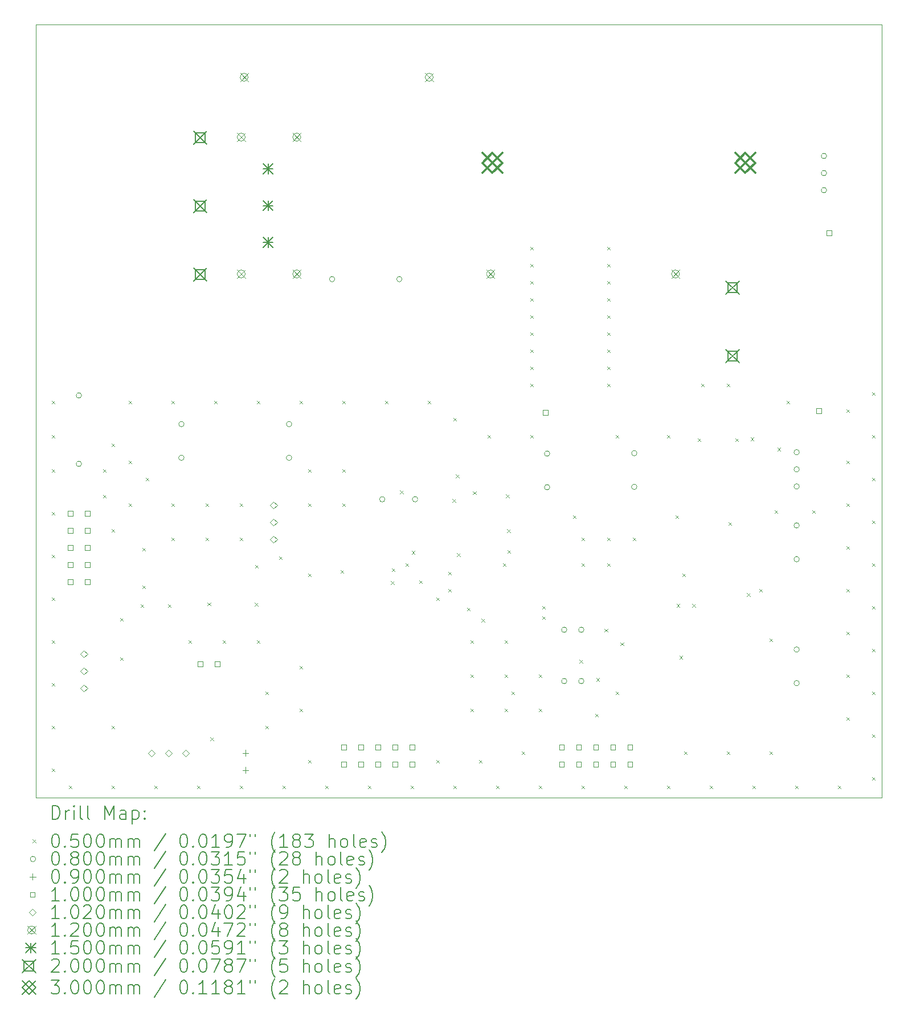
<source format=gbr>
%TF.GenerationSoftware,KiCad,Pcbnew,7.0.2*%
%TF.CreationDate,2023-10-15T13:02:00+02:00*%
%TF.ProjectId,Module_2,4d6f6475-6c65-45f3-922e-6b696361645f,rev?*%
%TF.SameCoordinates,Original*%
%TF.FileFunction,Drillmap*%
%TF.FilePolarity,Positive*%
%FSLAX45Y45*%
G04 Gerber Fmt 4.5, Leading zero omitted, Abs format (unit mm)*
G04 Created by KiCad (PCBNEW 7.0.2) date 2023-10-15 13:02:00*
%MOMM*%
%LPD*%
G01*
G04 APERTURE LIST*
%ADD10C,0.100000*%
%ADD11C,0.200000*%
%ADD12C,0.050000*%
%ADD13C,0.080000*%
%ADD14C,0.090000*%
%ADD15C,0.102000*%
%ADD16C,0.120000*%
%ADD17C,0.150000*%
%ADD18C,0.300000*%
G04 APERTURE END LIST*
D10*
X4061460Y-3028000D02*
X16637000Y-3028000D01*
X16637000Y-14508800D01*
X4061460Y-14508800D01*
X4061460Y-3028000D01*
D11*
D12*
X4293000Y-8611000D02*
X4343000Y-8661000D01*
X4343000Y-8611000D02*
X4293000Y-8661000D01*
X4293000Y-9119000D02*
X4343000Y-9169000D01*
X4343000Y-9119000D02*
X4293000Y-9169000D01*
X4293000Y-9627000D02*
X4343000Y-9677000D01*
X4343000Y-9627000D02*
X4293000Y-9677000D01*
X4293000Y-10262000D02*
X4343000Y-10312000D01*
X4343000Y-10262000D02*
X4293000Y-10312000D01*
X4293000Y-10897000D02*
X4343000Y-10947000D01*
X4343000Y-10897000D02*
X4293000Y-10947000D01*
X4293000Y-11532000D02*
X4343000Y-11582000D01*
X4343000Y-11532000D02*
X4293000Y-11582000D01*
X4293000Y-12167000D02*
X4343000Y-12217000D01*
X4343000Y-12167000D02*
X4293000Y-12217000D01*
X4293000Y-12802000D02*
X4343000Y-12852000D01*
X4343000Y-12802000D02*
X4293000Y-12852000D01*
X4293000Y-13437000D02*
X4343000Y-13487000D01*
X4343000Y-13437000D02*
X4293000Y-13487000D01*
X4293000Y-14072000D02*
X4343000Y-14122000D01*
X4343000Y-14072000D02*
X4293000Y-14122000D01*
X4547000Y-14326000D02*
X4597000Y-14376000D01*
X4597000Y-14326000D02*
X4547000Y-14376000D01*
X5055000Y-9627000D02*
X5105000Y-9677000D01*
X5105000Y-9627000D02*
X5055000Y-9677000D01*
X5055000Y-10008000D02*
X5105000Y-10058000D01*
X5105000Y-10008000D02*
X5055000Y-10058000D01*
X5182000Y-9246000D02*
X5232000Y-9296000D01*
X5232000Y-9246000D02*
X5182000Y-9296000D01*
X5182000Y-10516000D02*
X5232000Y-10566000D01*
X5232000Y-10516000D02*
X5182000Y-10566000D01*
X5182000Y-13437000D02*
X5232000Y-13487000D01*
X5232000Y-13437000D02*
X5182000Y-13487000D01*
X5182000Y-14326000D02*
X5232000Y-14376000D01*
X5232000Y-14326000D02*
X5182000Y-14376000D01*
X5309000Y-11836800D02*
X5359000Y-11886800D01*
X5359000Y-11836800D02*
X5309000Y-11886800D01*
X5309000Y-12421000D02*
X5359000Y-12471000D01*
X5359000Y-12421000D02*
X5309000Y-12471000D01*
X5436000Y-8611000D02*
X5486000Y-8661000D01*
X5486000Y-8611000D02*
X5436000Y-8661000D01*
X5436000Y-9500000D02*
X5486000Y-9550000D01*
X5486000Y-9500000D02*
X5436000Y-9550000D01*
X5436000Y-10135000D02*
X5486000Y-10185000D01*
X5486000Y-10135000D02*
X5436000Y-10185000D01*
X5613800Y-11633600D02*
X5663800Y-11683600D01*
X5663800Y-11633600D02*
X5613800Y-11683600D01*
X5639200Y-10795400D02*
X5689200Y-10845400D01*
X5689200Y-10795400D02*
X5639200Y-10845400D01*
X5639200Y-11354200D02*
X5689200Y-11404200D01*
X5689200Y-11354200D02*
X5639200Y-11404200D01*
X5690000Y-9754000D02*
X5740000Y-9804000D01*
X5740000Y-9754000D02*
X5690000Y-9804000D01*
X5817000Y-14326000D02*
X5867000Y-14376000D01*
X5867000Y-14326000D02*
X5817000Y-14376000D01*
X6020200Y-11633600D02*
X6070200Y-11683600D01*
X6070200Y-11633600D02*
X6020200Y-11683600D01*
X6071000Y-8611000D02*
X6121000Y-8661000D01*
X6121000Y-8611000D02*
X6071000Y-8661000D01*
X6071000Y-10135000D02*
X6121000Y-10185000D01*
X6121000Y-10135000D02*
X6071000Y-10185000D01*
X6071000Y-10643000D02*
X6121000Y-10693000D01*
X6121000Y-10643000D02*
X6071000Y-10693000D01*
X6325000Y-12167000D02*
X6375000Y-12217000D01*
X6375000Y-12167000D02*
X6325000Y-12217000D01*
X6452000Y-14326000D02*
X6502000Y-14376000D01*
X6502000Y-14326000D02*
X6452000Y-14376000D01*
X6579000Y-10135000D02*
X6629000Y-10185000D01*
X6629000Y-10135000D02*
X6579000Y-10185000D01*
X6579000Y-10643000D02*
X6629000Y-10693000D01*
X6629000Y-10643000D02*
X6579000Y-10693000D01*
X6610647Y-11608252D02*
X6660647Y-11658252D01*
X6660647Y-11608252D02*
X6610647Y-11658252D01*
X6647588Y-13612991D02*
X6697588Y-13662991D01*
X6697588Y-13612991D02*
X6647588Y-13662991D01*
X6706000Y-8611000D02*
X6756000Y-8661000D01*
X6756000Y-8611000D02*
X6706000Y-8661000D01*
X6833000Y-12167000D02*
X6883000Y-12217000D01*
X6883000Y-12167000D02*
X6833000Y-12217000D01*
X7087000Y-10135000D02*
X7137000Y-10185000D01*
X7137000Y-10135000D02*
X7087000Y-10185000D01*
X7087000Y-10643000D02*
X7137000Y-10693000D01*
X7137000Y-10643000D02*
X7087000Y-10693000D01*
X7087000Y-14326000D02*
X7137000Y-14376000D01*
X7137000Y-14326000D02*
X7087000Y-14376000D01*
X7309589Y-11614784D02*
X7359589Y-11664784D01*
X7359589Y-11614784D02*
X7309589Y-11664784D01*
X7315600Y-11049400D02*
X7365600Y-11099400D01*
X7365600Y-11049400D02*
X7315600Y-11099400D01*
X7341000Y-8611000D02*
X7391000Y-8661000D01*
X7391000Y-8611000D02*
X7341000Y-8661000D01*
X7341000Y-12167000D02*
X7391000Y-12217000D01*
X7391000Y-12167000D02*
X7341000Y-12217000D01*
X7468000Y-12929000D02*
X7518000Y-12979000D01*
X7518000Y-12929000D02*
X7468000Y-12979000D01*
X7468000Y-13437000D02*
X7518000Y-13487000D01*
X7518000Y-13437000D02*
X7468000Y-13487000D01*
X7671200Y-10922400D02*
X7721200Y-10972400D01*
X7721200Y-10922400D02*
X7671200Y-10972400D01*
X7722000Y-14326000D02*
X7772000Y-14376000D01*
X7772000Y-14326000D02*
X7722000Y-14376000D01*
X7976000Y-8611000D02*
X8026000Y-8661000D01*
X8026000Y-8611000D02*
X7976000Y-8661000D01*
X7976000Y-12548000D02*
X8026000Y-12598000D01*
X8026000Y-12548000D02*
X7976000Y-12598000D01*
X7976000Y-13183000D02*
X8026000Y-13233000D01*
X8026000Y-13183000D02*
X7976000Y-13233000D01*
X8103000Y-9627000D02*
X8153000Y-9677000D01*
X8153000Y-9627000D02*
X8103000Y-9677000D01*
X8103000Y-10135000D02*
X8153000Y-10185000D01*
X8153000Y-10135000D02*
X8103000Y-10185000D01*
X8103000Y-11176400D02*
X8153000Y-11226400D01*
X8153000Y-11176400D02*
X8103000Y-11226400D01*
X8103000Y-13945000D02*
X8153000Y-13995000D01*
X8153000Y-13945000D02*
X8103000Y-13995000D01*
X8357000Y-14326000D02*
X8407000Y-14376000D01*
X8407000Y-14326000D02*
X8357000Y-14376000D01*
X8585600Y-11125600D02*
X8635600Y-11175600D01*
X8635600Y-11125600D02*
X8585600Y-11175600D01*
X8611000Y-8611000D02*
X8661000Y-8661000D01*
X8661000Y-8611000D02*
X8611000Y-8661000D01*
X8611000Y-9627000D02*
X8661000Y-9677000D01*
X8661000Y-9627000D02*
X8611000Y-9677000D01*
X8611000Y-10135000D02*
X8661000Y-10185000D01*
X8661000Y-10135000D02*
X8611000Y-10185000D01*
X8992000Y-14326000D02*
X9042000Y-14376000D01*
X9042000Y-14326000D02*
X8992000Y-14376000D01*
X9246000Y-8611000D02*
X9296000Y-8661000D01*
X9296000Y-8611000D02*
X9246000Y-8661000D01*
X9335941Y-11288190D02*
X9385941Y-11338190D01*
X9385941Y-11288190D02*
X9335941Y-11338190D01*
X9347600Y-11100200D02*
X9397600Y-11150200D01*
X9397600Y-11100200D02*
X9347600Y-11150200D01*
X9467325Y-9945495D02*
X9517325Y-9995495D01*
X9517325Y-9945495D02*
X9467325Y-9995495D01*
X9550800Y-11024000D02*
X9600800Y-11074000D01*
X9600800Y-11024000D02*
X9550800Y-11074000D01*
X9627000Y-14326000D02*
X9677000Y-14376000D01*
X9677000Y-14326000D02*
X9627000Y-14376000D01*
X9643774Y-10838936D02*
X9693774Y-10888936D01*
X9693774Y-10838936D02*
X9643774Y-10888936D01*
X9754000Y-11278000D02*
X9804000Y-11328000D01*
X9804000Y-11278000D02*
X9754000Y-11328000D01*
X9881000Y-8611000D02*
X9931000Y-8661000D01*
X9931000Y-8611000D02*
X9881000Y-8661000D01*
X10008000Y-11532000D02*
X10058000Y-11582000D01*
X10058000Y-11532000D02*
X10008000Y-11582000D01*
X10008000Y-13945000D02*
X10058000Y-13995000D01*
X10058000Y-13945000D02*
X10008000Y-13995000D01*
X10185800Y-11151000D02*
X10235800Y-11201000D01*
X10235800Y-11151000D02*
X10185800Y-11201000D01*
X10185800Y-11405000D02*
X10235800Y-11455000D01*
X10235800Y-11405000D02*
X10185800Y-11455000D01*
X10248167Y-10070447D02*
X10298167Y-10120447D01*
X10298167Y-10070447D02*
X10248167Y-10120447D01*
X10262000Y-8865000D02*
X10312000Y-8915000D01*
X10312000Y-8865000D02*
X10262000Y-8915000D01*
X10262000Y-14326000D02*
X10312000Y-14376000D01*
X10312000Y-14326000D02*
X10262000Y-14376000D01*
X10297521Y-9704646D02*
X10347521Y-9754646D01*
X10347521Y-9704646D02*
X10297521Y-9754646D01*
X10317653Y-10875805D02*
X10367653Y-10925805D01*
X10367653Y-10875805D02*
X10317653Y-10925805D01*
X10465200Y-11684400D02*
X10515200Y-11734400D01*
X10515200Y-11684400D02*
X10465200Y-11734400D01*
X10516000Y-12167000D02*
X10566000Y-12217000D01*
X10566000Y-12167000D02*
X10516000Y-12217000D01*
X10516000Y-12675000D02*
X10566000Y-12725000D01*
X10566000Y-12675000D02*
X10516000Y-12725000D01*
X10516000Y-13183000D02*
X10566000Y-13233000D01*
X10566000Y-13183000D02*
X10516000Y-13233000D01*
X10553001Y-9957223D02*
X10603001Y-10007223D01*
X10603001Y-9957223D02*
X10553001Y-10007223D01*
X10643000Y-13945000D02*
X10693000Y-13995000D01*
X10693000Y-13945000D02*
X10643000Y-13995000D01*
X10680303Y-11848703D02*
X10730303Y-11898703D01*
X10730303Y-11848703D02*
X10680303Y-11898703D01*
X10770000Y-9119000D02*
X10820000Y-9169000D01*
X10820000Y-9119000D02*
X10770000Y-9169000D01*
X10897000Y-14326000D02*
X10947000Y-14376000D01*
X10947000Y-14326000D02*
X10897000Y-14376000D01*
X10998600Y-11024000D02*
X11048600Y-11074000D01*
X11048600Y-11024000D02*
X10998600Y-11074000D01*
X11024000Y-12167000D02*
X11074000Y-12217000D01*
X11074000Y-12167000D02*
X11024000Y-12217000D01*
X11024000Y-12675000D02*
X11074000Y-12725000D01*
X11074000Y-12675000D02*
X11024000Y-12725000D01*
X11024000Y-13183000D02*
X11074000Y-13233000D01*
X11074000Y-13183000D02*
X11024000Y-13233000D01*
X11046543Y-10006577D02*
X11096543Y-10056577D01*
X11096543Y-10006577D02*
X11046543Y-10056577D01*
X11060604Y-10517650D02*
X11110604Y-10567650D01*
X11110604Y-10517650D02*
X11060604Y-10567650D01*
X11066410Y-10829259D02*
X11116410Y-10879259D01*
X11116410Y-10829259D02*
X11066410Y-10879259D01*
X11125600Y-12929000D02*
X11175600Y-12979000D01*
X11175600Y-12929000D02*
X11125600Y-12979000D01*
X11278000Y-13818000D02*
X11328000Y-13868000D01*
X11328000Y-13818000D02*
X11278000Y-13868000D01*
X11405000Y-6325000D02*
X11455000Y-6375000D01*
X11455000Y-6325000D02*
X11405000Y-6375000D01*
X11405000Y-6579000D02*
X11455000Y-6629000D01*
X11455000Y-6579000D02*
X11405000Y-6629000D01*
X11405000Y-6833000D02*
X11455000Y-6883000D01*
X11455000Y-6833000D02*
X11405000Y-6883000D01*
X11405000Y-7087000D02*
X11455000Y-7137000D01*
X11455000Y-7087000D02*
X11405000Y-7137000D01*
X11405000Y-7341000D02*
X11455000Y-7391000D01*
X11455000Y-7341000D02*
X11405000Y-7391000D01*
X11405000Y-7595000D02*
X11455000Y-7645000D01*
X11455000Y-7595000D02*
X11405000Y-7645000D01*
X11405000Y-7849000D02*
X11455000Y-7899000D01*
X11455000Y-7849000D02*
X11405000Y-7899000D01*
X11405000Y-8103000D02*
X11455000Y-8153000D01*
X11455000Y-8103000D02*
X11405000Y-8153000D01*
X11405000Y-8357000D02*
X11455000Y-8407000D01*
X11455000Y-8357000D02*
X11405000Y-8407000D01*
X11405000Y-9119000D02*
X11455000Y-9169000D01*
X11455000Y-9119000D02*
X11405000Y-9169000D01*
X11532000Y-12675000D02*
X11582000Y-12725000D01*
X11582000Y-12675000D02*
X11532000Y-12725000D01*
X11532000Y-13183000D02*
X11582000Y-13233000D01*
X11582000Y-13183000D02*
X11532000Y-13233000D01*
X11532000Y-14326000D02*
X11582000Y-14376000D01*
X11582000Y-14326000D02*
X11532000Y-14376000D01*
X11582800Y-11659000D02*
X11632800Y-11709000D01*
X11632800Y-11659000D02*
X11582800Y-11709000D01*
X11582800Y-11811400D02*
X11632800Y-11861400D01*
X11632800Y-11811400D02*
X11582800Y-11861400D01*
X12040000Y-10312800D02*
X12090000Y-10362800D01*
X12090000Y-10312800D02*
X12040000Y-10362800D01*
X12137910Y-12462269D02*
X12187910Y-12512269D01*
X12187910Y-12462269D02*
X12137910Y-12512269D01*
X12167000Y-10643000D02*
X12217000Y-10693000D01*
X12217000Y-10643000D02*
X12167000Y-10693000D01*
X12167000Y-11024000D02*
X12217000Y-11074000D01*
X12217000Y-11024000D02*
X12167000Y-11074000D01*
X12167000Y-14326000D02*
X12217000Y-14376000D01*
X12217000Y-14326000D02*
X12167000Y-14376000D01*
X12370200Y-13259200D02*
X12420200Y-13309200D01*
X12420200Y-13259200D02*
X12370200Y-13309200D01*
X12387584Y-12726459D02*
X12437584Y-12776459D01*
X12437584Y-12726459D02*
X12387584Y-12776459D01*
X12509518Y-11997760D02*
X12559518Y-12047760D01*
X12559518Y-11997760D02*
X12509518Y-12047760D01*
X12548000Y-6325000D02*
X12598000Y-6375000D01*
X12598000Y-6325000D02*
X12548000Y-6375000D01*
X12548000Y-6579000D02*
X12598000Y-6629000D01*
X12598000Y-6579000D02*
X12548000Y-6629000D01*
X12548000Y-6833000D02*
X12598000Y-6883000D01*
X12598000Y-6833000D02*
X12548000Y-6883000D01*
X12548000Y-7087000D02*
X12598000Y-7137000D01*
X12598000Y-7087000D02*
X12548000Y-7137000D01*
X12548000Y-7341000D02*
X12598000Y-7391000D01*
X12598000Y-7341000D02*
X12548000Y-7391000D01*
X12548000Y-7595000D02*
X12598000Y-7645000D01*
X12598000Y-7595000D02*
X12548000Y-7645000D01*
X12548000Y-7849000D02*
X12598000Y-7899000D01*
X12598000Y-7849000D02*
X12548000Y-7899000D01*
X12548000Y-8103000D02*
X12598000Y-8153000D01*
X12598000Y-8103000D02*
X12548000Y-8153000D01*
X12548000Y-8357000D02*
X12598000Y-8407000D01*
X12598000Y-8357000D02*
X12548000Y-8407000D01*
X12548000Y-10643000D02*
X12598000Y-10693000D01*
X12598000Y-10643000D02*
X12548000Y-10693000D01*
X12548000Y-11024000D02*
X12598000Y-11074000D01*
X12598000Y-11024000D02*
X12548000Y-11074000D01*
X12675000Y-9119000D02*
X12725000Y-9169000D01*
X12725000Y-9119000D02*
X12675000Y-9169000D01*
X12675000Y-12929000D02*
X12725000Y-12979000D01*
X12725000Y-12929000D02*
X12675000Y-12979000D01*
X12746099Y-12200415D02*
X12796099Y-12250415D01*
X12796099Y-12200415D02*
X12746099Y-12250415D01*
X12802000Y-14326000D02*
X12852000Y-14376000D01*
X12852000Y-14326000D02*
X12802000Y-14376000D01*
X12929000Y-10643000D02*
X12979000Y-10693000D01*
X12979000Y-10643000D02*
X12929000Y-10693000D01*
X13437000Y-9119000D02*
X13487000Y-9169000D01*
X13487000Y-9119000D02*
X13437000Y-9169000D01*
X13437000Y-14326000D02*
X13487000Y-14376000D01*
X13487000Y-14326000D02*
X13437000Y-14376000D01*
X13564000Y-10312800D02*
X13614000Y-10362800D01*
X13614000Y-10312800D02*
X13564000Y-10362800D01*
X13581419Y-11626837D02*
X13631419Y-11676837D01*
X13631419Y-11626837D02*
X13581419Y-11676837D01*
X13623788Y-12402954D02*
X13673788Y-12452954D01*
X13673788Y-12402954D02*
X13623788Y-12452954D01*
X13665600Y-11176400D02*
X13715600Y-11226400D01*
X13715600Y-11176400D02*
X13665600Y-11226400D01*
X13691000Y-13818000D02*
X13741000Y-13868000D01*
X13741000Y-13818000D02*
X13691000Y-13868000D01*
X13812876Y-11625642D02*
X13862876Y-11675642D01*
X13862876Y-11625642D02*
X13812876Y-11675642D01*
X13894200Y-9169800D02*
X13944200Y-9219800D01*
X13944200Y-9169800D02*
X13894200Y-9219800D01*
X13945000Y-8357000D02*
X13995000Y-8407000D01*
X13995000Y-8357000D02*
X13945000Y-8407000D01*
X14072000Y-14326000D02*
X14122000Y-14376000D01*
X14122000Y-14326000D02*
X14072000Y-14376000D01*
X14326000Y-8357000D02*
X14376000Y-8407000D01*
X14376000Y-8357000D02*
X14326000Y-8407000D01*
X14326000Y-13818000D02*
X14376000Y-13868000D01*
X14376000Y-13818000D02*
X14326000Y-13868000D01*
X14351400Y-10414400D02*
X14401400Y-10464400D01*
X14401400Y-10414400D02*
X14351400Y-10464400D01*
X14453000Y-9169800D02*
X14503000Y-9219800D01*
X14503000Y-9169800D02*
X14453000Y-9219800D01*
X14625768Y-11468870D02*
X14675768Y-11518870D01*
X14675768Y-11468870D02*
X14625768Y-11518870D01*
X14681611Y-9158107D02*
X14731611Y-9208107D01*
X14731611Y-9158107D02*
X14681611Y-9208107D01*
X14707000Y-14326000D02*
X14757000Y-14376000D01*
X14757000Y-14326000D02*
X14707000Y-14376000D01*
X14808600Y-11405000D02*
X14858600Y-11455000D01*
X14858600Y-11405000D02*
X14808600Y-11455000D01*
X14961000Y-12141600D02*
X15011000Y-12191600D01*
X15011000Y-12141600D02*
X14961000Y-12191600D01*
X14961000Y-13818000D02*
X15011000Y-13868000D01*
X15011000Y-13818000D02*
X14961000Y-13868000D01*
X15037200Y-10236600D02*
X15087200Y-10286600D01*
X15087200Y-10236600D02*
X15037200Y-10286600D01*
X15079348Y-9306169D02*
X15129348Y-9356169D01*
X15129348Y-9306169D02*
X15079348Y-9356169D01*
X15215000Y-8611000D02*
X15265000Y-8661000D01*
X15265000Y-8611000D02*
X15215000Y-8661000D01*
X15342000Y-14326000D02*
X15392000Y-14376000D01*
X15392000Y-14326000D02*
X15342000Y-14376000D01*
X15596000Y-10236600D02*
X15646000Y-10286600D01*
X15646000Y-10236600D02*
X15596000Y-10286600D01*
X15977000Y-14326000D02*
X16027000Y-14376000D01*
X16027000Y-14326000D02*
X15977000Y-14376000D01*
X16104000Y-8738000D02*
X16154000Y-8788000D01*
X16154000Y-8738000D02*
X16104000Y-8788000D01*
X16104000Y-9500000D02*
X16154000Y-9550000D01*
X16154000Y-9500000D02*
X16104000Y-9550000D01*
X16104000Y-10135000D02*
X16154000Y-10185000D01*
X16154000Y-10135000D02*
X16104000Y-10185000D01*
X16104000Y-10770000D02*
X16154000Y-10820000D01*
X16154000Y-10770000D02*
X16104000Y-10820000D01*
X16104000Y-11405000D02*
X16154000Y-11455000D01*
X16154000Y-11405000D02*
X16104000Y-11455000D01*
X16104000Y-12040000D02*
X16154000Y-12090000D01*
X16154000Y-12040000D02*
X16104000Y-12090000D01*
X16104000Y-12675000D02*
X16154000Y-12725000D01*
X16154000Y-12675000D02*
X16104000Y-12725000D01*
X16104000Y-13310000D02*
X16154000Y-13360000D01*
X16154000Y-13310000D02*
X16104000Y-13360000D01*
X16485000Y-8484000D02*
X16535000Y-8534000D01*
X16535000Y-8484000D02*
X16485000Y-8534000D01*
X16485000Y-9119000D02*
X16535000Y-9169000D01*
X16535000Y-9119000D02*
X16485000Y-9169000D01*
X16485000Y-9754000D02*
X16535000Y-9804000D01*
X16535000Y-9754000D02*
X16485000Y-9804000D01*
X16485000Y-10389000D02*
X16535000Y-10439000D01*
X16535000Y-10389000D02*
X16485000Y-10439000D01*
X16485000Y-11024000D02*
X16535000Y-11074000D01*
X16535000Y-11024000D02*
X16485000Y-11074000D01*
X16485000Y-11659000D02*
X16535000Y-11709000D01*
X16535000Y-11659000D02*
X16485000Y-11709000D01*
X16485000Y-12294000D02*
X16535000Y-12344000D01*
X16535000Y-12294000D02*
X16485000Y-12344000D01*
X16485000Y-12929000D02*
X16535000Y-12979000D01*
X16535000Y-12929000D02*
X16485000Y-12979000D01*
X16485000Y-13564000D02*
X16535000Y-13614000D01*
X16535000Y-13564000D02*
X16485000Y-13614000D01*
X16485000Y-14199000D02*
X16535000Y-14249000D01*
X16535000Y-14199000D02*
X16485000Y-14249000D01*
D13*
X4739000Y-8534400D02*
G75*
G03*
X4739000Y-8534400I-40000J0D01*
G01*
X4739000Y-9550400D02*
G75*
G03*
X4739000Y-9550400I-40000J0D01*
G01*
X6263000Y-8960465D02*
G75*
G03*
X6263000Y-8960465I-40000J0D01*
G01*
X6263000Y-9460465D02*
G75*
G03*
X6263000Y-9460465I-40000J0D01*
G01*
X7863200Y-8960465D02*
G75*
G03*
X7863200Y-8960465I-40000J0D01*
G01*
X7863200Y-9460465D02*
G75*
G03*
X7863200Y-9460465I-40000J0D01*
G01*
X8502200Y-6807200D02*
G75*
G03*
X8502200Y-6807200I-40000J0D01*
G01*
X9247500Y-10076500D02*
G75*
G03*
X9247500Y-10076500I-40000J0D01*
G01*
X9502200Y-6807200D02*
G75*
G03*
X9502200Y-6807200I-40000J0D01*
G01*
X9735500Y-10076500D02*
G75*
G03*
X9735500Y-10076500I-40000J0D01*
G01*
X11698600Y-9398000D02*
G75*
G03*
X11698600Y-9398000I-40000J0D01*
G01*
X11698600Y-9898000D02*
G75*
G03*
X11698600Y-9898000I-40000J0D01*
G01*
X11952600Y-12014200D02*
G75*
G03*
X11952600Y-12014200I-40000J0D01*
G01*
X11952600Y-12776200D02*
G75*
G03*
X11952600Y-12776200I-40000J0D01*
G01*
X12206600Y-12014200D02*
G75*
G03*
X12206600Y-12014200I-40000J0D01*
G01*
X12206600Y-12776200D02*
G75*
G03*
X12206600Y-12776200I-40000J0D01*
G01*
X12994000Y-9392265D02*
G75*
G03*
X12994000Y-9392265I-40000J0D01*
G01*
X12994000Y-9892265D02*
G75*
G03*
X12994000Y-9892265I-40000J0D01*
G01*
X15407000Y-9378000D02*
G75*
G03*
X15407000Y-9378000I-40000J0D01*
G01*
X15407000Y-9632000D02*
G75*
G03*
X15407000Y-9632000I-40000J0D01*
G01*
X15407000Y-9886000D02*
G75*
G03*
X15407000Y-9886000I-40000J0D01*
G01*
X15407000Y-10465500D02*
G75*
G03*
X15407000Y-10465500I-40000J0D01*
G01*
X15407000Y-10965500D02*
G75*
G03*
X15407000Y-10965500I-40000J0D01*
G01*
X15407000Y-12307000D02*
G75*
G03*
X15407000Y-12307000I-40000J0D01*
G01*
X15407000Y-12807000D02*
G75*
G03*
X15407000Y-12807000I-40000J0D01*
G01*
X15813400Y-4978400D02*
G75*
G03*
X15813400Y-4978400I-40000J0D01*
G01*
X15813400Y-5232400D02*
G75*
G03*
X15813400Y-5232400I-40000J0D01*
G01*
X15813400Y-5486400D02*
G75*
G03*
X15813400Y-5486400I-40000J0D01*
G01*
D14*
X7175500Y-13798000D02*
X7175500Y-13888000D01*
X7130500Y-13843000D02*
X7220500Y-13843000D01*
X7175500Y-14052000D02*
X7175500Y-14142000D01*
X7130500Y-14097000D02*
X7220500Y-14097000D01*
D10*
X4607356Y-10322356D02*
X4607356Y-10251644D01*
X4536644Y-10251644D01*
X4536644Y-10322356D01*
X4607356Y-10322356D01*
X4607356Y-10576356D02*
X4607356Y-10505644D01*
X4536644Y-10505644D01*
X4536644Y-10576356D01*
X4607356Y-10576356D01*
X4607356Y-10830356D02*
X4607356Y-10759644D01*
X4536644Y-10759644D01*
X4536644Y-10830356D01*
X4607356Y-10830356D01*
X4607356Y-11084356D02*
X4607356Y-11013644D01*
X4536644Y-11013644D01*
X4536644Y-11084356D01*
X4607356Y-11084356D01*
X4607356Y-11338356D02*
X4607356Y-11267644D01*
X4536644Y-11267644D01*
X4536644Y-11338356D01*
X4607356Y-11338356D01*
X4861356Y-10322356D02*
X4861356Y-10251644D01*
X4790644Y-10251644D01*
X4790644Y-10322356D01*
X4861356Y-10322356D01*
X4861356Y-10576356D02*
X4861356Y-10505644D01*
X4790644Y-10505644D01*
X4790644Y-10576356D01*
X4861356Y-10576356D01*
X4861356Y-10830356D02*
X4861356Y-10759644D01*
X4790644Y-10759644D01*
X4790644Y-10830356D01*
X4861356Y-10830356D01*
X4861356Y-11084356D02*
X4861356Y-11013644D01*
X4790644Y-11013644D01*
X4790644Y-11084356D01*
X4861356Y-11084356D01*
X4861356Y-11338356D02*
X4861356Y-11267644D01*
X4790644Y-11267644D01*
X4790644Y-11338356D01*
X4861356Y-11338356D01*
X6537256Y-12557556D02*
X6537256Y-12486844D01*
X6466544Y-12486844D01*
X6466544Y-12557556D01*
X6537256Y-12557556D01*
X6791256Y-12557556D02*
X6791256Y-12486844D01*
X6720544Y-12486844D01*
X6720544Y-12557556D01*
X6791256Y-12557556D01*
X8671356Y-13794856D02*
X8671356Y-13724144D01*
X8600644Y-13724144D01*
X8600644Y-13794856D01*
X8671356Y-13794856D01*
X8671356Y-14048856D02*
X8671356Y-13978144D01*
X8600644Y-13978144D01*
X8600644Y-14048856D01*
X8671356Y-14048856D01*
X8925356Y-13794856D02*
X8925356Y-13724144D01*
X8854644Y-13724144D01*
X8854644Y-13794856D01*
X8925356Y-13794856D01*
X8925356Y-14048856D02*
X8925356Y-13978144D01*
X8854644Y-13978144D01*
X8854644Y-14048856D01*
X8925356Y-14048856D01*
X9179356Y-13794856D02*
X9179356Y-13724144D01*
X9108644Y-13724144D01*
X9108644Y-13794856D01*
X9179356Y-13794856D01*
X9179356Y-14048856D02*
X9179356Y-13978144D01*
X9108644Y-13978144D01*
X9108644Y-14048856D01*
X9179356Y-14048856D01*
X9433356Y-13794856D02*
X9433356Y-13724144D01*
X9362644Y-13724144D01*
X9362644Y-13794856D01*
X9433356Y-13794856D01*
X9433356Y-14048856D02*
X9433356Y-13978144D01*
X9362644Y-13978144D01*
X9362644Y-14048856D01*
X9433356Y-14048856D01*
X9687356Y-13794856D02*
X9687356Y-13724144D01*
X9616644Y-13724144D01*
X9616644Y-13794856D01*
X9687356Y-13794856D01*
X9687356Y-14048856D02*
X9687356Y-13978144D01*
X9616644Y-13978144D01*
X9616644Y-14048856D01*
X9687356Y-14048856D01*
X11668556Y-8823756D02*
X11668556Y-8753044D01*
X11597844Y-8753044D01*
X11597844Y-8823756D01*
X11668556Y-8823756D01*
X11909856Y-13794856D02*
X11909856Y-13724144D01*
X11839144Y-13724144D01*
X11839144Y-13794856D01*
X11909856Y-13794856D01*
X11909856Y-14048856D02*
X11909856Y-13978144D01*
X11839144Y-13978144D01*
X11839144Y-14048856D01*
X11909856Y-14048856D01*
X12163856Y-13794856D02*
X12163856Y-13724144D01*
X12093144Y-13724144D01*
X12093144Y-13794856D01*
X12163856Y-13794856D01*
X12163856Y-14048856D02*
X12163856Y-13978144D01*
X12093144Y-13978144D01*
X12093144Y-14048856D01*
X12163856Y-14048856D01*
X12417856Y-13794856D02*
X12417856Y-13724144D01*
X12347144Y-13724144D01*
X12347144Y-13794856D01*
X12417856Y-13794856D01*
X12417856Y-14048856D02*
X12417856Y-13978144D01*
X12347144Y-13978144D01*
X12347144Y-14048856D01*
X12417856Y-14048856D01*
X12671856Y-13794856D02*
X12671856Y-13724144D01*
X12601144Y-13724144D01*
X12601144Y-13794856D01*
X12671856Y-13794856D01*
X12671856Y-14048856D02*
X12671856Y-13978144D01*
X12601144Y-13978144D01*
X12601144Y-14048856D01*
X12671856Y-14048856D01*
X12925856Y-13794856D02*
X12925856Y-13724144D01*
X12855144Y-13724144D01*
X12855144Y-13794856D01*
X12925856Y-13794856D01*
X12925856Y-14048856D02*
X12925856Y-13978144D01*
X12855144Y-13978144D01*
X12855144Y-14048856D01*
X12925856Y-14048856D01*
X15732556Y-8798356D02*
X15732556Y-8727644D01*
X15661844Y-8727644D01*
X15661844Y-8798356D01*
X15732556Y-8798356D01*
X15884956Y-6156756D02*
X15884956Y-6086044D01*
X15814244Y-6086044D01*
X15814244Y-6156756D01*
X15884956Y-6156756D01*
D15*
X4775200Y-12420800D02*
X4826200Y-12369800D01*
X4775200Y-12318800D01*
X4724200Y-12369800D01*
X4775200Y-12420800D01*
X4775200Y-12674800D02*
X4826200Y-12623800D01*
X4775200Y-12572800D01*
X4724200Y-12623800D01*
X4775200Y-12674800D01*
X4775200Y-12928800D02*
X4826200Y-12877800D01*
X4775200Y-12826800D01*
X4724200Y-12877800D01*
X4775200Y-12928800D01*
X5778500Y-13894000D02*
X5829500Y-13843000D01*
X5778500Y-13792000D01*
X5727500Y-13843000D01*
X5778500Y-13894000D01*
X6032500Y-13894000D02*
X6083500Y-13843000D01*
X6032500Y-13792000D01*
X5981500Y-13843000D01*
X6032500Y-13894000D01*
X6286500Y-13894000D02*
X6337500Y-13843000D01*
X6286500Y-13792000D01*
X6235500Y-13843000D01*
X6286500Y-13894000D01*
X7594600Y-10211000D02*
X7645600Y-10160000D01*
X7594600Y-10109000D01*
X7543600Y-10160000D01*
X7594600Y-10211000D01*
X7594600Y-10465000D02*
X7645600Y-10414000D01*
X7594600Y-10363000D01*
X7543600Y-10414000D01*
X7594600Y-10465000D01*
X7594600Y-10719000D02*
X7645600Y-10668000D01*
X7594600Y-10617000D01*
X7543600Y-10668000D01*
X7594600Y-10719000D01*
D16*
X7052000Y-4639000D02*
X7172000Y-4759000D01*
X7172000Y-4639000D02*
X7052000Y-4759000D01*
X7172000Y-4699000D02*
G75*
G03*
X7172000Y-4699000I-60000J0D01*
G01*
X7052000Y-6671000D02*
X7172000Y-6791000D01*
X7172000Y-6671000D02*
X7052000Y-6791000D01*
X7172000Y-6731000D02*
G75*
G03*
X7172000Y-6731000I-60000J0D01*
G01*
X7096000Y-3750000D02*
X7216000Y-3870000D01*
X7216000Y-3750000D02*
X7096000Y-3870000D01*
X7216000Y-3810000D02*
G75*
G03*
X7216000Y-3810000I-60000J0D01*
G01*
X7877500Y-4639000D02*
X7997500Y-4759000D01*
X7997500Y-4639000D02*
X7877500Y-4759000D01*
X7997500Y-4699000D02*
G75*
G03*
X7997500Y-4699000I-60000J0D01*
G01*
X7877500Y-6671000D02*
X7997500Y-6791000D01*
X7997500Y-6671000D02*
X7877500Y-6791000D01*
X7997500Y-6731000D02*
G75*
G03*
X7997500Y-6731000I-60000J0D01*
G01*
X9846000Y-3750000D02*
X9966000Y-3870000D01*
X9966000Y-3750000D02*
X9846000Y-3870000D01*
X9966000Y-3810000D02*
G75*
G03*
X9966000Y-3810000I-60000J0D01*
G01*
X10757000Y-6671000D02*
X10877000Y-6791000D01*
X10877000Y-6671000D02*
X10757000Y-6791000D01*
X10877000Y-6731000D02*
G75*
G03*
X10877000Y-6731000I-60000J0D01*
G01*
X13507000Y-6671000D02*
X13627000Y-6791000D01*
X13627000Y-6671000D02*
X13507000Y-6791000D01*
X13627000Y-6731000D02*
G75*
G03*
X13627000Y-6731000I-60000J0D01*
G01*
D17*
X7435500Y-5095000D02*
X7585500Y-5245000D01*
X7585500Y-5095000D02*
X7435500Y-5245000D01*
X7510500Y-5095000D02*
X7510500Y-5245000D01*
X7435500Y-5170000D02*
X7585500Y-5170000D01*
X7435500Y-5640000D02*
X7585500Y-5790000D01*
X7585500Y-5640000D02*
X7435500Y-5790000D01*
X7510500Y-5640000D02*
X7510500Y-5790000D01*
X7435500Y-5715000D02*
X7585500Y-5715000D01*
X7435500Y-6185000D02*
X7585500Y-6335000D01*
X7585500Y-6185000D02*
X7435500Y-6335000D01*
X7510500Y-6185000D02*
X7510500Y-6335000D01*
X7435500Y-6260000D02*
X7585500Y-6260000D01*
D11*
X6402400Y-4608050D02*
X6602400Y-4808050D01*
X6602400Y-4608050D02*
X6402400Y-4808050D01*
X6573111Y-4778761D02*
X6573111Y-4637339D01*
X6431689Y-4637339D01*
X6431689Y-4778761D01*
X6573111Y-4778761D01*
X6402400Y-5624050D02*
X6602400Y-5824050D01*
X6602400Y-5624050D02*
X6402400Y-5824050D01*
X6573111Y-5794761D02*
X6573111Y-5653339D01*
X6431689Y-5653339D01*
X6431689Y-5794761D01*
X6573111Y-5794761D01*
X6402400Y-6640050D02*
X6602400Y-6840050D01*
X6602400Y-6640050D02*
X6402400Y-6840050D01*
X6573111Y-6810761D02*
X6573111Y-6669339D01*
X6431689Y-6669339D01*
X6431689Y-6810761D01*
X6573111Y-6810761D01*
X14314500Y-6834200D02*
X14514500Y-7034200D01*
X14514500Y-6834200D02*
X14314500Y-7034200D01*
X14485211Y-7004911D02*
X14485211Y-6863489D01*
X14343789Y-6863489D01*
X14343789Y-7004911D01*
X14485211Y-7004911D01*
X14314500Y-7850200D02*
X14514500Y-8050200D01*
X14514500Y-7850200D02*
X14314500Y-8050200D01*
X14485211Y-8020911D02*
X14485211Y-7879489D01*
X14343789Y-7879489D01*
X14343789Y-8020911D01*
X14485211Y-8020911D01*
D18*
X10695800Y-4930000D02*
X10995800Y-5230000D01*
X10995800Y-4930000D02*
X10695800Y-5230000D01*
X10845800Y-5230000D02*
X10995800Y-5080000D01*
X10845800Y-4930000D01*
X10695800Y-5080000D01*
X10845800Y-5230000D01*
X14455000Y-4930000D02*
X14755000Y-5230000D01*
X14755000Y-4930000D02*
X14455000Y-5230000D01*
X14605000Y-5230000D02*
X14755000Y-5080000D01*
X14605000Y-4930000D01*
X14455000Y-5080000D01*
X14605000Y-5230000D01*
D11*
X4304079Y-14826324D02*
X4304079Y-14626324D01*
X4304079Y-14626324D02*
X4351698Y-14626324D01*
X4351698Y-14626324D02*
X4380270Y-14635848D01*
X4380270Y-14635848D02*
X4399317Y-14654895D01*
X4399317Y-14654895D02*
X4408841Y-14673943D01*
X4408841Y-14673943D02*
X4418365Y-14712038D01*
X4418365Y-14712038D02*
X4418365Y-14740609D01*
X4418365Y-14740609D02*
X4408841Y-14778705D01*
X4408841Y-14778705D02*
X4399317Y-14797752D01*
X4399317Y-14797752D02*
X4380270Y-14816800D01*
X4380270Y-14816800D02*
X4351698Y-14826324D01*
X4351698Y-14826324D02*
X4304079Y-14826324D01*
X4504079Y-14826324D02*
X4504079Y-14692990D01*
X4504079Y-14731086D02*
X4513603Y-14712038D01*
X4513603Y-14712038D02*
X4523127Y-14702514D01*
X4523127Y-14702514D02*
X4542174Y-14692990D01*
X4542174Y-14692990D02*
X4561222Y-14692990D01*
X4627889Y-14826324D02*
X4627889Y-14692990D01*
X4627889Y-14626324D02*
X4618365Y-14635848D01*
X4618365Y-14635848D02*
X4627889Y-14645371D01*
X4627889Y-14645371D02*
X4637412Y-14635848D01*
X4637412Y-14635848D02*
X4627889Y-14626324D01*
X4627889Y-14626324D02*
X4627889Y-14645371D01*
X4751698Y-14826324D02*
X4732650Y-14816800D01*
X4732650Y-14816800D02*
X4723127Y-14797752D01*
X4723127Y-14797752D02*
X4723127Y-14626324D01*
X4856460Y-14826324D02*
X4837412Y-14816800D01*
X4837412Y-14816800D02*
X4827889Y-14797752D01*
X4827889Y-14797752D02*
X4827889Y-14626324D01*
X5085031Y-14826324D02*
X5085031Y-14626324D01*
X5085031Y-14626324D02*
X5151698Y-14769181D01*
X5151698Y-14769181D02*
X5218365Y-14626324D01*
X5218365Y-14626324D02*
X5218365Y-14826324D01*
X5399317Y-14826324D02*
X5399317Y-14721562D01*
X5399317Y-14721562D02*
X5389793Y-14702514D01*
X5389793Y-14702514D02*
X5370746Y-14692990D01*
X5370746Y-14692990D02*
X5332650Y-14692990D01*
X5332650Y-14692990D02*
X5313603Y-14702514D01*
X5399317Y-14816800D02*
X5380270Y-14826324D01*
X5380270Y-14826324D02*
X5332650Y-14826324D01*
X5332650Y-14826324D02*
X5313603Y-14816800D01*
X5313603Y-14816800D02*
X5304079Y-14797752D01*
X5304079Y-14797752D02*
X5304079Y-14778705D01*
X5304079Y-14778705D02*
X5313603Y-14759657D01*
X5313603Y-14759657D02*
X5332650Y-14750133D01*
X5332650Y-14750133D02*
X5380270Y-14750133D01*
X5380270Y-14750133D02*
X5399317Y-14740609D01*
X5494555Y-14692990D02*
X5494555Y-14892990D01*
X5494555Y-14702514D02*
X5513603Y-14692990D01*
X5513603Y-14692990D02*
X5551698Y-14692990D01*
X5551698Y-14692990D02*
X5570746Y-14702514D01*
X5570746Y-14702514D02*
X5580270Y-14712038D01*
X5580270Y-14712038D02*
X5589793Y-14731086D01*
X5589793Y-14731086D02*
X5589793Y-14788228D01*
X5589793Y-14788228D02*
X5580270Y-14807276D01*
X5580270Y-14807276D02*
X5570746Y-14816800D01*
X5570746Y-14816800D02*
X5551698Y-14826324D01*
X5551698Y-14826324D02*
X5513603Y-14826324D01*
X5513603Y-14826324D02*
X5494555Y-14816800D01*
X5675508Y-14807276D02*
X5685031Y-14816800D01*
X5685031Y-14816800D02*
X5675508Y-14826324D01*
X5675508Y-14826324D02*
X5665984Y-14816800D01*
X5665984Y-14816800D02*
X5675508Y-14807276D01*
X5675508Y-14807276D02*
X5675508Y-14826324D01*
X5675508Y-14702514D02*
X5685031Y-14712038D01*
X5685031Y-14712038D02*
X5675508Y-14721562D01*
X5675508Y-14721562D02*
X5665984Y-14712038D01*
X5665984Y-14712038D02*
X5675508Y-14702514D01*
X5675508Y-14702514D02*
X5675508Y-14721562D01*
D12*
X4006460Y-15128800D02*
X4056460Y-15178800D01*
X4056460Y-15128800D02*
X4006460Y-15178800D01*
D11*
X4342174Y-15046324D02*
X4361222Y-15046324D01*
X4361222Y-15046324D02*
X4380270Y-15055848D01*
X4380270Y-15055848D02*
X4389793Y-15065371D01*
X4389793Y-15065371D02*
X4399317Y-15084419D01*
X4399317Y-15084419D02*
X4408841Y-15122514D01*
X4408841Y-15122514D02*
X4408841Y-15170133D01*
X4408841Y-15170133D02*
X4399317Y-15208228D01*
X4399317Y-15208228D02*
X4389793Y-15227276D01*
X4389793Y-15227276D02*
X4380270Y-15236800D01*
X4380270Y-15236800D02*
X4361222Y-15246324D01*
X4361222Y-15246324D02*
X4342174Y-15246324D01*
X4342174Y-15246324D02*
X4323127Y-15236800D01*
X4323127Y-15236800D02*
X4313603Y-15227276D01*
X4313603Y-15227276D02*
X4304079Y-15208228D01*
X4304079Y-15208228D02*
X4294555Y-15170133D01*
X4294555Y-15170133D02*
X4294555Y-15122514D01*
X4294555Y-15122514D02*
X4304079Y-15084419D01*
X4304079Y-15084419D02*
X4313603Y-15065371D01*
X4313603Y-15065371D02*
X4323127Y-15055848D01*
X4323127Y-15055848D02*
X4342174Y-15046324D01*
X4494555Y-15227276D02*
X4504079Y-15236800D01*
X4504079Y-15236800D02*
X4494555Y-15246324D01*
X4494555Y-15246324D02*
X4485031Y-15236800D01*
X4485031Y-15236800D02*
X4494555Y-15227276D01*
X4494555Y-15227276D02*
X4494555Y-15246324D01*
X4685031Y-15046324D02*
X4589793Y-15046324D01*
X4589793Y-15046324D02*
X4580270Y-15141562D01*
X4580270Y-15141562D02*
X4589793Y-15132038D01*
X4589793Y-15132038D02*
X4608841Y-15122514D01*
X4608841Y-15122514D02*
X4656460Y-15122514D01*
X4656460Y-15122514D02*
X4675508Y-15132038D01*
X4675508Y-15132038D02*
X4685031Y-15141562D01*
X4685031Y-15141562D02*
X4694555Y-15160609D01*
X4694555Y-15160609D02*
X4694555Y-15208228D01*
X4694555Y-15208228D02*
X4685031Y-15227276D01*
X4685031Y-15227276D02*
X4675508Y-15236800D01*
X4675508Y-15236800D02*
X4656460Y-15246324D01*
X4656460Y-15246324D02*
X4608841Y-15246324D01*
X4608841Y-15246324D02*
X4589793Y-15236800D01*
X4589793Y-15236800D02*
X4580270Y-15227276D01*
X4818365Y-15046324D02*
X4837412Y-15046324D01*
X4837412Y-15046324D02*
X4856460Y-15055848D01*
X4856460Y-15055848D02*
X4865984Y-15065371D01*
X4865984Y-15065371D02*
X4875508Y-15084419D01*
X4875508Y-15084419D02*
X4885031Y-15122514D01*
X4885031Y-15122514D02*
X4885031Y-15170133D01*
X4885031Y-15170133D02*
X4875508Y-15208228D01*
X4875508Y-15208228D02*
X4865984Y-15227276D01*
X4865984Y-15227276D02*
X4856460Y-15236800D01*
X4856460Y-15236800D02*
X4837412Y-15246324D01*
X4837412Y-15246324D02*
X4818365Y-15246324D01*
X4818365Y-15246324D02*
X4799317Y-15236800D01*
X4799317Y-15236800D02*
X4789793Y-15227276D01*
X4789793Y-15227276D02*
X4780270Y-15208228D01*
X4780270Y-15208228D02*
X4770746Y-15170133D01*
X4770746Y-15170133D02*
X4770746Y-15122514D01*
X4770746Y-15122514D02*
X4780270Y-15084419D01*
X4780270Y-15084419D02*
X4789793Y-15065371D01*
X4789793Y-15065371D02*
X4799317Y-15055848D01*
X4799317Y-15055848D02*
X4818365Y-15046324D01*
X5008841Y-15046324D02*
X5027889Y-15046324D01*
X5027889Y-15046324D02*
X5046936Y-15055848D01*
X5046936Y-15055848D02*
X5056460Y-15065371D01*
X5056460Y-15065371D02*
X5065984Y-15084419D01*
X5065984Y-15084419D02*
X5075508Y-15122514D01*
X5075508Y-15122514D02*
X5075508Y-15170133D01*
X5075508Y-15170133D02*
X5065984Y-15208228D01*
X5065984Y-15208228D02*
X5056460Y-15227276D01*
X5056460Y-15227276D02*
X5046936Y-15236800D01*
X5046936Y-15236800D02*
X5027889Y-15246324D01*
X5027889Y-15246324D02*
X5008841Y-15246324D01*
X5008841Y-15246324D02*
X4989793Y-15236800D01*
X4989793Y-15236800D02*
X4980270Y-15227276D01*
X4980270Y-15227276D02*
X4970746Y-15208228D01*
X4970746Y-15208228D02*
X4961222Y-15170133D01*
X4961222Y-15170133D02*
X4961222Y-15122514D01*
X4961222Y-15122514D02*
X4970746Y-15084419D01*
X4970746Y-15084419D02*
X4980270Y-15065371D01*
X4980270Y-15065371D02*
X4989793Y-15055848D01*
X4989793Y-15055848D02*
X5008841Y-15046324D01*
X5161222Y-15246324D02*
X5161222Y-15112990D01*
X5161222Y-15132038D02*
X5170746Y-15122514D01*
X5170746Y-15122514D02*
X5189793Y-15112990D01*
X5189793Y-15112990D02*
X5218365Y-15112990D01*
X5218365Y-15112990D02*
X5237412Y-15122514D01*
X5237412Y-15122514D02*
X5246936Y-15141562D01*
X5246936Y-15141562D02*
X5246936Y-15246324D01*
X5246936Y-15141562D02*
X5256460Y-15122514D01*
X5256460Y-15122514D02*
X5275508Y-15112990D01*
X5275508Y-15112990D02*
X5304079Y-15112990D01*
X5304079Y-15112990D02*
X5323127Y-15122514D01*
X5323127Y-15122514D02*
X5332651Y-15141562D01*
X5332651Y-15141562D02*
X5332651Y-15246324D01*
X5427889Y-15246324D02*
X5427889Y-15112990D01*
X5427889Y-15132038D02*
X5437412Y-15122514D01*
X5437412Y-15122514D02*
X5456460Y-15112990D01*
X5456460Y-15112990D02*
X5485032Y-15112990D01*
X5485032Y-15112990D02*
X5504079Y-15122514D01*
X5504079Y-15122514D02*
X5513603Y-15141562D01*
X5513603Y-15141562D02*
X5513603Y-15246324D01*
X5513603Y-15141562D02*
X5523127Y-15122514D01*
X5523127Y-15122514D02*
X5542174Y-15112990D01*
X5542174Y-15112990D02*
X5570746Y-15112990D01*
X5570746Y-15112990D02*
X5589793Y-15122514D01*
X5589793Y-15122514D02*
X5599317Y-15141562D01*
X5599317Y-15141562D02*
X5599317Y-15246324D01*
X5989793Y-15036800D02*
X5818365Y-15293943D01*
X6246936Y-15046324D02*
X6265984Y-15046324D01*
X6265984Y-15046324D02*
X6285032Y-15055848D01*
X6285032Y-15055848D02*
X6294555Y-15065371D01*
X6294555Y-15065371D02*
X6304079Y-15084419D01*
X6304079Y-15084419D02*
X6313603Y-15122514D01*
X6313603Y-15122514D02*
X6313603Y-15170133D01*
X6313603Y-15170133D02*
X6304079Y-15208228D01*
X6304079Y-15208228D02*
X6294555Y-15227276D01*
X6294555Y-15227276D02*
X6285032Y-15236800D01*
X6285032Y-15236800D02*
X6265984Y-15246324D01*
X6265984Y-15246324D02*
X6246936Y-15246324D01*
X6246936Y-15246324D02*
X6227889Y-15236800D01*
X6227889Y-15236800D02*
X6218365Y-15227276D01*
X6218365Y-15227276D02*
X6208841Y-15208228D01*
X6208841Y-15208228D02*
X6199317Y-15170133D01*
X6199317Y-15170133D02*
X6199317Y-15122514D01*
X6199317Y-15122514D02*
X6208841Y-15084419D01*
X6208841Y-15084419D02*
X6218365Y-15065371D01*
X6218365Y-15065371D02*
X6227889Y-15055848D01*
X6227889Y-15055848D02*
X6246936Y-15046324D01*
X6399317Y-15227276D02*
X6408841Y-15236800D01*
X6408841Y-15236800D02*
X6399317Y-15246324D01*
X6399317Y-15246324D02*
X6389793Y-15236800D01*
X6389793Y-15236800D02*
X6399317Y-15227276D01*
X6399317Y-15227276D02*
X6399317Y-15246324D01*
X6532651Y-15046324D02*
X6551698Y-15046324D01*
X6551698Y-15046324D02*
X6570746Y-15055848D01*
X6570746Y-15055848D02*
X6580270Y-15065371D01*
X6580270Y-15065371D02*
X6589793Y-15084419D01*
X6589793Y-15084419D02*
X6599317Y-15122514D01*
X6599317Y-15122514D02*
X6599317Y-15170133D01*
X6599317Y-15170133D02*
X6589793Y-15208228D01*
X6589793Y-15208228D02*
X6580270Y-15227276D01*
X6580270Y-15227276D02*
X6570746Y-15236800D01*
X6570746Y-15236800D02*
X6551698Y-15246324D01*
X6551698Y-15246324D02*
X6532651Y-15246324D01*
X6532651Y-15246324D02*
X6513603Y-15236800D01*
X6513603Y-15236800D02*
X6504079Y-15227276D01*
X6504079Y-15227276D02*
X6494555Y-15208228D01*
X6494555Y-15208228D02*
X6485032Y-15170133D01*
X6485032Y-15170133D02*
X6485032Y-15122514D01*
X6485032Y-15122514D02*
X6494555Y-15084419D01*
X6494555Y-15084419D02*
X6504079Y-15065371D01*
X6504079Y-15065371D02*
X6513603Y-15055848D01*
X6513603Y-15055848D02*
X6532651Y-15046324D01*
X6789793Y-15246324D02*
X6675508Y-15246324D01*
X6732651Y-15246324D02*
X6732651Y-15046324D01*
X6732651Y-15046324D02*
X6713603Y-15074895D01*
X6713603Y-15074895D02*
X6694555Y-15093943D01*
X6694555Y-15093943D02*
X6675508Y-15103467D01*
X6885032Y-15246324D02*
X6923127Y-15246324D01*
X6923127Y-15246324D02*
X6942174Y-15236800D01*
X6942174Y-15236800D02*
X6951698Y-15227276D01*
X6951698Y-15227276D02*
X6970746Y-15198705D01*
X6970746Y-15198705D02*
X6980270Y-15160609D01*
X6980270Y-15160609D02*
X6980270Y-15084419D01*
X6980270Y-15084419D02*
X6970746Y-15065371D01*
X6970746Y-15065371D02*
X6961222Y-15055848D01*
X6961222Y-15055848D02*
X6942174Y-15046324D01*
X6942174Y-15046324D02*
X6904079Y-15046324D01*
X6904079Y-15046324D02*
X6885032Y-15055848D01*
X6885032Y-15055848D02*
X6875508Y-15065371D01*
X6875508Y-15065371D02*
X6865984Y-15084419D01*
X6865984Y-15084419D02*
X6865984Y-15132038D01*
X6865984Y-15132038D02*
X6875508Y-15151086D01*
X6875508Y-15151086D02*
X6885032Y-15160609D01*
X6885032Y-15160609D02*
X6904079Y-15170133D01*
X6904079Y-15170133D02*
X6942174Y-15170133D01*
X6942174Y-15170133D02*
X6961222Y-15160609D01*
X6961222Y-15160609D02*
X6970746Y-15151086D01*
X6970746Y-15151086D02*
X6980270Y-15132038D01*
X7046936Y-15046324D02*
X7180270Y-15046324D01*
X7180270Y-15046324D02*
X7094555Y-15246324D01*
X7246936Y-15046324D02*
X7246936Y-15084419D01*
X7323127Y-15046324D02*
X7323127Y-15084419D01*
X7618365Y-15322514D02*
X7608841Y-15312990D01*
X7608841Y-15312990D02*
X7589794Y-15284419D01*
X7589794Y-15284419D02*
X7580270Y-15265371D01*
X7580270Y-15265371D02*
X7570746Y-15236800D01*
X7570746Y-15236800D02*
X7561222Y-15189181D01*
X7561222Y-15189181D02*
X7561222Y-15151086D01*
X7561222Y-15151086D02*
X7570746Y-15103467D01*
X7570746Y-15103467D02*
X7580270Y-15074895D01*
X7580270Y-15074895D02*
X7589794Y-15055848D01*
X7589794Y-15055848D02*
X7608841Y-15027276D01*
X7608841Y-15027276D02*
X7618365Y-15017752D01*
X7799317Y-15246324D02*
X7685032Y-15246324D01*
X7742174Y-15246324D02*
X7742174Y-15046324D01*
X7742174Y-15046324D02*
X7723127Y-15074895D01*
X7723127Y-15074895D02*
X7704079Y-15093943D01*
X7704079Y-15093943D02*
X7685032Y-15103467D01*
X7913603Y-15132038D02*
X7894555Y-15122514D01*
X7894555Y-15122514D02*
X7885032Y-15112990D01*
X7885032Y-15112990D02*
X7875508Y-15093943D01*
X7875508Y-15093943D02*
X7875508Y-15084419D01*
X7875508Y-15084419D02*
X7885032Y-15065371D01*
X7885032Y-15065371D02*
X7894555Y-15055848D01*
X7894555Y-15055848D02*
X7913603Y-15046324D01*
X7913603Y-15046324D02*
X7951698Y-15046324D01*
X7951698Y-15046324D02*
X7970746Y-15055848D01*
X7970746Y-15055848D02*
X7980270Y-15065371D01*
X7980270Y-15065371D02*
X7989794Y-15084419D01*
X7989794Y-15084419D02*
X7989794Y-15093943D01*
X7989794Y-15093943D02*
X7980270Y-15112990D01*
X7980270Y-15112990D02*
X7970746Y-15122514D01*
X7970746Y-15122514D02*
X7951698Y-15132038D01*
X7951698Y-15132038D02*
X7913603Y-15132038D01*
X7913603Y-15132038D02*
X7894555Y-15141562D01*
X7894555Y-15141562D02*
X7885032Y-15151086D01*
X7885032Y-15151086D02*
X7875508Y-15170133D01*
X7875508Y-15170133D02*
X7875508Y-15208228D01*
X7875508Y-15208228D02*
X7885032Y-15227276D01*
X7885032Y-15227276D02*
X7894555Y-15236800D01*
X7894555Y-15236800D02*
X7913603Y-15246324D01*
X7913603Y-15246324D02*
X7951698Y-15246324D01*
X7951698Y-15246324D02*
X7970746Y-15236800D01*
X7970746Y-15236800D02*
X7980270Y-15227276D01*
X7980270Y-15227276D02*
X7989794Y-15208228D01*
X7989794Y-15208228D02*
X7989794Y-15170133D01*
X7989794Y-15170133D02*
X7980270Y-15151086D01*
X7980270Y-15151086D02*
X7970746Y-15141562D01*
X7970746Y-15141562D02*
X7951698Y-15132038D01*
X8056460Y-15046324D02*
X8180270Y-15046324D01*
X8180270Y-15046324D02*
X8113603Y-15122514D01*
X8113603Y-15122514D02*
X8142175Y-15122514D01*
X8142175Y-15122514D02*
X8161222Y-15132038D01*
X8161222Y-15132038D02*
X8170746Y-15141562D01*
X8170746Y-15141562D02*
X8180270Y-15160609D01*
X8180270Y-15160609D02*
X8180270Y-15208228D01*
X8180270Y-15208228D02*
X8170746Y-15227276D01*
X8170746Y-15227276D02*
X8161222Y-15236800D01*
X8161222Y-15236800D02*
X8142175Y-15246324D01*
X8142175Y-15246324D02*
X8085032Y-15246324D01*
X8085032Y-15246324D02*
X8065984Y-15236800D01*
X8065984Y-15236800D02*
X8056460Y-15227276D01*
X8418365Y-15246324D02*
X8418365Y-15046324D01*
X8504079Y-15246324D02*
X8504079Y-15141562D01*
X8504079Y-15141562D02*
X8494556Y-15122514D01*
X8494556Y-15122514D02*
X8475508Y-15112990D01*
X8475508Y-15112990D02*
X8446937Y-15112990D01*
X8446937Y-15112990D02*
X8427889Y-15122514D01*
X8427889Y-15122514D02*
X8418365Y-15132038D01*
X8627889Y-15246324D02*
X8608841Y-15236800D01*
X8608841Y-15236800D02*
X8599318Y-15227276D01*
X8599318Y-15227276D02*
X8589794Y-15208228D01*
X8589794Y-15208228D02*
X8589794Y-15151086D01*
X8589794Y-15151086D02*
X8599318Y-15132038D01*
X8599318Y-15132038D02*
X8608841Y-15122514D01*
X8608841Y-15122514D02*
X8627889Y-15112990D01*
X8627889Y-15112990D02*
X8656460Y-15112990D01*
X8656460Y-15112990D02*
X8675508Y-15122514D01*
X8675508Y-15122514D02*
X8685032Y-15132038D01*
X8685032Y-15132038D02*
X8694556Y-15151086D01*
X8694556Y-15151086D02*
X8694556Y-15208228D01*
X8694556Y-15208228D02*
X8685032Y-15227276D01*
X8685032Y-15227276D02*
X8675508Y-15236800D01*
X8675508Y-15236800D02*
X8656460Y-15246324D01*
X8656460Y-15246324D02*
X8627889Y-15246324D01*
X8808841Y-15246324D02*
X8789794Y-15236800D01*
X8789794Y-15236800D02*
X8780270Y-15217752D01*
X8780270Y-15217752D02*
X8780270Y-15046324D01*
X8961222Y-15236800D02*
X8942175Y-15246324D01*
X8942175Y-15246324D02*
X8904079Y-15246324D01*
X8904079Y-15246324D02*
X8885032Y-15236800D01*
X8885032Y-15236800D02*
X8875508Y-15217752D01*
X8875508Y-15217752D02*
X8875508Y-15141562D01*
X8875508Y-15141562D02*
X8885032Y-15122514D01*
X8885032Y-15122514D02*
X8904079Y-15112990D01*
X8904079Y-15112990D02*
X8942175Y-15112990D01*
X8942175Y-15112990D02*
X8961222Y-15122514D01*
X8961222Y-15122514D02*
X8970746Y-15141562D01*
X8970746Y-15141562D02*
X8970746Y-15160609D01*
X8970746Y-15160609D02*
X8875508Y-15179657D01*
X9046937Y-15236800D02*
X9065984Y-15246324D01*
X9065984Y-15246324D02*
X9104079Y-15246324D01*
X9104079Y-15246324D02*
X9123127Y-15236800D01*
X9123127Y-15236800D02*
X9132651Y-15217752D01*
X9132651Y-15217752D02*
X9132651Y-15208228D01*
X9132651Y-15208228D02*
X9123127Y-15189181D01*
X9123127Y-15189181D02*
X9104079Y-15179657D01*
X9104079Y-15179657D02*
X9075508Y-15179657D01*
X9075508Y-15179657D02*
X9056460Y-15170133D01*
X9056460Y-15170133D02*
X9046937Y-15151086D01*
X9046937Y-15151086D02*
X9046937Y-15141562D01*
X9046937Y-15141562D02*
X9056460Y-15122514D01*
X9056460Y-15122514D02*
X9075508Y-15112990D01*
X9075508Y-15112990D02*
X9104079Y-15112990D01*
X9104079Y-15112990D02*
X9123127Y-15122514D01*
X9199318Y-15322514D02*
X9208841Y-15312990D01*
X9208841Y-15312990D02*
X9227889Y-15284419D01*
X9227889Y-15284419D02*
X9237413Y-15265371D01*
X9237413Y-15265371D02*
X9246937Y-15236800D01*
X9246937Y-15236800D02*
X9256460Y-15189181D01*
X9256460Y-15189181D02*
X9256460Y-15151086D01*
X9256460Y-15151086D02*
X9246937Y-15103467D01*
X9246937Y-15103467D02*
X9237413Y-15074895D01*
X9237413Y-15074895D02*
X9227889Y-15055848D01*
X9227889Y-15055848D02*
X9208841Y-15027276D01*
X9208841Y-15027276D02*
X9199318Y-15017752D01*
D13*
X4056460Y-15417800D02*
G75*
G03*
X4056460Y-15417800I-40000J0D01*
G01*
D11*
X4342174Y-15310324D02*
X4361222Y-15310324D01*
X4361222Y-15310324D02*
X4380270Y-15319848D01*
X4380270Y-15319848D02*
X4389793Y-15329371D01*
X4389793Y-15329371D02*
X4399317Y-15348419D01*
X4399317Y-15348419D02*
X4408841Y-15386514D01*
X4408841Y-15386514D02*
X4408841Y-15434133D01*
X4408841Y-15434133D02*
X4399317Y-15472228D01*
X4399317Y-15472228D02*
X4389793Y-15491276D01*
X4389793Y-15491276D02*
X4380270Y-15500800D01*
X4380270Y-15500800D02*
X4361222Y-15510324D01*
X4361222Y-15510324D02*
X4342174Y-15510324D01*
X4342174Y-15510324D02*
X4323127Y-15500800D01*
X4323127Y-15500800D02*
X4313603Y-15491276D01*
X4313603Y-15491276D02*
X4304079Y-15472228D01*
X4304079Y-15472228D02*
X4294555Y-15434133D01*
X4294555Y-15434133D02*
X4294555Y-15386514D01*
X4294555Y-15386514D02*
X4304079Y-15348419D01*
X4304079Y-15348419D02*
X4313603Y-15329371D01*
X4313603Y-15329371D02*
X4323127Y-15319848D01*
X4323127Y-15319848D02*
X4342174Y-15310324D01*
X4494555Y-15491276D02*
X4504079Y-15500800D01*
X4504079Y-15500800D02*
X4494555Y-15510324D01*
X4494555Y-15510324D02*
X4485031Y-15500800D01*
X4485031Y-15500800D02*
X4494555Y-15491276D01*
X4494555Y-15491276D02*
X4494555Y-15510324D01*
X4618365Y-15396038D02*
X4599317Y-15386514D01*
X4599317Y-15386514D02*
X4589793Y-15376990D01*
X4589793Y-15376990D02*
X4580270Y-15357943D01*
X4580270Y-15357943D02*
X4580270Y-15348419D01*
X4580270Y-15348419D02*
X4589793Y-15329371D01*
X4589793Y-15329371D02*
X4599317Y-15319848D01*
X4599317Y-15319848D02*
X4618365Y-15310324D01*
X4618365Y-15310324D02*
X4656460Y-15310324D01*
X4656460Y-15310324D02*
X4675508Y-15319848D01*
X4675508Y-15319848D02*
X4685031Y-15329371D01*
X4685031Y-15329371D02*
X4694555Y-15348419D01*
X4694555Y-15348419D02*
X4694555Y-15357943D01*
X4694555Y-15357943D02*
X4685031Y-15376990D01*
X4685031Y-15376990D02*
X4675508Y-15386514D01*
X4675508Y-15386514D02*
X4656460Y-15396038D01*
X4656460Y-15396038D02*
X4618365Y-15396038D01*
X4618365Y-15396038D02*
X4599317Y-15405562D01*
X4599317Y-15405562D02*
X4589793Y-15415086D01*
X4589793Y-15415086D02*
X4580270Y-15434133D01*
X4580270Y-15434133D02*
X4580270Y-15472228D01*
X4580270Y-15472228D02*
X4589793Y-15491276D01*
X4589793Y-15491276D02*
X4599317Y-15500800D01*
X4599317Y-15500800D02*
X4618365Y-15510324D01*
X4618365Y-15510324D02*
X4656460Y-15510324D01*
X4656460Y-15510324D02*
X4675508Y-15500800D01*
X4675508Y-15500800D02*
X4685031Y-15491276D01*
X4685031Y-15491276D02*
X4694555Y-15472228D01*
X4694555Y-15472228D02*
X4694555Y-15434133D01*
X4694555Y-15434133D02*
X4685031Y-15415086D01*
X4685031Y-15415086D02*
X4675508Y-15405562D01*
X4675508Y-15405562D02*
X4656460Y-15396038D01*
X4818365Y-15310324D02*
X4837412Y-15310324D01*
X4837412Y-15310324D02*
X4856460Y-15319848D01*
X4856460Y-15319848D02*
X4865984Y-15329371D01*
X4865984Y-15329371D02*
X4875508Y-15348419D01*
X4875508Y-15348419D02*
X4885031Y-15386514D01*
X4885031Y-15386514D02*
X4885031Y-15434133D01*
X4885031Y-15434133D02*
X4875508Y-15472228D01*
X4875508Y-15472228D02*
X4865984Y-15491276D01*
X4865984Y-15491276D02*
X4856460Y-15500800D01*
X4856460Y-15500800D02*
X4837412Y-15510324D01*
X4837412Y-15510324D02*
X4818365Y-15510324D01*
X4818365Y-15510324D02*
X4799317Y-15500800D01*
X4799317Y-15500800D02*
X4789793Y-15491276D01*
X4789793Y-15491276D02*
X4780270Y-15472228D01*
X4780270Y-15472228D02*
X4770746Y-15434133D01*
X4770746Y-15434133D02*
X4770746Y-15386514D01*
X4770746Y-15386514D02*
X4780270Y-15348419D01*
X4780270Y-15348419D02*
X4789793Y-15329371D01*
X4789793Y-15329371D02*
X4799317Y-15319848D01*
X4799317Y-15319848D02*
X4818365Y-15310324D01*
X5008841Y-15310324D02*
X5027889Y-15310324D01*
X5027889Y-15310324D02*
X5046936Y-15319848D01*
X5046936Y-15319848D02*
X5056460Y-15329371D01*
X5056460Y-15329371D02*
X5065984Y-15348419D01*
X5065984Y-15348419D02*
X5075508Y-15386514D01*
X5075508Y-15386514D02*
X5075508Y-15434133D01*
X5075508Y-15434133D02*
X5065984Y-15472228D01*
X5065984Y-15472228D02*
X5056460Y-15491276D01*
X5056460Y-15491276D02*
X5046936Y-15500800D01*
X5046936Y-15500800D02*
X5027889Y-15510324D01*
X5027889Y-15510324D02*
X5008841Y-15510324D01*
X5008841Y-15510324D02*
X4989793Y-15500800D01*
X4989793Y-15500800D02*
X4980270Y-15491276D01*
X4980270Y-15491276D02*
X4970746Y-15472228D01*
X4970746Y-15472228D02*
X4961222Y-15434133D01*
X4961222Y-15434133D02*
X4961222Y-15386514D01*
X4961222Y-15386514D02*
X4970746Y-15348419D01*
X4970746Y-15348419D02*
X4980270Y-15329371D01*
X4980270Y-15329371D02*
X4989793Y-15319848D01*
X4989793Y-15319848D02*
X5008841Y-15310324D01*
X5161222Y-15510324D02*
X5161222Y-15376990D01*
X5161222Y-15396038D02*
X5170746Y-15386514D01*
X5170746Y-15386514D02*
X5189793Y-15376990D01*
X5189793Y-15376990D02*
X5218365Y-15376990D01*
X5218365Y-15376990D02*
X5237412Y-15386514D01*
X5237412Y-15386514D02*
X5246936Y-15405562D01*
X5246936Y-15405562D02*
X5246936Y-15510324D01*
X5246936Y-15405562D02*
X5256460Y-15386514D01*
X5256460Y-15386514D02*
X5275508Y-15376990D01*
X5275508Y-15376990D02*
X5304079Y-15376990D01*
X5304079Y-15376990D02*
X5323127Y-15386514D01*
X5323127Y-15386514D02*
X5332651Y-15405562D01*
X5332651Y-15405562D02*
X5332651Y-15510324D01*
X5427889Y-15510324D02*
X5427889Y-15376990D01*
X5427889Y-15396038D02*
X5437412Y-15386514D01*
X5437412Y-15386514D02*
X5456460Y-15376990D01*
X5456460Y-15376990D02*
X5485032Y-15376990D01*
X5485032Y-15376990D02*
X5504079Y-15386514D01*
X5504079Y-15386514D02*
X5513603Y-15405562D01*
X5513603Y-15405562D02*
X5513603Y-15510324D01*
X5513603Y-15405562D02*
X5523127Y-15386514D01*
X5523127Y-15386514D02*
X5542174Y-15376990D01*
X5542174Y-15376990D02*
X5570746Y-15376990D01*
X5570746Y-15376990D02*
X5589793Y-15386514D01*
X5589793Y-15386514D02*
X5599317Y-15405562D01*
X5599317Y-15405562D02*
X5599317Y-15510324D01*
X5989793Y-15300800D02*
X5818365Y-15557943D01*
X6246936Y-15310324D02*
X6265984Y-15310324D01*
X6265984Y-15310324D02*
X6285032Y-15319848D01*
X6285032Y-15319848D02*
X6294555Y-15329371D01*
X6294555Y-15329371D02*
X6304079Y-15348419D01*
X6304079Y-15348419D02*
X6313603Y-15386514D01*
X6313603Y-15386514D02*
X6313603Y-15434133D01*
X6313603Y-15434133D02*
X6304079Y-15472228D01*
X6304079Y-15472228D02*
X6294555Y-15491276D01*
X6294555Y-15491276D02*
X6285032Y-15500800D01*
X6285032Y-15500800D02*
X6265984Y-15510324D01*
X6265984Y-15510324D02*
X6246936Y-15510324D01*
X6246936Y-15510324D02*
X6227889Y-15500800D01*
X6227889Y-15500800D02*
X6218365Y-15491276D01*
X6218365Y-15491276D02*
X6208841Y-15472228D01*
X6208841Y-15472228D02*
X6199317Y-15434133D01*
X6199317Y-15434133D02*
X6199317Y-15386514D01*
X6199317Y-15386514D02*
X6208841Y-15348419D01*
X6208841Y-15348419D02*
X6218365Y-15329371D01*
X6218365Y-15329371D02*
X6227889Y-15319848D01*
X6227889Y-15319848D02*
X6246936Y-15310324D01*
X6399317Y-15491276D02*
X6408841Y-15500800D01*
X6408841Y-15500800D02*
X6399317Y-15510324D01*
X6399317Y-15510324D02*
X6389793Y-15500800D01*
X6389793Y-15500800D02*
X6399317Y-15491276D01*
X6399317Y-15491276D02*
X6399317Y-15510324D01*
X6532651Y-15310324D02*
X6551698Y-15310324D01*
X6551698Y-15310324D02*
X6570746Y-15319848D01*
X6570746Y-15319848D02*
X6580270Y-15329371D01*
X6580270Y-15329371D02*
X6589793Y-15348419D01*
X6589793Y-15348419D02*
X6599317Y-15386514D01*
X6599317Y-15386514D02*
X6599317Y-15434133D01*
X6599317Y-15434133D02*
X6589793Y-15472228D01*
X6589793Y-15472228D02*
X6580270Y-15491276D01*
X6580270Y-15491276D02*
X6570746Y-15500800D01*
X6570746Y-15500800D02*
X6551698Y-15510324D01*
X6551698Y-15510324D02*
X6532651Y-15510324D01*
X6532651Y-15510324D02*
X6513603Y-15500800D01*
X6513603Y-15500800D02*
X6504079Y-15491276D01*
X6504079Y-15491276D02*
X6494555Y-15472228D01*
X6494555Y-15472228D02*
X6485032Y-15434133D01*
X6485032Y-15434133D02*
X6485032Y-15386514D01*
X6485032Y-15386514D02*
X6494555Y-15348419D01*
X6494555Y-15348419D02*
X6504079Y-15329371D01*
X6504079Y-15329371D02*
X6513603Y-15319848D01*
X6513603Y-15319848D02*
X6532651Y-15310324D01*
X6665984Y-15310324D02*
X6789793Y-15310324D01*
X6789793Y-15310324D02*
X6723127Y-15386514D01*
X6723127Y-15386514D02*
X6751698Y-15386514D01*
X6751698Y-15386514D02*
X6770746Y-15396038D01*
X6770746Y-15396038D02*
X6780270Y-15405562D01*
X6780270Y-15405562D02*
X6789793Y-15424609D01*
X6789793Y-15424609D02*
X6789793Y-15472228D01*
X6789793Y-15472228D02*
X6780270Y-15491276D01*
X6780270Y-15491276D02*
X6770746Y-15500800D01*
X6770746Y-15500800D02*
X6751698Y-15510324D01*
X6751698Y-15510324D02*
X6694555Y-15510324D01*
X6694555Y-15510324D02*
X6675508Y-15500800D01*
X6675508Y-15500800D02*
X6665984Y-15491276D01*
X6980270Y-15510324D02*
X6865984Y-15510324D01*
X6923127Y-15510324D02*
X6923127Y-15310324D01*
X6923127Y-15310324D02*
X6904079Y-15338895D01*
X6904079Y-15338895D02*
X6885032Y-15357943D01*
X6885032Y-15357943D02*
X6865984Y-15367467D01*
X7161222Y-15310324D02*
X7065984Y-15310324D01*
X7065984Y-15310324D02*
X7056460Y-15405562D01*
X7056460Y-15405562D02*
X7065984Y-15396038D01*
X7065984Y-15396038D02*
X7085032Y-15386514D01*
X7085032Y-15386514D02*
X7132651Y-15386514D01*
X7132651Y-15386514D02*
X7151698Y-15396038D01*
X7151698Y-15396038D02*
X7161222Y-15405562D01*
X7161222Y-15405562D02*
X7170746Y-15424609D01*
X7170746Y-15424609D02*
X7170746Y-15472228D01*
X7170746Y-15472228D02*
X7161222Y-15491276D01*
X7161222Y-15491276D02*
X7151698Y-15500800D01*
X7151698Y-15500800D02*
X7132651Y-15510324D01*
X7132651Y-15510324D02*
X7085032Y-15510324D01*
X7085032Y-15510324D02*
X7065984Y-15500800D01*
X7065984Y-15500800D02*
X7056460Y-15491276D01*
X7246936Y-15310324D02*
X7246936Y-15348419D01*
X7323127Y-15310324D02*
X7323127Y-15348419D01*
X7618365Y-15586514D02*
X7608841Y-15576990D01*
X7608841Y-15576990D02*
X7589794Y-15548419D01*
X7589794Y-15548419D02*
X7580270Y-15529371D01*
X7580270Y-15529371D02*
X7570746Y-15500800D01*
X7570746Y-15500800D02*
X7561222Y-15453181D01*
X7561222Y-15453181D02*
X7561222Y-15415086D01*
X7561222Y-15415086D02*
X7570746Y-15367467D01*
X7570746Y-15367467D02*
X7580270Y-15338895D01*
X7580270Y-15338895D02*
X7589794Y-15319848D01*
X7589794Y-15319848D02*
X7608841Y-15291276D01*
X7608841Y-15291276D02*
X7618365Y-15281752D01*
X7685032Y-15329371D02*
X7694555Y-15319848D01*
X7694555Y-15319848D02*
X7713603Y-15310324D01*
X7713603Y-15310324D02*
X7761222Y-15310324D01*
X7761222Y-15310324D02*
X7780270Y-15319848D01*
X7780270Y-15319848D02*
X7789794Y-15329371D01*
X7789794Y-15329371D02*
X7799317Y-15348419D01*
X7799317Y-15348419D02*
X7799317Y-15367467D01*
X7799317Y-15367467D02*
X7789794Y-15396038D01*
X7789794Y-15396038D02*
X7675508Y-15510324D01*
X7675508Y-15510324D02*
X7799317Y-15510324D01*
X7913603Y-15396038D02*
X7894555Y-15386514D01*
X7894555Y-15386514D02*
X7885032Y-15376990D01*
X7885032Y-15376990D02*
X7875508Y-15357943D01*
X7875508Y-15357943D02*
X7875508Y-15348419D01*
X7875508Y-15348419D02*
X7885032Y-15329371D01*
X7885032Y-15329371D02*
X7894555Y-15319848D01*
X7894555Y-15319848D02*
X7913603Y-15310324D01*
X7913603Y-15310324D02*
X7951698Y-15310324D01*
X7951698Y-15310324D02*
X7970746Y-15319848D01*
X7970746Y-15319848D02*
X7980270Y-15329371D01*
X7980270Y-15329371D02*
X7989794Y-15348419D01*
X7989794Y-15348419D02*
X7989794Y-15357943D01*
X7989794Y-15357943D02*
X7980270Y-15376990D01*
X7980270Y-15376990D02*
X7970746Y-15386514D01*
X7970746Y-15386514D02*
X7951698Y-15396038D01*
X7951698Y-15396038D02*
X7913603Y-15396038D01*
X7913603Y-15396038D02*
X7894555Y-15405562D01*
X7894555Y-15405562D02*
X7885032Y-15415086D01*
X7885032Y-15415086D02*
X7875508Y-15434133D01*
X7875508Y-15434133D02*
X7875508Y-15472228D01*
X7875508Y-15472228D02*
X7885032Y-15491276D01*
X7885032Y-15491276D02*
X7894555Y-15500800D01*
X7894555Y-15500800D02*
X7913603Y-15510324D01*
X7913603Y-15510324D02*
X7951698Y-15510324D01*
X7951698Y-15510324D02*
X7970746Y-15500800D01*
X7970746Y-15500800D02*
X7980270Y-15491276D01*
X7980270Y-15491276D02*
X7989794Y-15472228D01*
X7989794Y-15472228D02*
X7989794Y-15434133D01*
X7989794Y-15434133D02*
X7980270Y-15415086D01*
X7980270Y-15415086D02*
X7970746Y-15405562D01*
X7970746Y-15405562D02*
X7951698Y-15396038D01*
X8227889Y-15510324D02*
X8227889Y-15310324D01*
X8313603Y-15510324D02*
X8313603Y-15405562D01*
X8313603Y-15405562D02*
X8304079Y-15386514D01*
X8304079Y-15386514D02*
X8285032Y-15376990D01*
X8285032Y-15376990D02*
X8256460Y-15376990D01*
X8256460Y-15376990D02*
X8237413Y-15386514D01*
X8237413Y-15386514D02*
X8227889Y-15396038D01*
X8437413Y-15510324D02*
X8418365Y-15500800D01*
X8418365Y-15500800D02*
X8408841Y-15491276D01*
X8408841Y-15491276D02*
X8399318Y-15472228D01*
X8399318Y-15472228D02*
X8399318Y-15415086D01*
X8399318Y-15415086D02*
X8408841Y-15396038D01*
X8408841Y-15396038D02*
X8418365Y-15386514D01*
X8418365Y-15386514D02*
X8437413Y-15376990D01*
X8437413Y-15376990D02*
X8465984Y-15376990D01*
X8465984Y-15376990D02*
X8485032Y-15386514D01*
X8485032Y-15386514D02*
X8494556Y-15396038D01*
X8494556Y-15396038D02*
X8504079Y-15415086D01*
X8504079Y-15415086D02*
X8504079Y-15472228D01*
X8504079Y-15472228D02*
X8494556Y-15491276D01*
X8494556Y-15491276D02*
X8485032Y-15500800D01*
X8485032Y-15500800D02*
X8465984Y-15510324D01*
X8465984Y-15510324D02*
X8437413Y-15510324D01*
X8618365Y-15510324D02*
X8599318Y-15500800D01*
X8599318Y-15500800D02*
X8589794Y-15481752D01*
X8589794Y-15481752D02*
X8589794Y-15310324D01*
X8770746Y-15500800D02*
X8751699Y-15510324D01*
X8751699Y-15510324D02*
X8713603Y-15510324D01*
X8713603Y-15510324D02*
X8694556Y-15500800D01*
X8694556Y-15500800D02*
X8685032Y-15481752D01*
X8685032Y-15481752D02*
X8685032Y-15405562D01*
X8685032Y-15405562D02*
X8694556Y-15386514D01*
X8694556Y-15386514D02*
X8713603Y-15376990D01*
X8713603Y-15376990D02*
X8751699Y-15376990D01*
X8751699Y-15376990D02*
X8770746Y-15386514D01*
X8770746Y-15386514D02*
X8780270Y-15405562D01*
X8780270Y-15405562D02*
X8780270Y-15424609D01*
X8780270Y-15424609D02*
X8685032Y-15443657D01*
X8856460Y-15500800D02*
X8875508Y-15510324D01*
X8875508Y-15510324D02*
X8913603Y-15510324D01*
X8913603Y-15510324D02*
X8932651Y-15500800D01*
X8932651Y-15500800D02*
X8942175Y-15481752D01*
X8942175Y-15481752D02*
X8942175Y-15472228D01*
X8942175Y-15472228D02*
X8932651Y-15453181D01*
X8932651Y-15453181D02*
X8913603Y-15443657D01*
X8913603Y-15443657D02*
X8885032Y-15443657D01*
X8885032Y-15443657D02*
X8865984Y-15434133D01*
X8865984Y-15434133D02*
X8856460Y-15415086D01*
X8856460Y-15415086D02*
X8856460Y-15405562D01*
X8856460Y-15405562D02*
X8865984Y-15386514D01*
X8865984Y-15386514D02*
X8885032Y-15376990D01*
X8885032Y-15376990D02*
X8913603Y-15376990D01*
X8913603Y-15376990D02*
X8932651Y-15386514D01*
X9008841Y-15586514D02*
X9018365Y-15576990D01*
X9018365Y-15576990D02*
X9037413Y-15548419D01*
X9037413Y-15548419D02*
X9046937Y-15529371D01*
X9046937Y-15529371D02*
X9056460Y-15500800D01*
X9056460Y-15500800D02*
X9065984Y-15453181D01*
X9065984Y-15453181D02*
X9065984Y-15415086D01*
X9065984Y-15415086D02*
X9056460Y-15367467D01*
X9056460Y-15367467D02*
X9046937Y-15338895D01*
X9046937Y-15338895D02*
X9037413Y-15319848D01*
X9037413Y-15319848D02*
X9018365Y-15291276D01*
X9018365Y-15291276D02*
X9008841Y-15281752D01*
D14*
X4011460Y-15636800D02*
X4011460Y-15726800D01*
X3966460Y-15681800D02*
X4056460Y-15681800D01*
D11*
X4342174Y-15574324D02*
X4361222Y-15574324D01*
X4361222Y-15574324D02*
X4380270Y-15583848D01*
X4380270Y-15583848D02*
X4389793Y-15593371D01*
X4389793Y-15593371D02*
X4399317Y-15612419D01*
X4399317Y-15612419D02*
X4408841Y-15650514D01*
X4408841Y-15650514D02*
X4408841Y-15698133D01*
X4408841Y-15698133D02*
X4399317Y-15736228D01*
X4399317Y-15736228D02*
X4389793Y-15755276D01*
X4389793Y-15755276D02*
X4380270Y-15764800D01*
X4380270Y-15764800D02*
X4361222Y-15774324D01*
X4361222Y-15774324D02*
X4342174Y-15774324D01*
X4342174Y-15774324D02*
X4323127Y-15764800D01*
X4323127Y-15764800D02*
X4313603Y-15755276D01*
X4313603Y-15755276D02*
X4304079Y-15736228D01*
X4304079Y-15736228D02*
X4294555Y-15698133D01*
X4294555Y-15698133D02*
X4294555Y-15650514D01*
X4294555Y-15650514D02*
X4304079Y-15612419D01*
X4304079Y-15612419D02*
X4313603Y-15593371D01*
X4313603Y-15593371D02*
X4323127Y-15583848D01*
X4323127Y-15583848D02*
X4342174Y-15574324D01*
X4494555Y-15755276D02*
X4504079Y-15764800D01*
X4504079Y-15764800D02*
X4494555Y-15774324D01*
X4494555Y-15774324D02*
X4485031Y-15764800D01*
X4485031Y-15764800D02*
X4494555Y-15755276D01*
X4494555Y-15755276D02*
X4494555Y-15774324D01*
X4599317Y-15774324D02*
X4637412Y-15774324D01*
X4637412Y-15774324D02*
X4656460Y-15764800D01*
X4656460Y-15764800D02*
X4665984Y-15755276D01*
X4665984Y-15755276D02*
X4685031Y-15726705D01*
X4685031Y-15726705D02*
X4694555Y-15688609D01*
X4694555Y-15688609D02*
X4694555Y-15612419D01*
X4694555Y-15612419D02*
X4685031Y-15593371D01*
X4685031Y-15593371D02*
X4675508Y-15583848D01*
X4675508Y-15583848D02*
X4656460Y-15574324D01*
X4656460Y-15574324D02*
X4618365Y-15574324D01*
X4618365Y-15574324D02*
X4599317Y-15583848D01*
X4599317Y-15583848D02*
X4589793Y-15593371D01*
X4589793Y-15593371D02*
X4580270Y-15612419D01*
X4580270Y-15612419D02*
X4580270Y-15660038D01*
X4580270Y-15660038D02*
X4589793Y-15679086D01*
X4589793Y-15679086D02*
X4599317Y-15688609D01*
X4599317Y-15688609D02*
X4618365Y-15698133D01*
X4618365Y-15698133D02*
X4656460Y-15698133D01*
X4656460Y-15698133D02*
X4675508Y-15688609D01*
X4675508Y-15688609D02*
X4685031Y-15679086D01*
X4685031Y-15679086D02*
X4694555Y-15660038D01*
X4818365Y-15574324D02*
X4837412Y-15574324D01*
X4837412Y-15574324D02*
X4856460Y-15583848D01*
X4856460Y-15583848D02*
X4865984Y-15593371D01*
X4865984Y-15593371D02*
X4875508Y-15612419D01*
X4875508Y-15612419D02*
X4885031Y-15650514D01*
X4885031Y-15650514D02*
X4885031Y-15698133D01*
X4885031Y-15698133D02*
X4875508Y-15736228D01*
X4875508Y-15736228D02*
X4865984Y-15755276D01*
X4865984Y-15755276D02*
X4856460Y-15764800D01*
X4856460Y-15764800D02*
X4837412Y-15774324D01*
X4837412Y-15774324D02*
X4818365Y-15774324D01*
X4818365Y-15774324D02*
X4799317Y-15764800D01*
X4799317Y-15764800D02*
X4789793Y-15755276D01*
X4789793Y-15755276D02*
X4780270Y-15736228D01*
X4780270Y-15736228D02*
X4770746Y-15698133D01*
X4770746Y-15698133D02*
X4770746Y-15650514D01*
X4770746Y-15650514D02*
X4780270Y-15612419D01*
X4780270Y-15612419D02*
X4789793Y-15593371D01*
X4789793Y-15593371D02*
X4799317Y-15583848D01*
X4799317Y-15583848D02*
X4818365Y-15574324D01*
X5008841Y-15574324D02*
X5027889Y-15574324D01*
X5027889Y-15574324D02*
X5046936Y-15583848D01*
X5046936Y-15583848D02*
X5056460Y-15593371D01*
X5056460Y-15593371D02*
X5065984Y-15612419D01*
X5065984Y-15612419D02*
X5075508Y-15650514D01*
X5075508Y-15650514D02*
X5075508Y-15698133D01*
X5075508Y-15698133D02*
X5065984Y-15736228D01*
X5065984Y-15736228D02*
X5056460Y-15755276D01*
X5056460Y-15755276D02*
X5046936Y-15764800D01*
X5046936Y-15764800D02*
X5027889Y-15774324D01*
X5027889Y-15774324D02*
X5008841Y-15774324D01*
X5008841Y-15774324D02*
X4989793Y-15764800D01*
X4989793Y-15764800D02*
X4980270Y-15755276D01*
X4980270Y-15755276D02*
X4970746Y-15736228D01*
X4970746Y-15736228D02*
X4961222Y-15698133D01*
X4961222Y-15698133D02*
X4961222Y-15650514D01*
X4961222Y-15650514D02*
X4970746Y-15612419D01*
X4970746Y-15612419D02*
X4980270Y-15593371D01*
X4980270Y-15593371D02*
X4989793Y-15583848D01*
X4989793Y-15583848D02*
X5008841Y-15574324D01*
X5161222Y-15774324D02*
X5161222Y-15640990D01*
X5161222Y-15660038D02*
X5170746Y-15650514D01*
X5170746Y-15650514D02*
X5189793Y-15640990D01*
X5189793Y-15640990D02*
X5218365Y-15640990D01*
X5218365Y-15640990D02*
X5237412Y-15650514D01*
X5237412Y-15650514D02*
X5246936Y-15669562D01*
X5246936Y-15669562D02*
X5246936Y-15774324D01*
X5246936Y-15669562D02*
X5256460Y-15650514D01*
X5256460Y-15650514D02*
X5275508Y-15640990D01*
X5275508Y-15640990D02*
X5304079Y-15640990D01*
X5304079Y-15640990D02*
X5323127Y-15650514D01*
X5323127Y-15650514D02*
X5332651Y-15669562D01*
X5332651Y-15669562D02*
X5332651Y-15774324D01*
X5427889Y-15774324D02*
X5427889Y-15640990D01*
X5427889Y-15660038D02*
X5437412Y-15650514D01*
X5437412Y-15650514D02*
X5456460Y-15640990D01*
X5456460Y-15640990D02*
X5485032Y-15640990D01*
X5485032Y-15640990D02*
X5504079Y-15650514D01*
X5504079Y-15650514D02*
X5513603Y-15669562D01*
X5513603Y-15669562D02*
X5513603Y-15774324D01*
X5513603Y-15669562D02*
X5523127Y-15650514D01*
X5523127Y-15650514D02*
X5542174Y-15640990D01*
X5542174Y-15640990D02*
X5570746Y-15640990D01*
X5570746Y-15640990D02*
X5589793Y-15650514D01*
X5589793Y-15650514D02*
X5599317Y-15669562D01*
X5599317Y-15669562D02*
X5599317Y-15774324D01*
X5989793Y-15564800D02*
X5818365Y-15821943D01*
X6246936Y-15574324D02*
X6265984Y-15574324D01*
X6265984Y-15574324D02*
X6285032Y-15583848D01*
X6285032Y-15583848D02*
X6294555Y-15593371D01*
X6294555Y-15593371D02*
X6304079Y-15612419D01*
X6304079Y-15612419D02*
X6313603Y-15650514D01*
X6313603Y-15650514D02*
X6313603Y-15698133D01*
X6313603Y-15698133D02*
X6304079Y-15736228D01*
X6304079Y-15736228D02*
X6294555Y-15755276D01*
X6294555Y-15755276D02*
X6285032Y-15764800D01*
X6285032Y-15764800D02*
X6265984Y-15774324D01*
X6265984Y-15774324D02*
X6246936Y-15774324D01*
X6246936Y-15774324D02*
X6227889Y-15764800D01*
X6227889Y-15764800D02*
X6218365Y-15755276D01*
X6218365Y-15755276D02*
X6208841Y-15736228D01*
X6208841Y-15736228D02*
X6199317Y-15698133D01*
X6199317Y-15698133D02*
X6199317Y-15650514D01*
X6199317Y-15650514D02*
X6208841Y-15612419D01*
X6208841Y-15612419D02*
X6218365Y-15593371D01*
X6218365Y-15593371D02*
X6227889Y-15583848D01*
X6227889Y-15583848D02*
X6246936Y-15574324D01*
X6399317Y-15755276D02*
X6408841Y-15764800D01*
X6408841Y-15764800D02*
X6399317Y-15774324D01*
X6399317Y-15774324D02*
X6389793Y-15764800D01*
X6389793Y-15764800D02*
X6399317Y-15755276D01*
X6399317Y-15755276D02*
X6399317Y-15774324D01*
X6532651Y-15574324D02*
X6551698Y-15574324D01*
X6551698Y-15574324D02*
X6570746Y-15583848D01*
X6570746Y-15583848D02*
X6580270Y-15593371D01*
X6580270Y-15593371D02*
X6589793Y-15612419D01*
X6589793Y-15612419D02*
X6599317Y-15650514D01*
X6599317Y-15650514D02*
X6599317Y-15698133D01*
X6599317Y-15698133D02*
X6589793Y-15736228D01*
X6589793Y-15736228D02*
X6580270Y-15755276D01*
X6580270Y-15755276D02*
X6570746Y-15764800D01*
X6570746Y-15764800D02*
X6551698Y-15774324D01*
X6551698Y-15774324D02*
X6532651Y-15774324D01*
X6532651Y-15774324D02*
X6513603Y-15764800D01*
X6513603Y-15764800D02*
X6504079Y-15755276D01*
X6504079Y-15755276D02*
X6494555Y-15736228D01*
X6494555Y-15736228D02*
X6485032Y-15698133D01*
X6485032Y-15698133D02*
X6485032Y-15650514D01*
X6485032Y-15650514D02*
X6494555Y-15612419D01*
X6494555Y-15612419D02*
X6504079Y-15593371D01*
X6504079Y-15593371D02*
X6513603Y-15583848D01*
X6513603Y-15583848D02*
X6532651Y-15574324D01*
X6665984Y-15574324D02*
X6789793Y-15574324D01*
X6789793Y-15574324D02*
X6723127Y-15650514D01*
X6723127Y-15650514D02*
X6751698Y-15650514D01*
X6751698Y-15650514D02*
X6770746Y-15660038D01*
X6770746Y-15660038D02*
X6780270Y-15669562D01*
X6780270Y-15669562D02*
X6789793Y-15688609D01*
X6789793Y-15688609D02*
X6789793Y-15736228D01*
X6789793Y-15736228D02*
X6780270Y-15755276D01*
X6780270Y-15755276D02*
X6770746Y-15764800D01*
X6770746Y-15764800D02*
X6751698Y-15774324D01*
X6751698Y-15774324D02*
X6694555Y-15774324D01*
X6694555Y-15774324D02*
X6675508Y-15764800D01*
X6675508Y-15764800D02*
X6665984Y-15755276D01*
X6970746Y-15574324D02*
X6875508Y-15574324D01*
X6875508Y-15574324D02*
X6865984Y-15669562D01*
X6865984Y-15669562D02*
X6875508Y-15660038D01*
X6875508Y-15660038D02*
X6894555Y-15650514D01*
X6894555Y-15650514D02*
X6942174Y-15650514D01*
X6942174Y-15650514D02*
X6961222Y-15660038D01*
X6961222Y-15660038D02*
X6970746Y-15669562D01*
X6970746Y-15669562D02*
X6980270Y-15688609D01*
X6980270Y-15688609D02*
X6980270Y-15736228D01*
X6980270Y-15736228D02*
X6970746Y-15755276D01*
X6970746Y-15755276D02*
X6961222Y-15764800D01*
X6961222Y-15764800D02*
X6942174Y-15774324D01*
X6942174Y-15774324D02*
X6894555Y-15774324D01*
X6894555Y-15774324D02*
X6875508Y-15764800D01*
X6875508Y-15764800D02*
X6865984Y-15755276D01*
X7151698Y-15640990D02*
X7151698Y-15774324D01*
X7104079Y-15564800D02*
X7056460Y-15707657D01*
X7056460Y-15707657D02*
X7180270Y-15707657D01*
X7246936Y-15574324D02*
X7246936Y-15612419D01*
X7323127Y-15574324D02*
X7323127Y-15612419D01*
X7618365Y-15850514D02*
X7608841Y-15840990D01*
X7608841Y-15840990D02*
X7589794Y-15812419D01*
X7589794Y-15812419D02*
X7580270Y-15793371D01*
X7580270Y-15793371D02*
X7570746Y-15764800D01*
X7570746Y-15764800D02*
X7561222Y-15717181D01*
X7561222Y-15717181D02*
X7561222Y-15679086D01*
X7561222Y-15679086D02*
X7570746Y-15631467D01*
X7570746Y-15631467D02*
X7580270Y-15602895D01*
X7580270Y-15602895D02*
X7589794Y-15583848D01*
X7589794Y-15583848D02*
X7608841Y-15555276D01*
X7608841Y-15555276D02*
X7618365Y-15545752D01*
X7685032Y-15593371D02*
X7694555Y-15583848D01*
X7694555Y-15583848D02*
X7713603Y-15574324D01*
X7713603Y-15574324D02*
X7761222Y-15574324D01*
X7761222Y-15574324D02*
X7780270Y-15583848D01*
X7780270Y-15583848D02*
X7789794Y-15593371D01*
X7789794Y-15593371D02*
X7799317Y-15612419D01*
X7799317Y-15612419D02*
X7799317Y-15631467D01*
X7799317Y-15631467D02*
X7789794Y-15660038D01*
X7789794Y-15660038D02*
X7675508Y-15774324D01*
X7675508Y-15774324D02*
X7799317Y-15774324D01*
X8037413Y-15774324D02*
X8037413Y-15574324D01*
X8123127Y-15774324D02*
X8123127Y-15669562D01*
X8123127Y-15669562D02*
X8113603Y-15650514D01*
X8113603Y-15650514D02*
X8094556Y-15640990D01*
X8094556Y-15640990D02*
X8065984Y-15640990D01*
X8065984Y-15640990D02*
X8046936Y-15650514D01*
X8046936Y-15650514D02*
X8037413Y-15660038D01*
X8246936Y-15774324D02*
X8227889Y-15764800D01*
X8227889Y-15764800D02*
X8218365Y-15755276D01*
X8218365Y-15755276D02*
X8208841Y-15736228D01*
X8208841Y-15736228D02*
X8208841Y-15679086D01*
X8208841Y-15679086D02*
X8218365Y-15660038D01*
X8218365Y-15660038D02*
X8227889Y-15650514D01*
X8227889Y-15650514D02*
X8246936Y-15640990D01*
X8246936Y-15640990D02*
X8275508Y-15640990D01*
X8275508Y-15640990D02*
X8294556Y-15650514D01*
X8294556Y-15650514D02*
X8304079Y-15660038D01*
X8304079Y-15660038D02*
X8313603Y-15679086D01*
X8313603Y-15679086D02*
X8313603Y-15736228D01*
X8313603Y-15736228D02*
X8304079Y-15755276D01*
X8304079Y-15755276D02*
X8294556Y-15764800D01*
X8294556Y-15764800D02*
X8275508Y-15774324D01*
X8275508Y-15774324D02*
X8246936Y-15774324D01*
X8427889Y-15774324D02*
X8408841Y-15764800D01*
X8408841Y-15764800D02*
X8399318Y-15745752D01*
X8399318Y-15745752D02*
X8399318Y-15574324D01*
X8580270Y-15764800D02*
X8561222Y-15774324D01*
X8561222Y-15774324D02*
X8523127Y-15774324D01*
X8523127Y-15774324D02*
X8504079Y-15764800D01*
X8504079Y-15764800D02*
X8494556Y-15745752D01*
X8494556Y-15745752D02*
X8494556Y-15669562D01*
X8494556Y-15669562D02*
X8504079Y-15650514D01*
X8504079Y-15650514D02*
X8523127Y-15640990D01*
X8523127Y-15640990D02*
X8561222Y-15640990D01*
X8561222Y-15640990D02*
X8580270Y-15650514D01*
X8580270Y-15650514D02*
X8589794Y-15669562D01*
X8589794Y-15669562D02*
X8589794Y-15688609D01*
X8589794Y-15688609D02*
X8494556Y-15707657D01*
X8665984Y-15764800D02*
X8685032Y-15774324D01*
X8685032Y-15774324D02*
X8723127Y-15774324D01*
X8723127Y-15774324D02*
X8742175Y-15764800D01*
X8742175Y-15764800D02*
X8751699Y-15745752D01*
X8751699Y-15745752D02*
X8751699Y-15736228D01*
X8751699Y-15736228D02*
X8742175Y-15717181D01*
X8742175Y-15717181D02*
X8723127Y-15707657D01*
X8723127Y-15707657D02*
X8694556Y-15707657D01*
X8694556Y-15707657D02*
X8675508Y-15698133D01*
X8675508Y-15698133D02*
X8665984Y-15679086D01*
X8665984Y-15679086D02*
X8665984Y-15669562D01*
X8665984Y-15669562D02*
X8675508Y-15650514D01*
X8675508Y-15650514D02*
X8694556Y-15640990D01*
X8694556Y-15640990D02*
X8723127Y-15640990D01*
X8723127Y-15640990D02*
X8742175Y-15650514D01*
X8818365Y-15850514D02*
X8827889Y-15840990D01*
X8827889Y-15840990D02*
X8846937Y-15812419D01*
X8846937Y-15812419D02*
X8856460Y-15793371D01*
X8856460Y-15793371D02*
X8865984Y-15764800D01*
X8865984Y-15764800D02*
X8875508Y-15717181D01*
X8875508Y-15717181D02*
X8875508Y-15679086D01*
X8875508Y-15679086D02*
X8865984Y-15631467D01*
X8865984Y-15631467D02*
X8856460Y-15602895D01*
X8856460Y-15602895D02*
X8846937Y-15583848D01*
X8846937Y-15583848D02*
X8827889Y-15555276D01*
X8827889Y-15555276D02*
X8818365Y-15545752D01*
D10*
X4041816Y-15981156D02*
X4041816Y-15910444D01*
X3971104Y-15910444D01*
X3971104Y-15981156D01*
X4041816Y-15981156D01*
D11*
X4408841Y-16038324D02*
X4294555Y-16038324D01*
X4351698Y-16038324D02*
X4351698Y-15838324D01*
X4351698Y-15838324D02*
X4332650Y-15866895D01*
X4332650Y-15866895D02*
X4313603Y-15885943D01*
X4313603Y-15885943D02*
X4294555Y-15895467D01*
X4494555Y-16019276D02*
X4504079Y-16028800D01*
X4504079Y-16028800D02*
X4494555Y-16038324D01*
X4494555Y-16038324D02*
X4485031Y-16028800D01*
X4485031Y-16028800D02*
X4494555Y-16019276D01*
X4494555Y-16019276D02*
X4494555Y-16038324D01*
X4627889Y-15838324D02*
X4646936Y-15838324D01*
X4646936Y-15838324D02*
X4665984Y-15847848D01*
X4665984Y-15847848D02*
X4675508Y-15857371D01*
X4675508Y-15857371D02*
X4685031Y-15876419D01*
X4685031Y-15876419D02*
X4694555Y-15914514D01*
X4694555Y-15914514D02*
X4694555Y-15962133D01*
X4694555Y-15962133D02*
X4685031Y-16000228D01*
X4685031Y-16000228D02*
X4675508Y-16019276D01*
X4675508Y-16019276D02*
X4665984Y-16028800D01*
X4665984Y-16028800D02*
X4646936Y-16038324D01*
X4646936Y-16038324D02*
X4627889Y-16038324D01*
X4627889Y-16038324D02*
X4608841Y-16028800D01*
X4608841Y-16028800D02*
X4599317Y-16019276D01*
X4599317Y-16019276D02*
X4589793Y-16000228D01*
X4589793Y-16000228D02*
X4580270Y-15962133D01*
X4580270Y-15962133D02*
X4580270Y-15914514D01*
X4580270Y-15914514D02*
X4589793Y-15876419D01*
X4589793Y-15876419D02*
X4599317Y-15857371D01*
X4599317Y-15857371D02*
X4608841Y-15847848D01*
X4608841Y-15847848D02*
X4627889Y-15838324D01*
X4818365Y-15838324D02*
X4837412Y-15838324D01*
X4837412Y-15838324D02*
X4856460Y-15847848D01*
X4856460Y-15847848D02*
X4865984Y-15857371D01*
X4865984Y-15857371D02*
X4875508Y-15876419D01*
X4875508Y-15876419D02*
X4885031Y-15914514D01*
X4885031Y-15914514D02*
X4885031Y-15962133D01*
X4885031Y-15962133D02*
X4875508Y-16000228D01*
X4875508Y-16000228D02*
X4865984Y-16019276D01*
X4865984Y-16019276D02*
X4856460Y-16028800D01*
X4856460Y-16028800D02*
X4837412Y-16038324D01*
X4837412Y-16038324D02*
X4818365Y-16038324D01*
X4818365Y-16038324D02*
X4799317Y-16028800D01*
X4799317Y-16028800D02*
X4789793Y-16019276D01*
X4789793Y-16019276D02*
X4780270Y-16000228D01*
X4780270Y-16000228D02*
X4770746Y-15962133D01*
X4770746Y-15962133D02*
X4770746Y-15914514D01*
X4770746Y-15914514D02*
X4780270Y-15876419D01*
X4780270Y-15876419D02*
X4789793Y-15857371D01*
X4789793Y-15857371D02*
X4799317Y-15847848D01*
X4799317Y-15847848D02*
X4818365Y-15838324D01*
X5008841Y-15838324D02*
X5027889Y-15838324D01*
X5027889Y-15838324D02*
X5046936Y-15847848D01*
X5046936Y-15847848D02*
X5056460Y-15857371D01*
X5056460Y-15857371D02*
X5065984Y-15876419D01*
X5065984Y-15876419D02*
X5075508Y-15914514D01*
X5075508Y-15914514D02*
X5075508Y-15962133D01*
X5075508Y-15962133D02*
X5065984Y-16000228D01*
X5065984Y-16000228D02*
X5056460Y-16019276D01*
X5056460Y-16019276D02*
X5046936Y-16028800D01*
X5046936Y-16028800D02*
X5027889Y-16038324D01*
X5027889Y-16038324D02*
X5008841Y-16038324D01*
X5008841Y-16038324D02*
X4989793Y-16028800D01*
X4989793Y-16028800D02*
X4980270Y-16019276D01*
X4980270Y-16019276D02*
X4970746Y-16000228D01*
X4970746Y-16000228D02*
X4961222Y-15962133D01*
X4961222Y-15962133D02*
X4961222Y-15914514D01*
X4961222Y-15914514D02*
X4970746Y-15876419D01*
X4970746Y-15876419D02*
X4980270Y-15857371D01*
X4980270Y-15857371D02*
X4989793Y-15847848D01*
X4989793Y-15847848D02*
X5008841Y-15838324D01*
X5161222Y-16038324D02*
X5161222Y-15904990D01*
X5161222Y-15924038D02*
X5170746Y-15914514D01*
X5170746Y-15914514D02*
X5189793Y-15904990D01*
X5189793Y-15904990D02*
X5218365Y-15904990D01*
X5218365Y-15904990D02*
X5237412Y-15914514D01*
X5237412Y-15914514D02*
X5246936Y-15933562D01*
X5246936Y-15933562D02*
X5246936Y-16038324D01*
X5246936Y-15933562D02*
X5256460Y-15914514D01*
X5256460Y-15914514D02*
X5275508Y-15904990D01*
X5275508Y-15904990D02*
X5304079Y-15904990D01*
X5304079Y-15904990D02*
X5323127Y-15914514D01*
X5323127Y-15914514D02*
X5332651Y-15933562D01*
X5332651Y-15933562D02*
X5332651Y-16038324D01*
X5427889Y-16038324D02*
X5427889Y-15904990D01*
X5427889Y-15924038D02*
X5437412Y-15914514D01*
X5437412Y-15914514D02*
X5456460Y-15904990D01*
X5456460Y-15904990D02*
X5485032Y-15904990D01*
X5485032Y-15904990D02*
X5504079Y-15914514D01*
X5504079Y-15914514D02*
X5513603Y-15933562D01*
X5513603Y-15933562D02*
X5513603Y-16038324D01*
X5513603Y-15933562D02*
X5523127Y-15914514D01*
X5523127Y-15914514D02*
X5542174Y-15904990D01*
X5542174Y-15904990D02*
X5570746Y-15904990D01*
X5570746Y-15904990D02*
X5589793Y-15914514D01*
X5589793Y-15914514D02*
X5599317Y-15933562D01*
X5599317Y-15933562D02*
X5599317Y-16038324D01*
X5989793Y-15828800D02*
X5818365Y-16085943D01*
X6246936Y-15838324D02*
X6265984Y-15838324D01*
X6265984Y-15838324D02*
X6285032Y-15847848D01*
X6285032Y-15847848D02*
X6294555Y-15857371D01*
X6294555Y-15857371D02*
X6304079Y-15876419D01*
X6304079Y-15876419D02*
X6313603Y-15914514D01*
X6313603Y-15914514D02*
X6313603Y-15962133D01*
X6313603Y-15962133D02*
X6304079Y-16000228D01*
X6304079Y-16000228D02*
X6294555Y-16019276D01*
X6294555Y-16019276D02*
X6285032Y-16028800D01*
X6285032Y-16028800D02*
X6265984Y-16038324D01*
X6265984Y-16038324D02*
X6246936Y-16038324D01*
X6246936Y-16038324D02*
X6227889Y-16028800D01*
X6227889Y-16028800D02*
X6218365Y-16019276D01*
X6218365Y-16019276D02*
X6208841Y-16000228D01*
X6208841Y-16000228D02*
X6199317Y-15962133D01*
X6199317Y-15962133D02*
X6199317Y-15914514D01*
X6199317Y-15914514D02*
X6208841Y-15876419D01*
X6208841Y-15876419D02*
X6218365Y-15857371D01*
X6218365Y-15857371D02*
X6227889Y-15847848D01*
X6227889Y-15847848D02*
X6246936Y-15838324D01*
X6399317Y-16019276D02*
X6408841Y-16028800D01*
X6408841Y-16028800D02*
X6399317Y-16038324D01*
X6399317Y-16038324D02*
X6389793Y-16028800D01*
X6389793Y-16028800D02*
X6399317Y-16019276D01*
X6399317Y-16019276D02*
X6399317Y-16038324D01*
X6532651Y-15838324D02*
X6551698Y-15838324D01*
X6551698Y-15838324D02*
X6570746Y-15847848D01*
X6570746Y-15847848D02*
X6580270Y-15857371D01*
X6580270Y-15857371D02*
X6589793Y-15876419D01*
X6589793Y-15876419D02*
X6599317Y-15914514D01*
X6599317Y-15914514D02*
X6599317Y-15962133D01*
X6599317Y-15962133D02*
X6589793Y-16000228D01*
X6589793Y-16000228D02*
X6580270Y-16019276D01*
X6580270Y-16019276D02*
X6570746Y-16028800D01*
X6570746Y-16028800D02*
X6551698Y-16038324D01*
X6551698Y-16038324D02*
X6532651Y-16038324D01*
X6532651Y-16038324D02*
X6513603Y-16028800D01*
X6513603Y-16028800D02*
X6504079Y-16019276D01*
X6504079Y-16019276D02*
X6494555Y-16000228D01*
X6494555Y-16000228D02*
X6485032Y-15962133D01*
X6485032Y-15962133D02*
X6485032Y-15914514D01*
X6485032Y-15914514D02*
X6494555Y-15876419D01*
X6494555Y-15876419D02*
X6504079Y-15857371D01*
X6504079Y-15857371D02*
X6513603Y-15847848D01*
X6513603Y-15847848D02*
X6532651Y-15838324D01*
X6665984Y-15838324D02*
X6789793Y-15838324D01*
X6789793Y-15838324D02*
X6723127Y-15914514D01*
X6723127Y-15914514D02*
X6751698Y-15914514D01*
X6751698Y-15914514D02*
X6770746Y-15924038D01*
X6770746Y-15924038D02*
X6780270Y-15933562D01*
X6780270Y-15933562D02*
X6789793Y-15952609D01*
X6789793Y-15952609D02*
X6789793Y-16000228D01*
X6789793Y-16000228D02*
X6780270Y-16019276D01*
X6780270Y-16019276D02*
X6770746Y-16028800D01*
X6770746Y-16028800D02*
X6751698Y-16038324D01*
X6751698Y-16038324D02*
X6694555Y-16038324D01*
X6694555Y-16038324D02*
X6675508Y-16028800D01*
X6675508Y-16028800D02*
X6665984Y-16019276D01*
X6885032Y-16038324D02*
X6923127Y-16038324D01*
X6923127Y-16038324D02*
X6942174Y-16028800D01*
X6942174Y-16028800D02*
X6951698Y-16019276D01*
X6951698Y-16019276D02*
X6970746Y-15990705D01*
X6970746Y-15990705D02*
X6980270Y-15952609D01*
X6980270Y-15952609D02*
X6980270Y-15876419D01*
X6980270Y-15876419D02*
X6970746Y-15857371D01*
X6970746Y-15857371D02*
X6961222Y-15847848D01*
X6961222Y-15847848D02*
X6942174Y-15838324D01*
X6942174Y-15838324D02*
X6904079Y-15838324D01*
X6904079Y-15838324D02*
X6885032Y-15847848D01*
X6885032Y-15847848D02*
X6875508Y-15857371D01*
X6875508Y-15857371D02*
X6865984Y-15876419D01*
X6865984Y-15876419D02*
X6865984Y-15924038D01*
X6865984Y-15924038D02*
X6875508Y-15943086D01*
X6875508Y-15943086D02*
X6885032Y-15952609D01*
X6885032Y-15952609D02*
X6904079Y-15962133D01*
X6904079Y-15962133D02*
X6942174Y-15962133D01*
X6942174Y-15962133D02*
X6961222Y-15952609D01*
X6961222Y-15952609D02*
X6970746Y-15943086D01*
X6970746Y-15943086D02*
X6980270Y-15924038D01*
X7151698Y-15904990D02*
X7151698Y-16038324D01*
X7104079Y-15828800D02*
X7056460Y-15971657D01*
X7056460Y-15971657D02*
X7180270Y-15971657D01*
X7246936Y-15838324D02*
X7246936Y-15876419D01*
X7323127Y-15838324D02*
X7323127Y-15876419D01*
X7618365Y-16114514D02*
X7608841Y-16104990D01*
X7608841Y-16104990D02*
X7589794Y-16076419D01*
X7589794Y-16076419D02*
X7580270Y-16057371D01*
X7580270Y-16057371D02*
X7570746Y-16028800D01*
X7570746Y-16028800D02*
X7561222Y-15981181D01*
X7561222Y-15981181D02*
X7561222Y-15943086D01*
X7561222Y-15943086D02*
X7570746Y-15895467D01*
X7570746Y-15895467D02*
X7580270Y-15866895D01*
X7580270Y-15866895D02*
X7589794Y-15847848D01*
X7589794Y-15847848D02*
X7608841Y-15819276D01*
X7608841Y-15819276D02*
X7618365Y-15809752D01*
X7675508Y-15838324D02*
X7799317Y-15838324D01*
X7799317Y-15838324D02*
X7732651Y-15914514D01*
X7732651Y-15914514D02*
X7761222Y-15914514D01*
X7761222Y-15914514D02*
X7780270Y-15924038D01*
X7780270Y-15924038D02*
X7789794Y-15933562D01*
X7789794Y-15933562D02*
X7799317Y-15952609D01*
X7799317Y-15952609D02*
X7799317Y-16000228D01*
X7799317Y-16000228D02*
X7789794Y-16019276D01*
X7789794Y-16019276D02*
X7780270Y-16028800D01*
X7780270Y-16028800D02*
X7761222Y-16038324D01*
X7761222Y-16038324D02*
X7704079Y-16038324D01*
X7704079Y-16038324D02*
X7685032Y-16028800D01*
X7685032Y-16028800D02*
X7675508Y-16019276D01*
X7980270Y-15838324D02*
X7885032Y-15838324D01*
X7885032Y-15838324D02*
X7875508Y-15933562D01*
X7875508Y-15933562D02*
X7885032Y-15924038D01*
X7885032Y-15924038D02*
X7904079Y-15914514D01*
X7904079Y-15914514D02*
X7951698Y-15914514D01*
X7951698Y-15914514D02*
X7970746Y-15924038D01*
X7970746Y-15924038D02*
X7980270Y-15933562D01*
X7980270Y-15933562D02*
X7989794Y-15952609D01*
X7989794Y-15952609D02*
X7989794Y-16000228D01*
X7989794Y-16000228D02*
X7980270Y-16019276D01*
X7980270Y-16019276D02*
X7970746Y-16028800D01*
X7970746Y-16028800D02*
X7951698Y-16038324D01*
X7951698Y-16038324D02*
X7904079Y-16038324D01*
X7904079Y-16038324D02*
X7885032Y-16028800D01*
X7885032Y-16028800D02*
X7875508Y-16019276D01*
X8227889Y-16038324D02*
X8227889Y-15838324D01*
X8313603Y-16038324D02*
X8313603Y-15933562D01*
X8313603Y-15933562D02*
X8304079Y-15914514D01*
X8304079Y-15914514D02*
X8285032Y-15904990D01*
X8285032Y-15904990D02*
X8256460Y-15904990D01*
X8256460Y-15904990D02*
X8237413Y-15914514D01*
X8237413Y-15914514D02*
X8227889Y-15924038D01*
X8437413Y-16038324D02*
X8418365Y-16028800D01*
X8418365Y-16028800D02*
X8408841Y-16019276D01*
X8408841Y-16019276D02*
X8399318Y-16000228D01*
X8399318Y-16000228D02*
X8399318Y-15943086D01*
X8399318Y-15943086D02*
X8408841Y-15924038D01*
X8408841Y-15924038D02*
X8418365Y-15914514D01*
X8418365Y-15914514D02*
X8437413Y-15904990D01*
X8437413Y-15904990D02*
X8465984Y-15904990D01*
X8465984Y-15904990D02*
X8485032Y-15914514D01*
X8485032Y-15914514D02*
X8494556Y-15924038D01*
X8494556Y-15924038D02*
X8504079Y-15943086D01*
X8504079Y-15943086D02*
X8504079Y-16000228D01*
X8504079Y-16000228D02*
X8494556Y-16019276D01*
X8494556Y-16019276D02*
X8485032Y-16028800D01*
X8485032Y-16028800D02*
X8465984Y-16038324D01*
X8465984Y-16038324D02*
X8437413Y-16038324D01*
X8618365Y-16038324D02*
X8599318Y-16028800D01*
X8599318Y-16028800D02*
X8589794Y-16009752D01*
X8589794Y-16009752D02*
X8589794Y-15838324D01*
X8770746Y-16028800D02*
X8751699Y-16038324D01*
X8751699Y-16038324D02*
X8713603Y-16038324D01*
X8713603Y-16038324D02*
X8694556Y-16028800D01*
X8694556Y-16028800D02*
X8685032Y-16009752D01*
X8685032Y-16009752D02*
X8685032Y-15933562D01*
X8685032Y-15933562D02*
X8694556Y-15914514D01*
X8694556Y-15914514D02*
X8713603Y-15904990D01*
X8713603Y-15904990D02*
X8751699Y-15904990D01*
X8751699Y-15904990D02*
X8770746Y-15914514D01*
X8770746Y-15914514D02*
X8780270Y-15933562D01*
X8780270Y-15933562D02*
X8780270Y-15952609D01*
X8780270Y-15952609D02*
X8685032Y-15971657D01*
X8856460Y-16028800D02*
X8875508Y-16038324D01*
X8875508Y-16038324D02*
X8913603Y-16038324D01*
X8913603Y-16038324D02*
X8932651Y-16028800D01*
X8932651Y-16028800D02*
X8942175Y-16009752D01*
X8942175Y-16009752D02*
X8942175Y-16000228D01*
X8942175Y-16000228D02*
X8932651Y-15981181D01*
X8932651Y-15981181D02*
X8913603Y-15971657D01*
X8913603Y-15971657D02*
X8885032Y-15971657D01*
X8885032Y-15971657D02*
X8865984Y-15962133D01*
X8865984Y-15962133D02*
X8856460Y-15943086D01*
X8856460Y-15943086D02*
X8856460Y-15933562D01*
X8856460Y-15933562D02*
X8865984Y-15914514D01*
X8865984Y-15914514D02*
X8885032Y-15904990D01*
X8885032Y-15904990D02*
X8913603Y-15904990D01*
X8913603Y-15904990D02*
X8932651Y-15914514D01*
X9008841Y-16114514D02*
X9018365Y-16104990D01*
X9018365Y-16104990D02*
X9037413Y-16076419D01*
X9037413Y-16076419D02*
X9046937Y-16057371D01*
X9046937Y-16057371D02*
X9056460Y-16028800D01*
X9056460Y-16028800D02*
X9065984Y-15981181D01*
X9065984Y-15981181D02*
X9065984Y-15943086D01*
X9065984Y-15943086D02*
X9056460Y-15895467D01*
X9056460Y-15895467D02*
X9046937Y-15866895D01*
X9046937Y-15866895D02*
X9037413Y-15847848D01*
X9037413Y-15847848D02*
X9018365Y-15819276D01*
X9018365Y-15819276D02*
X9008841Y-15809752D01*
D15*
X4005460Y-16260800D02*
X4056460Y-16209800D01*
X4005460Y-16158800D01*
X3954460Y-16209800D01*
X4005460Y-16260800D01*
D11*
X4408841Y-16302324D02*
X4294555Y-16302324D01*
X4351698Y-16302324D02*
X4351698Y-16102324D01*
X4351698Y-16102324D02*
X4332650Y-16130895D01*
X4332650Y-16130895D02*
X4313603Y-16149943D01*
X4313603Y-16149943D02*
X4294555Y-16159467D01*
X4494555Y-16283276D02*
X4504079Y-16292800D01*
X4504079Y-16292800D02*
X4494555Y-16302324D01*
X4494555Y-16302324D02*
X4485031Y-16292800D01*
X4485031Y-16292800D02*
X4494555Y-16283276D01*
X4494555Y-16283276D02*
X4494555Y-16302324D01*
X4627889Y-16102324D02*
X4646936Y-16102324D01*
X4646936Y-16102324D02*
X4665984Y-16111848D01*
X4665984Y-16111848D02*
X4675508Y-16121371D01*
X4675508Y-16121371D02*
X4685031Y-16140419D01*
X4685031Y-16140419D02*
X4694555Y-16178514D01*
X4694555Y-16178514D02*
X4694555Y-16226133D01*
X4694555Y-16226133D02*
X4685031Y-16264228D01*
X4685031Y-16264228D02*
X4675508Y-16283276D01*
X4675508Y-16283276D02*
X4665984Y-16292800D01*
X4665984Y-16292800D02*
X4646936Y-16302324D01*
X4646936Y-16302324D02*
X4627889Y-16302324D01*
X4627889Y-16302324D02*
X4608841Y-16292800D01*
X4608841Y-16292800D02*
X4599317Y-16283276D01*
X4599317Y-16283276D02*
X4589793Y-16264228D01*
X4589793Y-16264228D02*
X4580270Y-16226133D01*
X4580270Y-16226133D02*
X4580270Y-16178514D01*
X4580270Y-16178514D02*
X4589793Y-16140419D01*
X4589793Y-16140419D02*
X4599317Y-16121371D01*
X4599317Y-16121371D02*
X4608841Y-16111848D01*
X4608841Y-16111848D02*
X4627889Y-16102324D01*
X4770746Y-16121371D02*
X4780270Y-16111848D01*
X4780270Y-16111848D02*
X4799317Y-16102324D01*
X4799317Y-16102324D02*
X4846936Y-16102324D01*
X4846936Y-16102324D02*
X4865984Y-16111848D01*
X4865984Y-16111848D02*
X4875508Y-16121371D01*
X4875508Y-16121371D02*
X4885031Y-16140419D01*
X4885031Y-16140419D02*
X4885031Y-16159467D01*
X4885031Y-16159467D02*
X4875508Y-16188038D01*
X4875508Y-16188038D02*
X4761222Y-16302324D01*
X4761222Y-16302324D02*
X4885031Y-16302324D01*
X5008841Y-16102324D02*
X5027889Y-16102324D01*
X5027889Y-16102324D02*
X5046936Y-16111848D01*
X5046936Y-16111848D02*
X5056460Y-16121371D01*
X5056460Y-16121371D02*
X5065984Y-16140419D01*
X5065984Y-16140419D02*
X5075508Y-16178514D01*
X5075508Y-16178514D02*
X5075508Y-16226133D01*
X5075508Y-16226133D02*
X5065984Y-16264228D01*
X5065984Y-16264228D02*
X5056460Y-16283276D01*
X5056460Y-16283276D02*
X5046936Y-16292800D01*
X5046936Y-16292800D02*
X5027889Y-16302324D01*
X5027889Y-16302324D02*
X5008841Y-16302324D01*
X5008841Y-16302324D02*
X4989793Y-16292800D01*
X4989793Y-16292800D02*
X4980270Y-16283276D01*
X4980270Y-16283276D02*
X4970746Y-16264228D01*
X4970746Y-16264228D02*
X4961222Y-16226133D01*
X4961222Y-16226133D02*
X4961222Y-16178514D01*
X4961222Y-16178514D02*
X4970746Y-16140419D01*
X4970746Y-16140419D02*
X4980270Y-16121371D01*
X4980270Y-16121371D02*
X4989793Y-16111848D01*
X4989793Y-16111848D02*
X5008841Y-16102324D01*
X5161222Y-16302324D02*
X5161222Y-16168990D01*
X5161222Y-16188038D02*
X5170746Y-16178514D01*
X5170746Y-16178514D02*
X5189793Y-16168990D01*
X5189793Y-16168990D02*
X5218365Y-16168990D01*
X5218365Y-16168990D02*
X5237412Y-16178514D01*
X5237412Y-16178514D02*
X5246936Y-16197562D01*
X5246936Y-16197562D02*
X5246936Y-16302324D01*
X5246936Y-16197562D02*
X5256460Y-16178514D01*
X5256460Y-16178514D02*
X5275508Y-16168990D01*
X5275508Y-16168990D02*
X5304079Y-16168990D01*
X5304079Y-16168990D02*
X5323127Y-16178514D01*
X5323127Y-16178514D02*
X5332651Y-16197562D01*
X5332651Y-16197562D02*
X5332651Y-16302324D01*
X5427889Y-16302324D02*
X5427889Y-16168990D01*
X5427889Y-16188038D02*
X5437412Y-16178514D01*
X5437412Y-16178514D02*
X5456460Y-16168990D01*
X5456460Y-16168990D02*
X5485032Y-16168990D01*
X5485032Y-16168990D02*
X5504079Y-16178514D01*
X5504079Y-16178514D02*
X5513603Y-16197562D01*
X5513603Y-16197562D02*
X5513603Y-16302324D01*
X5513603Y-16197562D02*
X5523127Y-16178514D01*
X5523127Y-16178514D02*
X5542174Y-16168990D01*
X5542174Y-16168990D02*
X5570746Y-16168990D01*
X5570746Y-16168990D02*
X5589793Y-16178514D01*
X5589793Y-16178514D02*
X5599317Y-16197562D01*
X5599317Y-16197562D02*
X5599317Y-16302324D01*
X5989793Y-16092800D02*
X5818365Y-16349943D01*
X6246936Y-16102324D02*
X6265984Y-16102324D01*
X6265984Y-16102324D02*
X6285032Y-16111848D01*
X6285032Y-16111848D02*
X6294555Y-16121371D01*
X6294555Y-16121371D02*
X6304079Y-16140419D01*
X6304079Y-16140419D02*
X6313603Y-16178514D01*
X6313603Y-16178514D02*
X6313603Y-16226133D01*
X6313603Y-16226133D02*
X6304079Y-16264228D01*
X6304079Y-16264228D02*
X6294555Y-16283276D01*
X6294555Y-16283276D02*
X6285032Y-16292800D01*
X6285032Y-16292800D02*
X6265984Y-16302324D01*
X6265984Y-16302324D02*
X6246936Y-16302324D01*
X6246936Y-16302324D02*
X6227889Y-16292800D01*
X6227889Y-16292800D02*
X6218365Y-16283276D01*
X6218365Y-16283276D02*
X6208841Y-16264228D01*
X6208841Y-16264228D02*
X6199317Y-16226133D01*
X6199317Y-16226133D02*
X6199317Y-16178514D01*
X6199317Y-16178514D02*
X6208841Y-16140419D01*
X6208841Y-16140419D02*
X6218365Y-16121371D01*
X6218365Y-16121371D02*
X6227889Y-16111848D01*
X6227889Y-16111848D02*
X6246936Y-16102324D01*
X6399317Y-16283276D02*
X6408841Y-16292800D01*
X6408841Y-16292800D02*
X6399317Y-16302324D01*
X6399317Y-16302324D02*
X6389793Y-16292800D01*
X6389793Y-16292800D02*
X6399317Y-16283276D01*
X6399317Y-16283276D02*
X6399317Y-16302324D01*
X6532651Y-16102324D02*
X6551698Y-16102324D01*
X6551698Y-16102324D02*
X6570746Y-16111848D01*
X6570746Y-16111848D02*
X6580270Y-16121371D01*
X6580270Y-16121371D02*
X6589793Y-16140419D01*
X6589793Y-16140419D02*
X6599317Y-16178514D01*
X6599317Y-16178514D02*
X6599317Y-16226133D01*
X6599317Y-16226133D02*
X6589793Y-16264228D01*
X6589793Y-16264228D02*
X6580270Y-16283276D01*
X6580270Y-16283276D02*
X6570746Y-16292800D01*
X6570746Y-16292800D02*
X6551698Y-16302324D01*
X6551698Y-16302324D02*
X6532651Y-16302324D01*
X6532651Y-16302324D02*
X6513603Y-16292800D01*
X6513603Y-16292800D02*
X6504079Y-16283276D01*
X6504079Y-16283276D02*
X6494555Y-16264228D01*
X6494555Y-16264228D02*
X6485032Y-16226133D01*
X6485032Y-16226133D02*
X6485032Y-16178514D01*
X6485032Y-16178514D02*
X6494555Y-16140419D01*
X6494555Y-16140419D02*
X6504079Y-16121371D01*
X6504079Y-16121371D02*
X6513603Y-16111848D01*
X6513603Y-16111848D02*
X6532651Y-16102324D01*
X6770746Y-16168990D02*
X6770746Y-16302324D01*
X6723127Y-16092800D02*
X6675508Y-16235657D01*
X6675508Y-16235657D02*
X6799317Y-16235657D01*
X6913603Y-16102324D02*
X6932651Y-16102324D01*
X6932651Y-16102324D02*
X6951698Y-16111848D01*
X6951698Y-16111848D02*
X6961222Y-16121371D01*
X6961222Y-16121371D02*
X6970746Y-16140419D01*
X6970746Y-16140419D02*
X6980270Y-16178514D01*
X6980270Y-16178514D02*
X6980270Y-16226133D01*
X6980270Y-16226133D02*
X6970746Y-16264228D01*
X6970746Y-16264228D02*
X6961222Y-16283276D01*
X6961222Y-16283276D02*
X6951698Y-16292800D01*
X6951698Y-16292800D02*
X6932651Y-16302324D01*
X6932651Y-16302324D02*
X6913603Y-16302324D01*
X6913603Y-16302324D02*
X6894555Y-16292800D01*
X6894555Y-16292800D02*
X6885032Y-16283276D01*
X6885032Y-16283276D02*
X6875508Y-16264228D01*
X6875508Y-16264228D02*
X6865984Y-16226133D01*
X6865984Y-16226133D02*
X6865984Y-16178514D01*
X6865984Y-16178514D02*
X6875508Y-16140419D01*
X6875508Y-16140419D02*
X6885032Y-16121371D01*
X6885032Y-16121371D02*
X6894555Y-16111848D01*
X6894555Y-16111848D02*
X6913603Y-16102324D01*
X7056460Y-16121371D02*
X7065984Y-16111848D01*
X7065984Y-16111848D02*
X7085032Y-16102324D01*
X7085032Y-16102324D02*
X7132651Y-16102324D01*
X7132651Y-16102324D02*
X7151698Y-16111848D01*
X7151698Y-16111848D02*
X7161222Y-16121371D01*
X7161222Y-16121371D02*
X7170746Y-16140419D01*
X7170746Y-16140419D02*
X7170746Y-16159467D01*
X7170746Y-16159467D02*
X7161222Y-16188038D01*
X7161222Y-16188038D02*
X7046936Y-16302324D01*
X7046936Y-16302324D02*
X7170746Y-16302324D01*
X7246936Y-16102324D02*
X7246936Y-16140419D01*
X7323127Y-16102324D02*
X7323127Y-16140419D01*
X7618365Y-16378514D02*
X7608841Y-16368990D01*
X7608841Y-16368990D02*
X7589794Y-16340419D01*
X7589794Y-16340419D02*
X7580270Y-16321371D01*
X7580270Y-16321371D02*
X7570746Y-16292800D01*
X7570746Y-16292800D02*
X7561222Y-16245181D01*
X7561222Y-16245181D02*
X7561222Y-16207086D01*
X7561222Y-16207086D02*
X7570746Y-16159467D01*
X7570746Y-16159467D02*
X7580270Y-16130895D01*
X7580270Y-16130895D02*
X7589794Y-16111848D01*
X7589794Y-16111848D02*
X7608841Y-16083276D01*
X7608841Y-16083276D02*
X7618365Y-16073752D01*
X7704079Y-16302324D02*
X7742174Y-16302324D01*
X7742174Y-16302324D02*
X7761222Y-16292800D01*
X7761222Y-16292800D02*
X7770746Y-16283276D01*
X7770746Y-16283276D02*
X7789794Y-16254705D01*
X7789794Y-16254705D02*
X7799317Y-16216609D01*
X7799317Y-16216609D02*
X7799317Y-16140419D01*
X7799317Y-16140419D02*
X7789794Y-16121371D01*
X7789794Y-16121371D02*
X7780270Y-16111848D01*
X7780270Y-16111848D02*
X7761222Y-16102324D01*
X7761222Y-16102324D02*
X7723127Y-16102324D01*
X7723127Y-16102324D02*
X7704079Y-16111848D01*
X7704079Y-16111848D02*
X7694555Y-16121371D01*
X7694555Y-16121371D02*
X7685032Y-16140419D01*
X7685032Y-16140419D02*
X7685032Y-16188038D01*
X7685032Y-16188038D02*
X7694555Y-16207086D01*
X7694555Y-16207086D02*
X7704079Y-16216609D01*
X7704079Y-16216609D02*
X7723127Y-16226133D01*
X7723127Y-16226133D02*
X7761222Y-16226133D01*
X7761222Y-16226133D02*
X7780270Y-16216609D01*
X7780270Y-16216609D02*
X7789794Y-16207086D01*
X7789794Y-16207086D02*
X7799317Y-16188038D01*
X8037413Y-16302324D02*
X8037413Y-16102324D01*
X8123127Y-16302324D02*
X8123127Y-16197562D01*
X8123127Y-16197562D02*
X8113603Y-16178514D01*
X8113603Y-16178514D02*
X8094556Y-16168990D01*
X8094556Y-16168990D02*
X8065984Y-16168990D01*
X8065984Y-16168990D02*
X8046936Y-16178514D01*
X8046936Y-16178514D02*
X8037413Y-16188038D01*
X8246936Y-16302324D02*
X8227889Y-16292800D01*
X8227889Y-16292800D02*
X8218365Y-16283276D01*
X8218365Y-16283276D02*
X8208841Y-16264228D01*
X8208841Y-16264228D02*
X8208841Y-16207086D01*
X8208841Y-16207086D02*
X8218365Y-16188038D01*
X8218365Y-16188038D02*
X8227889Y-16178514D01*
X8227889Y-16178514D02*
X8246936Y-16168990D01*
X8246936Y-16168990D02*
X8275508Y-16168990D01*
X8275508Y-16168990D02*
X8294556Y-16178514D01*
X8294556Y-16178514D02*
X8304079Y-16188038D01*
X8304079Y-16188038D02*
X8313603Y-16207086D01*
X8313603Y-16207086D02*
X8313603Y-16264228D01*
X8313603Y-16264228D02*
X8304079Y-16283276D01*
X8304079Y-16283276D02*
X8294556Y-16292800D01*
X8294556Y-16292800D02*
X8275508Y-16302324D01*
X8275508Y-16302324D02*
X8246936Y-16302324D01*
X8427889Y-16302324D02*
X8408841Y-16292800D01*
X8408841Y-16292800D02*
X8399318Y-16273752D01*
X8399318Y-16273752D02*
X8399318Y-16102324D01*
X8580270Y-16292800D02*
X8561222Y-16302324D01*
X8561222Y-16302324D02*
X8523127Y-16302324D01*
X8523127Y-16302324D02*
X8504079Y-16292800D01*
X8504079Y-16292800D02*
X8494556Y-16273752D01*
X8494556Y-16273752D02*
X8494556Y-16197562D01*
X8494556Y-16197562D02*
X8504079Y-16178514D01*
X8504079Y-16178514D02*
X8523127Y-16168990D01*
X8523127Y-16168990D02*
X8561222Y-16168990D01*
X8561222Y-16168990D02*
X8580270Y-16178514D01*
X8580270Y-16178514D02*
X8589794Y-16197562D01*
X8589794Y-16197562D02*
X8589794Y-16216609D01*
X8589794Y-16216609D02*
X8494556Y-16235657D01*
X8665984Y-16292800D02*
X8685032Y-16302324D01*
X8685032Y-16302324D02*
X8723127Y-16302324D01*
X8723127Y-16302324D02*
X8742175Y-16292800D01*
X8742175Y-16292800D02*
X8751699Y-16273752D01*
X8751699Y-16273752D02*
X8751699Y-16264228D01*
X8751699Y-16264228D02*
X8742175Y-16245181D01*
X8742175Y-16245181D02*
X8723127Y-16235657D01*
X8723127Y-16235657D02*
X8694556Y-16235657D01*
X8694556Y-16235657D02*
X8675508Y-16226133D01*
X8675508Y-16226133D02*
X8665984Y-16207086D01*
X8665984Y-16207086D02*
X8665984Y-16197562D01*
X8665984Y-16197562D02*
X8675508Y-16178514D01*
X8675508Y-16178514D02*
X8694556Y-16168990D01*
X8694556Y-16168990D02*
X8723127Y-16168990D01*
X8723127Y-16168990D02*
X8742175Y-16178514D01*
X8818365Y-16378514D02*
X8827889Y-16368990D01*
X8827889Y-16368990D02*
X8846937Y-16340419D01*
X8846937Y-16340419D02*
X8856460Y-16321371D01*
X8856460Y-16321371D02*
X8865984Y-16292800D01*
X8865984Y-16292800D02*
X8875508Y-16245181D01*
X8875508Y-16245181D02*
X8875508Y-16207086D01*
X8875508Y-16207086D02*
X8865984Y-16159467D01*
X8865984Y-16159467D02*
X8856460Y-16130895D01*
X8856460Y-16130895D02*
X8846937Y-16111848D01*
X8846937Y-16111848D02*
X8827889Y-16083276D01*
X8827889Y-16083276D02*
X8818365Y-16073752D01*
D16*
X3936460Y-16413800D02*
X4056460Y-16533800D01*
X4056460Y-16413800D02*
X3936460Y-16533800D01*
X4056460Y-16473800D02*
G75*
G03*
X4056460Y-16473800I-60000J0D01*
G01*
D11*
X4408841Y-16566324D02*
X4294555Y-16566324D01*
X4351698Y-16566324D02*
X4351698Y-16366324D01*
X4351698Y-16366324D02*
X4332650Y-16394895D01*
X4332650Y-16394895D02*
X4313603Y-16413943D01*
X4313603Y-16413943D02*
X4294555Y-16423467D01*
X4494555Y-16547276D02*
X4504079Y-16556800D01*
X4504079Y-16556800D02*
X4494555Y-16566324D01*
X4494555Y-16566324D02*
X4485031Y-16556800D01*
X4485031Y-16556800D02*
X4494555Y-16547276D01*
X4494555Y-16547276D02*
X4494555Y-16566324D01*
X4580270Y-16385371D02*
X4589793Y-16375848D01*
X4589793Y-16375848D02*
X4608841Y-16366324D01*
X4608841Y-16366324D02*
X4656460Y-16366324D01*
X4656460Y-16366324D02*
X4675508Y-16375848D01*
X4675508Y-16375848D02*
X4685031Y-16385371D01*
X4685031Y-16385371D02*
X4694555Y-16404419D01*
X4694555Y-16404419D02*
X4694555Y-16423467D01*
X4694555Y-16423467D02*
X4685031Y-16452038D01*
X4685031Y-16452038D02*
X4570746Y-16566324D01*
X4570746Y-16566324D02*
X4694555Y-16566324D01*
X4818365Y-16366324D02*
X4837412Y-16366324D01*
X4837412Y-16366324D02*
X4856460Y-16375848D01*
X4856460Y-16375848D02*
X4865984Y-16385371D01*
X4865984Y-16385371D02*
X4875508Y-16404419D01*
X4875508Y-16404419D02*
X4885031Y-16442514D01*
X4885031Y-16442514D02*
X4885031Y-16490133D01*
X4885031Y-16490133D02*
X4875508Y-16528228D01*
X4875508Y-16528228D02*
X4865984Y-16547276D01*
X4865984Y-16547276D02*
X4856460Y-16556800D01*
X4856460Y-16556800D02*
X4837412Y-16566324D01*
X4837412Y-16566324D02*
X4818365Y-16566324D01*
X4818365Y-16566324D02*
X4799317Y-16556800D01*
X4799317Y-16556800D02*
X4789793Y-16547276D01*
X4789793Y-16547276D02*
X4780270Y-16528228D01*
X4780270Y-16528228D02*
X4770746Y-16490133D01*
X4770746Y-16490133D02*
X4770746Y-16442514D01*
X4770746Y-16442514D02*
X4780270Y-16404419D01*
X4780270Y-16404419D02*
X4789793Y-16385371D01*
X4789793Y-16385371D02*
X4799317Y-16375848D01*
X4799317Y-16375848D02*
X4818365Y-16366324D01*
X5008841Y-16366324D02*
X5027889Y-16366324D01*
X5027889Y-16366324D02*
X5046936Y-16375848D01*
X5046936Y-16375848D02*
X5056460Y-16385371D01*
X5056460Y-16385371D02*
X5065984Y-16404419D01*
X5065984Y-16404419D02*
X5075508Y-16442514D01*
X5075508Y-16442514D02*
X5075508Y-16490133D01*
X5075508Y-16490133D02*
X5065984Y-16528228D01*
X5065984Y-16528228D02*
X5056460Y-16547276D01*
X5056460Y-16547276D02*
X5046936Y-16556800D01*
X5046936Y-16556800D02*
X5027889Y-16566324D01*
X5027889Y-16566324D02*
X5008841Y-16566324D01*
X5008841Y-16566324D02*
X4989793Y-16556800D01*
X4989793Y-16556800D02*
X4980270Y-16547276D01*
X4980270Y-16547276D02*
X4970746Y-16528228D01*
X4970746Y-16528228D02*
X4961222Y-16490133D01*
X4961222Y-16490133D02*
X4961222Y-16442514D01*
X4961222Y-16442514D02*
X4970746Y-16404419D01*
X4970746Y-16404419D02*
X4980270Y-16385371D01*
X4980270Y-16385371D02*
X4989793Y-16375848D01*
X4989793Y-16375848D02*
X5008841Y-16366324D01*
X5161222Y-16566324D02*
X5161222Y-16432990D01*
X5161222Y-16452038D02*
X5170746Y-16442514D01*
X5170746Y-16442514D02*
X5189793Y-16432990D01*
X5189793Y-16432990D02*
X5218365Y-16432990D01*
X5218365Y-16432990D02*
X5237412Y-16442514D01*
X5237412Y-16442514D02*
X5246936Y-16461562D01*
X5246936Y-16461562D02*
X5246936Y-16566324D01*
X5246936Y-16461562D02*
X5256460Y-16442514D01*
X5256460Y-16442514D02*
X5275508Y-16432990D01*
X5275508Y-16432990D02*
X5304079Y-16432990D01*
X5304079Y-16432990D02*
X5323127Y-16442514D01*
X5323127Y-16442514D02*
X5332651Y-16461562D01*
X5332651Y-16461562D02*
X5332651Y-16566324D01*
X5427889Y-16566324D02*
X5427889Y-16432990D01*
X5427889Y-16452038D02*
X5437412Y-16442514D01*
X5437412Y-16442514D02*
X5456460Y-16432990D01*
X5456460Y-16432990D02*
X5485032Y-16432990D01*
X5485032Y-16432990D02*
X5504079Y-16442514D01*
X5504079Y-16442514D02*
X5513603Y-16461562D01*
X5513603Y-16461562D02*
X5513603Y-16566324D01*
X5513603Y-16461562D02*
X5523127Y-16442514D01*
X5523127Y-16442514D02*
X5542174Y-16432990D01*
X5542174Y-16432990D02*
X5570746Y-16432990D01*
X5570746Y-16432990D02*
X5589793Y-16442514D01*
X5589793Y-16442514D02*
X5599317Y-16461562D01*
X5599317Y-16461562D02*
X5599317Y-16566324D01*
X5989793Y-16356800D02*
X5818365Y-16613943D01*
X6246936Y-16366324D02*
X6265984Y-16366324D01*
X6265984Y-16366324D02*
X6285032Y-16375848D01*
X6285032Y-16375848D02*
X6294555Y-16385371D01*
X6294555Y-16385371D02*
X6304079Y-16404419D01*
X6304079Y-16404419D02*
X6313603Y-16442514D01*
X6313603Y-16442514D02*
X6313603Y-16490133D01*
X6313603Y-16490133D02*
X6304079Y-16528228D01*
X6304079Y-16528228D02*
X6294555Y-16547276D01*
X6294555Y-16547276D02*
X6285032Y-16556800D01*
X6285032Y-16556800D02*
X6265984Y-16566324D01*
X6265984Y-16566324D02*
X6246936Y-16566324D01*
X6246936Y-16566324D02*
X6227889Y-16556800D01*
X6227889Y-16556800D02*
X6218365Y-16547276D01*
X6218365Y-16547276D02*
X6208841Y-16528228D01*
X6208841Y-16528228D02*
X6199317Y-16490133D01*
X6199317Y-16490133D02*
X6199317Y-16442514D01*
X6199317Y-16442514D02*
X6208841Y-16404419D01*
X6208841Y-16404419D02*
X6218365Y-16385371D01*
X6218365Y-16385371D02*
X6227889Y-16375848D01*
X6227889Y-16375848D02*
X6246936Y-16366324D01*
X6399317Y-16547276D02*
X6408841Y-16556800D01*
X6408841Y-16556800D02*
X6399317Y-16566324D01*
X6399317Y-16566324D02*
X6389793Y-16556800D01*
X6389793Y-16556800D02*
X6399317Y-16547276D01*
X6399317Y-16547276D02*
X6399317Y-16566324D01*
X6532651Y-16366324D02*
X6551698Y-16366324D01*
X6551698Y-16366324D02*
X6570746Y-16375848D01*
X6570746Y-16375848D02*
X6580270Y-16385371D01*
X6580270Y-16385371D02*
X6589793Y-16404419D01*
X6589793Y-16404419D02*
X6599317Y-16442514D01*
X6599317Y-16442514D02*
X6599317Y-16490133D01*
X6599317Y-16490133D02*
X6589793Y-16528228D01*
X6589793Y-16528228D02*
X6580270Y-16547276D01*
X6580270Y-16547276D02*
X6570746Y-16556800D01*
X6570746Y-16556800D02*
X6551698Y-16566324D01*
X6551698Y-16566324D02*
X6532651Y-16566324D01*
X6532651Y-16566324D02*
X6513603Y-16556800D01*
X6513603Y-16556800D02*
X6504079Y-16547276D01*
X6504079Y-16547276D02*
X6494555Y-16528228D01*
X6494555Y-16528228D02*
X6485032Y-16490133D01*
X6485032Y-16490133D02*
X6485032Y-16442514D01*
X6485032Y-16442514D02*
X6494555Y-16404419D01*
X6494555Y-16404419D02*
X6504079Y-16385371D01*
X6504079Y-16385371D02*
X6513603Y-16375848D01*
X6513603Y-16375848D02*
X6532651Y-16366324D01*
X6770746Y-16432990D02*
X6770746Y-16566324D01*
X6723127Y-16356800D02*
X6675508Y-16499657D01*
X6675508Y-16499657D02*
X6799317Y-16499657D01*
X6856460Y-16366324D02*
X6989793Y-16366324D01*
X6989793Y-16366324D02*
X6904079Y-16566324D01*
X7056460Y-16385371D02*
X7065984Y-16375848D01*
X7065984Y-16375848D02*
X7085032Y-16366324D01*
X7085032Y-16366324D02*
X7132651Y-16366324D01*
X7132651Y-16366324D02*
X7151698Y-16375848D01*
X7151698Y-16375848D02*
X7161222Y-16385371D01*
X7161222Y-16385371D02*
X7170746Y-16404419D01*
X7170746Y-16404419D02*
X7170746Y-16423467D01*
X7170746Y-16423467D02*
X7161222Y-16452038D01*
X7161222Y-16452038D02*
X7046936Y-16566324D01*
X7046936Y-16566324D02*
X7170746Y-16566324D01*
X7246936Y-16366324D02*
X7246936Y-16404419D01*
X7323127Y-16366324D02*
X7323127Y-16404419D01*
X7618365Y-16642514D02*
X7608841Y-16632990D01*
X7608841Y-16632990D02*
X7589794Y-16604419D01*
X7589794Y-16604419D02*
X7580270Y-16585371D01*
X7580270Y-16585371D02*
X7570746Y-16556800D01*
X7570746Y-16556800D02*
X7561222Y-16509181D01*
X7561222Y-16509181D02*
X7561222Y-16471086D01*
X7561222Y-16471086D02*
X7570746Y-16423467D01*
X7570746Y-16423467D02*
X7580270Y-16394895D01*
X7580270Y-16394895D02*
X7589794Y-16375848D01*
X7589794Y-16375848D02*
X7608841Y-16347276D01*
X7608841Y-16347276D02*
X7618365Y-16337752D01*
X7723127Y-16452038D02*
X7704079Y-16442514D01*
X7704079Y-16442514D02*
X7694555Y-16432990D01*
X7694555Y-16432990D02*
X7685032Y-16413943D01*
X7685032Y-16413943D02*
X7685032Y-16404419D01*
X7685032Y-16404419D02*
X7694555Y-16385371D01*
X7694555Y-16385371D02*
X7704079Y-16375848D01*
X7704079Y-16375848D02*
X7723127Y-16366324D01*
X7723127Y-16366324D02*
X7761222Y-16366324D01*
X7761222Y-16366324D02*
X7780270Y-16375848D01*
X7780270Y-16375848D02*
X7789794Y-16385371D01*
X7789794Y-16385371D02*
X7799317Y-16404419D01*
X7799317Y-16404419D02*
X7799317Y-16413943D01*
X7799317Y-16413943D02*
X7789794Y-16432990D01*
X7789794Y-16432990D02*
X7780270Y-16442514D01*
X7780270Y-16442514D02*
X7761222Y-16452038D01*
X7761222Y-16452038D02*
X7723127Y-16452038D01*
X7723127Y-16452038D02*
X7704079Y-16461562D01*
X7704079Y-16461562D02*
X7694555Y-16471086D01*
X7694555Y-16471086D02*
X7685032Y-16490133D01*
X7685032Y-16490133D02*
X7685032Y-16528228D01*
X7685032Y-16528228D02*
X7694555Y-16547276D01*
X7694555Y-16547276D02*
X7704079Y-16556800D01*
X7704079Y-16556800D02*
X7723127Y-16566324D01*
X7723127Y-16566324D02*
X7761222Y-16566324D01*
X7761222Y-16566324D02*
X7780270Y-16556800D01*
X7780270Y-16556800D02*
X7789794Y-16547276D01*
X7789794Y-16547276D02*
X7799317Y-16528228D01*
X7799317Y-16528228D02*
X7799317Y-16490133D01*
X7799317Y-16490133D02*
X7789794Y-16471086D01*
X7789794Y-16471086D02*
X7780270Y-16461562D01*
X7780270Y-16461562D02*
X7761222Y-16452038D01*
X8037413Y-16566324D02*
X8037413Y-16366324D01*
X8123127Y-16566324D02*
X8123127Y-16461562D01*
X8123127Y-16461562D02*
X8113603Y-16442514D01*
X8113603Y-16442514D02*
X8094556Y-16432990D01*
X8094556Y-16432990D02*
X8065984Y-16432990D01*
X8065984Y-16432990D02*
X8046936Y-16442514D01*
X8046936Y-16442514D02*
X8037413Y-16452038D01*
X8246936Y-16566324D02*
X8227889Y-16556800D01*
X8227889Y-16556800D02*
X8218365Y-16547276D01*
X8218365Y-16547276D02*
X8208841Y-16528228D01*
X8208841Y-16528228D02*
X8208841Y-16471086D01*
X8208841Y-16471086D02*
X8218365Y-16452038D01*
X8218365Y-16452038D02*
X8227889Y-16442514D01*
X8227889Y-16442514D02*
X8246936Y-16432990D01*
X8246936Y-16432990D02*
X8275508Y-16432990D01*
X8275508Y-16432990D02*
X8294556Y-16442514D01*
X8294556Y-16442514D02*
X8304079Y-16452038D01*
X8304079Y-16452038D02*
X8313603Y-16471086D01*
X8313603Y-16471086D02*
X8313603Y-16528228D01*
X8313603Y-16528228D02*
X8304079Y-16547276D01*
X8304079Y-16547276D02*
X8294556Y-16556800D01*
X8294556Y-16556800D02*
X8275508Y-16566324D01*
X8275508Y-16566324D02*
X8246936Y-16566324D01*
X8427889Y-16566324D02*
X8408841Y-16556800D01*
X8408841Y-16556800D02*
X8399318Y-16537752D01*
X8399318Y-16537752D02*
X8399318Y-16366324D01*
X8580270Y-16556800D02*
X8561222Y-16566324D01*
X8561222Y-16566324D02*
X8523127Y-16566324D01*
X8523127Y-16566324D02*
X8504079Y-16556800D01*
X8504079Y-16556800D02*
X8494556Y-16537752D01*
X8494556Y-16537752D02*
X8494556Y-16461562D01*
X8494556Y-16461562D02*
X8504079Y-16442514D01*
X8504079Y-16442514D02*
X8523127Y-16432990D01*
X8523127Y-16432990D02*
X8561222Y-16432990D01*
X8561222Y-16432990D02*
X8580270Y-16442514D01*
X8580270Y-16442514D02*
X8589794Y-16461562D01*
X8589794Y-16461562D02*
X8589794Y-16480609D01*
X8589794Y-16480609D02*
X8494556Y-16499657D01*
X8665984Y-16556800D02*
X8685032Y-16566324D01*
X8685032Y-16566324D02*
X8723127Y-16566324D01*
X8723127Y-16566324D02*
X8742175Y-16556800D01*
X8742175Y-16556800D02*
X8751699Y-16537752D01*
X8751699Y-16537752D02*
X8751699Y-16528228D01*
X8751699Y-16528228D02*
X8742175Y-16509181D01*
X8742175Y-16509181D02*
X8723127Y-16499657D01*
X8723127Y-16499657D02*
X8694556Y-16499657D01*
X8694556Y-16499657D02*
X8675508Y-16490133D01*
X8675508Y-16490133D02*
X8665984Y-16471086D01*
X8665984Y-16471086D02*
X8665984Y-16461562D01*
X8665984Y-16461562D02*
X8675508Y-16442514D01*
X8675508Y-16442514D02*
X8694556Y-16432990D01*
X8694556Y-16432990D02*
X8723127Y-16432990D01*
X8723127Y-16432990D02*
X8742175Y-16442514D01*
X8818365Y-16642514D02*
X8827889Y-16632990D01*
X8827889Y-16632990D02*
X8846937Y-16604419D01*
X8846937Y-16604419D02*
X8856460Y-16585371D01*
X8856460Y-16585371D02*
X8865984Y-16556800D01*
X8865984Y-16556800D02*
X8875508Y-16509181D01*
X8875508Y-16509181D02*
X8875508Y-16471086D01*
X8875508Y-16471086D02*
X8865984Y-16423467D01*
X8865984Y-16423467D02*
X8856460Y-16394895D01*
X8856460Y-16394895D02*
X8846937Y-16375848D01*
X8846937Y-16375848D02*
X8827889Y-16347276D01*
X8827889Y-16347276D02*
X8818365Y-16337752D01*
D17*
X3906460Y-16662800D02*
X4056460Y-16812800D01*
X4056460Y-16662800D02*
X3906460Y-16812800D01*
X3981460Y-16662800D02*
X3981460Y-16812800D01*
X3906460Y-16737800D02*
X4056460Y-16737800D01*
D11*
X4408841Y-16830324D02*
X4294555Y-16830324D01*
X4351698Y-16830324D02*
X4351698Y-16630324D01*
X4351698Y-16630324D02*
X4332650Y-16658895D01*
X4332650Y-16658895D02*
X4313603Y-16677943D01*
X4313603Y-16677943D02*
X4294555Y-16687467D01*
X4494555Y-16811276D02*
X4504079Y-16820800D01*
X4504079Y-16820800D02*
X4494555Y-16830324D01*
X4494555Y-16830324D02*
X4485031Y-16820800D01*
X4485031Y-16820800D02*
X4494555Y-16811276D01*
X4494555Y-16811276D02*
X4494555Y-16830324D01*
X4685031Y-16630324D02*
X4589793Y-16630324D01*
X4589793Y-16630324D02*
X4580270Y-16725562D01*
X4580270Y-16725562D02*
X4589793Y-16716038D01*
X4589793Y-16716038D02*
X4608841Y-16706514D01*
X4608841Y-16706514D02*
X4656460Y-16706514D01*
X4656460Y-16706514D02*
X4675508Y-16716038D01*
X4675508Y-16716038D02*
X4685031Y-16725562D01*
X4685031Y-16725562D02*
X4694555Y-16744609D01*
X4694555Y-16744609D02*
X4694555Y-16792229D01*
X4694555Y-16792229D02*
X4685031Y-16811276D01*
X4685031Y-16811276D02*
X4675508Y-16820800D01*
X4675508Y-16820800D02*
X4656460Y-16830324D01*
X4656460Y-16830324D02*
X4608841Y-16830324D01*
X4608841Y-16830324D02*
X4589793Y-16820800D01*
X4589793Y-16820800D02*
X4580270Y-16811276D01*
X4818365Y-16630324D02*
X4837412Y-16630324D01*
X4837412Y-16630324D02*
X4856460Y-16639848D01*
X4856460Y-16639848D02*
X4865984Y-16649371D01*
X4865984Y-16649371D02*
X4875508Y-16668419D01*
X4875508Y-16668419D02*
X4885031Y-16706514D01*
X4885031Y-16706514D02*
X4885031Y-16754133D01*
X4885031Y-16754133D02*
X4875508Y-16792229D01*
X4875508Y-16792229D02*
X4865984Y-16811276D01*
X4865984Y-16811276D02*
X4856460Y-16820800D01*
X4856460Y-16820800D02*
X4837412Y-16830324D01*
X4837412Y-16830324D02*
X4818365Y-16830324D01*
X4818365Y-16830324D02*
X4799317Y-16820800D01*
X4799317Y-16820800D02*
X4789793Y-16811276D01*
X4789793Y-16811276D02*
X4780270Y-16792229D01*
X4780270Y-16792229D02*
X4770746Y-16754133D01*
X4770746Y-16754133D02*
X4770746Y-16706514D01*
X4770746Y-16706514D02*
X4780270Y-16668419D01*
X4780270Y-16668419D02*
X4789793Y-16649371D01*
X4789793Y-16649371D02*
X4799317Y-16639848D01*
X4799317Y-16639848D02*
X4818365Y-16630324D01*
X5008841Y-16630324D02*
X5027889Y-16630324D01*
X5027889Y-16630324D02*
X5046936Y-16639848D01*
X5046936Y-16639848D02*
X5056460Y-16649371D01*
X5056460Y-16649371D02*
X5065984Y-16668419D01*
X5065984Y-16668419D02*
X5075508Y-16706514D01*
X5075508Y-16706514D02*
X5075508Y-16754133D01*
X5075508Y-16754133D02*
X5065984Y-16792229D01*
X5065984Y-16792229D02*
X5056460Y-16811276D01*
X5056460Y-16811276D02*
X5046936Y-16820800D01*
X5046936Y-16820800D02*
X5027889Y-16830324D01*
X5027889Y-16830324D02*
X5008841Y-16830324D01*
X5008841Y-16830324D02*
X4989793Y-16820800D01*
X4989793Y-16820800D02*
X4980270Y-16811276D01*
X4980270Y-16811276D02*
X4970746Y-16792229D01*
X4970746Y-16792229D02*
X4961222Y-16754133D01*
X4961222Y-16754133D02*
X4961222Y-16706514D01*
X4961222Y-16706514D02*
X4970746Y-16668419D01*
X4970746Y-16668419D02*
X4980270Y-16649371D01*
X4980270Y-16649371D02*
X4989793Y-16639848D01*
X4989793Y-16639848D02*
X5008841Y-16630324D01*
X5161222Y-16830324D02*
X5161222Y-16696990D01*
X5161222Y-16716038D02*
X5170746Y-16706514D01*
X5170746Y-16706514D02*
X5189793Y-16696990D01*
X5189793Y-16696990D02*
X5218365Y-16696990D01*
X5218365Y-16696990D02*
X5237412Y-16706514D01*
X5237412Y-16706514D02*
X5246936Y-16725562D01*
X5246936Y-16725562D02*
X5246936Y-16830324D01*
X5246936Y-16725562D02*
X5256460Y-16706514D01*
X5256460Y-16706514D02*
X5275508Y-16696990D01*
X5275508Y-16696990D02*
X5304079Y-16696990D01*
X5304079Y-16696990D02*
X5323127Y-16706514D01*
X5323127Y-16706514D02*
X5332651Y-16725562D01*
X5332651Y-16725562D02*
X5332651Y-16830324D01*
X5427889Y-16830324D02*
X5427889Y-16696990D01*
X5427889Y-16716038D02*
X5437412Y-16706514D01*
X5437412Y-16706514D02*
X5456460Y-16696990D01*
X5456460Y-16696990D02*
X5485032Y-16696990D01*
X5485032Y-16696990D02*
X5504079Y-16706514D01*
X5504079Y-16706514D02*
X5513603Y-16725562D01*
X5513603Y-16725562D02*
X5513603Y-16830324D01*
X5513603Y-16725562D02*
X5523127Y-16706514D01*
X5523127Y-16706514D02*
X5542174Y-16696990D01*
X5542174Y-16696990D02*
X5570746Y-16696990D01*
X5570746Y-16696990D02*
X5589793Y-16706514D01*
X5589793Y-16706514D02*
X5599317Y-16725562D01*
X5599317Y-16725562D02*
X5599317Y-16830324D01*
X5989793Y-16620800D02*
X5818365Y-16877943D01*
X6246936Y-16630324D02*
X6265984Y-16630324D01*
X6265984Y-16630324D02*
X6285032Y-16639848D01*
X6285032Y-16639848D02*
X6294555Y-16649371D01*
X6294555Y-16649371D02*
X6304079Y-16668419D01*
X6304079Y-16668419D02*
X6313603Y-16706514D01*
X6313603Y-16706514D02*
X6313603Y-16754133D01*
X6313603Y-16754133D02*
X6304079Y-16792229D01*
X6304079Y-16792229D02*
X6294555Y-16811276D01*
X6294555Y-16811276D02*
X6285032Y-16820800D01*
X6285032Y-16820800D02*
X6265984Y-16830324D01*
X6265984Y-16830324D02*
X6246936Y-16830324D01*
X6246936Y-16830324D02*
X6227889Y-16820800D01*
X6227889Y-16820800D02*
X6218365Y-16811276D01*
X6218365Y-16811276D02*
X6208841Y-16792229D01*
X6208841Y-16792229D02*
X6199317Y-16754133D01*
X6199317Y-16754133D02*
X6199317Y-16706514D01*
X6199317Y-16706514D02*
X6208841Y-16668419D01*
X6208841Y-16668419D02*
X6218365Y-16649371D01*
X6218365Y-16649371D02*
X6227889Y-16639848D01*
X6227889Y-16639848D02*
X6246936Y-16630324D01*
X6399317Y-16811276D02*
X6408841Y-16820800D01*
X6408841Y-16820800D02*
X6399317Y-16830324D01*
X6399317Y-16830324D02*
X6389793Y-16820800D01*
X6389793Y-16820800D02*
X6399317Y-16811276D01*
X6399317Y-16811276D02*
X6399317Y-16830324D01*
X6532651Y-16630324D02*
X6551698Y-16630324D01*
X6551698Y-16630324D02*
X6570746Y-16639848D01*
X6570746Y-16639848D02*
X6580270Y-16649371D01*
X6580270Y-16649371D02*
X6589793Y-16668419D01*
X6589793Y-16668419D02*
X6599317Y-16706514D01*
X6599317Y-16706514D02*
X6599317Y-16754133D01*
X6599317Y-16754133D02*
X6589793Y-16792229D01*
X6589793Y-16792229D02*
X6580270Y-16811276D01*
X6580270Y-16811276D02*
X6570746Y-16820800D01*
X6570746Y-16820800D02*
X6551698Y-16830324D01*
X6551698Y-16830324D02*
X6532651Y-16830324D01*
X6532651Y-16830324D02*
X6513603Y-16820800D01*
X6513603Y-16820800D02*
X6504079Y-16811276D01*
X6504079Y-16811276D02*
X6494555Y-16792229D01*
X6494555Y-16792229D02*
X6485032Y-16754133D01*
X6485032Y-16754133D02*
X6485032Y-16706514D01*
X6485032Y-16706514D02*
X6494555Y-16668419D01*
X6494555Y-16668419D02*
X6504079Y-16649371D01*
X6504079Y-16649371D02*
X6513603Y-16639848D01*
X6513603Y-16639848D02*
X6532651Y-16630324D01*
X6780270Y-16630324D02*
X6685032Y-16630324D01*
X6685032Y-16630324D02*
X6675508Y-16725562D01*
X6675508Y-16725562D02*
X6685032Y-16716038D01*
X6685032Y-16716038D02*
X6704079Y-16706514D01*
X6704079Y-16706514D02*
X6751698Y-16706514D01*
X6751698Y-16706514D02*
X6770746Y-16716038D01*
X6770746Y-16716038D02*
X6780270Y-16725562D01*
X6780270Y-16725562D02*
X6789793Y-16744609D01*
X6789793Y-16744609D02*
X6789793Y-16792229D01*
X6789793Y-16792229D02*
X6780270Y-16811276D01*
X6780270Y-16811276D02*
X6770746Y-16820800D01*
X6770746Y-16820800D02*
X6751698Y-16830324D01*
X6751698Y-16830324D02*
X6704079Y-16830324D01*
X6704079Y-16830324D02*
X6685032Y-16820800D01*
X6685032Y-16820800D02*
X6675508Y-16811276D01*
X6885032Y-16830324D02*
X6923127Y-16830324D01*
X6923127Y-16830324D02*
X6942174Y-16820800D01*
X6942174Y-16820800D02*
X6951698Y-16811276D01*
X6951698Y-16811276D02*
X6970746Y-16782705D01*
X6970746Y-16782705D02*
X6980270Y-16744609D01*
X6980270Y-16744609D02*
X6980270Y-16668419D01*
X6980270Y-16668419D02*
X6970746Y-16649371D01*
X6970746Y-16649371D02*
X6961222Y-16639848D01*
X6961222Y-16639848D02*
X6942174Y-16630324D01*
X6942174Y-16630324D02*
X6904079Y-16630324D01*
X6904079Y-16630324D02*
X6885032Y-16639848D01*
X6885032Y-16639848D02*
X6875508Y-16649371D01*
X6875508Y-16649371D02*
X6865984Y-16668419D01*
X6865984Y-16668419D02*
X6865984Y-16716038D01*
X6865984Y-16716038D02*
X6875508Y-16735086D01*
X6875508Y-16735086D02*
X6885032Y-16744609D01*
X6885032Y-16744609D02*
X6904079Y-16754133D01*
X6904079Y-16754133D02*
X6942174Y-16754133D01*
X6942174Y-16754133D02*
X6961222Y-16744609D01*
X6961222Y-16744609D02*
X6970746Y-16735086D01*
X6970746Y-16735086D02*
X6980270Y-16716038D01*
X7170746Y-16830324D02*
X7056460Y-16830324D01*
X7113603Y-16830324D02*
X7113603Y-16630324D01*
X7113603Y-16630324D02*
X7094555Y-16658895D01*
X7094555Y-16658895D02*
X7075508Y-16677943D01*
X7075508Y-16677943D02*
X7056460Y-16687467D01*
X7246936Y-16630324D02*
X7246936Y-16668419D01*
X7323127Y-16630324D02*
X7323127Y-16668419D01*
X7618365Y-16906514D02*
X7608841Y-16896990D01*
X7608841Y-16896990D02*
X7589794Y-16868419D01*
X7589794Y-16868419D02*
X7580270Y-16849371D01*
X7580270Y-16849371D02*
X7570746Y-16820800D01*
X7570746Y-16820800D02*
X7561222Y-16773181D01*
X7561222Y-16773181D02*
X7561222Y-16735086D01*
X7561222Y-16735086D02*
X7570746Y-16687467D01*
X7570746Y-16687467D02*
X7580270Y-16658895D01*
X7580270Y-16658895D02*
X7589794Y-16639848D01*
X7589794Y-16639848D02*
X7608841Y-16611276D01*
X7608841Y-16611276D02*
X7618365Y-16601752D01*
X7675508Y-16630324D02*
X7799317Y-16630324D01*
X7799317Y-16630324D02*
X7732651Y-16706514D01*
X7732651Y-16706514D02*
X7761222Y-16706514D01*
X7761222Y-16706514D02*
X7780270Y-16716038D01*
X7780270Y-16716038D02*
X7789794Y-16725562D01*
X7789794Y-16725562D02*
X7799317Y-16744609D01*
X7799317Y-16744609D02*
X7799317Y-16792229D01*
X7799317Y-16792229D02*
X7789794Y-16811276D01*
X7789794Y-16811276D02*
X7780270Y-16820800D01*
X7780270Y-16820800D02*
X7761222Y-16830324D01*
X7761222Y-16830324D02*
X7704079Y-16830324D01*
X7704079Y-16830324D02*
X7685032Y-16820800D01*
X7685032Y-16820800D02*
X7675508Y-16811276D01*
X8037413Y-16830324D02*
X8037413Y-16630324D01*
X8123127Y-16830324D02*
X8123127Y-16725562D01*
X8123127Y-16725562D02*
X8113603Y-16706514D01*
X8113603Y-16706514D02*
X8094556Y-16696990D01*
X8094556Y-16696990D02*
X8065984Y-16696990D01*
X8065984Y-16696990D02*
X8046936Y-16706514D01*
X8046936Y-16706514D02*
X8037413Y-16716038D01*
X8246936Y-16830324D02*
X8227889Y-16820800D01*
X8227889Y-16820800D02*
X8218365Y-16811276D01*
X8218365Y-16811276D02*
X8208841Y-16792229D01*
X8208841Y-16792229D02*
X8208841Y-16735086D01*
X8208841Y-16735086D02*
X8218365Y-16716038D01*
X8218365Y-16716038D02*
X8227889Y-16706514D01*
X8227889Y-16706514D02*
X8246936Y-16696990D01*
X8246936Y-16696990D02*
X8275508Y-16696990D01*
X8275508Y-16696990D02*
X8294556Y-16706514D01*
X8294556Y-16706514D02*
X8304079Y-16716038D01*
X8304079Y-16716038D02*
X8313603Y-16735086D01*
X8313603Y-16735086D02*
X8313603Y-16792229D01*
X8313603Y-16792229D02*
X8304079Y-16811276D01*
X8304079Y-16811276D02*
X8294556Y-16820800D01*
X8294556Y-16820800D02*
X8275508Y-16830324D01*
X8275508Y-16830324D02*
X8246936Y-16830324D01*
X8427889Y-16830324D02*
X8408841Y-16820800D01*
X8408841Y-16820800D02*
X8399318Y-16801752D01*
X8399318Y-16801752D02*
X8399318Y-16630324D01*
X8580270Y-16820800D02*
X8561222Y-16830324D01*
X8561222Y-16830324D02*
X8523127Y-16830324D01*
X8523127Y-16830324D02*
X8504079Y-16820800D01*
X8504079Y-16820800D02*
X8494556Y-16801752D01*
X8494556Y-16801752D02*
X8494556Y-16725562D01*
X8494556Y-16725562D02*
X8504079Y-16706514D01*
X8504079Y-16706514D02*
X8523127Y-16696990D01*
X8523127Y-16696990D02*
X8561222Y-16696990D01*
X8561222Y-16696990D02*
X8580270Y-16706514D01*
X8580270Y-16706514D02*
X8589794Y-16725562D01*
X8589794Y-16725562D02*
X8589794Y-16744609D01*
X8589794Y-16744609D02*
X8494556Y-16763657D01*
X8665984Y-16820800D02*
X8685032Y-16830324D01*
X8685032Y-16830324D02*
X8723127Y-16830324D01*
X8723127Y-16830324D02*
X8742175Y-16820800D01*
X8742175Y-16820800D02*
X8751699Y-16801752D01*
X8751699Y-16801752D02*
X8751699Y-16792229D01*
X8751699Y-16792229D02*
X8742175Y-16773181D01*
X8742175Y-16773181D02*
X8723127Y-16763657D01*
X8723127Y-16763657D02*
X8694556Y-16763657D01*
X8694556Y-16763657D02*
X8675508Y-16754133D01*
X8675508Y-16754133D02*
X8665984Y-16735086D01*
X8665984Y-16735086D02*
X8665984Y-16725562D01*
X8665984Y-16725562D02*
X8675508Y-16706514D01*
X8675508Y-16706514D02*
X8694556Y-16696990D01*
X8694556Y-16696990D02*
X8723127Y-16696990D01*
X8723127Y-16696990D02*
X8742175Y-16706514D01*
X8818365Y-16906514D02*
X8827889Y-16896990D01*
X8827889Y-16896990D02*
X8846937Y-16868419D01*
X8846937Y-16868419D02*
X8856460Y-16849371D01*
X8856460Y-16849371D02*
X8865984Y-16820800D01*
X8865984Y-16820800D02*
X8875508Y-16773181D01*
X8875508Y-16773181D02*
X8875508Y-16735086D01*
X8875508Y-16735086D02*
X8865984Y-16687467D01*
X8865984Y-16687467D02*
X8856460Y-16658895D01*
X8856460Y-16658895D02*
X8846937Y-16639848D01*
X8846937Y-16639848D02*
X8827889Y-16611276D01*
X8827889Y-16611276D02*
X8818365Y-16601752D01*
X3856460Y-16907800D02*
X4056460Y-17107800D01*
X4056460Y-16907800D02*
X3856460Y-17107800D01*
X4027171Y-17078511D02*
X4027171Y-16937089D01*
X3885749Y-16937089D01*
X3885749Y-17078511D01*
X4027171Y-17078511D01*
X4294555Y-16919371D02*
X4304079Y-16909848D01*
X4304079Y-16909848D02*
X4323127Y-16900324D01*
X4323127Y-16900324D02*
X4370746Y-16900324D01*
X4370746Y-16900324D02*
X4389793Y-16909848D01*
X4389793Y-16909848D02*
X4399317Y-16919371D01*
X4399317Y-16919371D02*
X4408841Y-16938419D01*
X4408841Y-16938419D02*
X4408841Y-16957467D01*
X4408841Y-16957467D02*
X4399317Y-16986038D01*
X4399317Y-16986038D02*
X4285031Y-17100324D01*
X4285031Y-17100324D02*
X4408841Y-17100324D01*
X4494555Y-17081276D02*
X4504079Y-17090800D01*
X4504079Y-17090800D02*
X4494555Y-17100324D01*
X4494555Y-17100324D02*
X4485031Y-17090800D01*
X4485031Y-17090800D02*
X4494555Y-17081276D01*
X4494555Y-17081276D02*
X4494555Y-17100324D01*
X4627889Y-16900324D02*
X4646936Y-16900324D01*
X4646936Y-16900324D02*
X4665984Y-16909848D01*
X4665984Y-16909848D02*
X4675508Y-16919371D01*
X4675508Y-16919371D02*
X4685031Y-16938419D01*
X4685031Y-16938419D02*
X4694555Y-16976514D01*
X4694555Y-16976514D02*
X4694555Y-17024133D01*
X4694555Y-17024133D02*
X4685031Y-17062229D01*
X4685031Y-17062229D02*
X4675508Y-17081276D01*
X4675508Y-17081276D02*
X4665984Y-17090800D01*
X4665984Y-17090800D02*
X4646936Y-17100324D01*
X4646936Y-17100324D02*
X4627889Y-17100324D01*
X4627889Y-17100324D02*
X4608841Y-17090800D01*
X4608841Y-17090800D02*
X4599317Y-17081276D01*
X4599317Y-17081276D02*
X4589793Y-17062229D01*
X4589793Y-17062229D02*
X4580270Y-17024133D01*
X4580270Y-17024133D02*
X4580270Y-16976514D01*
X4580270Y-16976514D02*
X4589793Y-16938419D01*
X4589793Y-16938419D02*
X4599317Y-16919371D01*
X4599317Y-16919371D02*
X4608841Y-16909848D01*
X4608841Y-16909848D02*
X4627889Y-16900324D01*
X4818365Y-16900324D02*
X4837412Y-16900324D01*
X4837412Y-16900324D02*
X4856460Y-16909848D01*
X4856460Y-16909848D02*
X4865984Y-16919371D01*
X4865984Y-16919371D02*
X4875508Y-16938419D01*
X4875508Y-16938419D02*
X4885031Y-16976514D01*
X4885031Y-16976514D02*
X4885031Y-17024133D01*
X4885031Y-17024133D02*
X4875508Y-17062229D01*
X4875508Y-17062229D02*
X4865984Y-17081276D01*
X4865984Y-17081276D02*
X4856460Y-17090800D01*
X4856460Y-17090800D02*
X4837412Y-17100324D01*
X4837412Y-17100324D02*
X4818365Y-17100324D01*
X4818365Y-17100324D02*
X4799317Y-17090800D01*
X4799317Y-17090800D02*
X4789793Y-17081276D01*
X4789793Y-17081276D02*
X4780270Y-17062229D01*
X4780270Y-17062229D02*
X4770746Y-17024133D01*
X4770746Y-17024133D02*
X4770746Y-16976514D01*
X4770746Y-16976514D02*
X4780270Y-16938419D01*
X4780270Y-16938419D02*
X4789793Y-16919371D01*
X4789793Y-16919371D02*
X4799317Y-16909848D01*
X4799317Y-16909848D02*
X4818365Y-16900324D01*
X5008841Y-16900324D02*
X5027889Y-16900324D01*
X5027889Y-16900324D02*
X5046936Y-16909848D01*
X5046936Y-16909848D02*
X5056460Y-16919371D01*
X5056460Y-16919371D02*
X5065984Y-16938419D01*
X5065984Y-16938419D02*
X5075508Y-16976514D01*
X5075508Y-16976514D02*
X5075508Y-17024133D01*
X5075508Y-17024133D02*
X5065984Y-17062229D01*
X5065984Y-17062229D02*
X5056460Y-17081276D01*
X5056460Y-17081276D02*
X5046936Y-17090800D01*
X5046936Y-17090800D02*
X5027889Y-17100324D01*
X5027889Y-17100324D02*
X5008841Y-17100324D01*
X5008841Y-17100324D02*
X4989793Y-17090800D01*
X4989793Y-17090800D02*
X4980270Y-17081276D01*
X4980270Y-17081276D02*
X4970746Y-17062229D01*
X4970746Y-17062229D02*
X4961222Y-17024133D01*
X4961222Y-17024133D02*
X4961222Y-16976514D01*
X4961222Y-16976514D02*
X4970746Y-16938419D01*
X4970746Y-16938419D02*
X4980270Y-16919371D01*
X4980270Y-16919371D02*
X4989793Y-16909848D01*
X4989793Y-16909848D02*
X5008841Y-16900324D01*
X5161222Y-17100324D02*
X5161222Y-16966990D01*
X5161222Y-16986038D02*
X5170746Y-16976514D01*
X5170746Y-16976514D02*
X5189793Y-16966990D01*
X5189793Y-16966990D02*
X5218365Y-16966990D01*
X5218365Y-16966990D02*
X5237412Y-16976514D01*
X5237412Y-16976514D02*
X5246936Y-16995562D01*
X5246936Y-16995562D02*
X5246936Y-17100324D01*
X5246936Y-16995562D02*
X5256460Y-16976514D01*
X5256460Y-16976514D02*
X5275508Y-16966990D01*
X5275508Y-16966990D02*
X5304079Y-16966990D01*
X5304079Y-16966990D02*
X5323127Y-16976514D01*
X5323127Y-16976514D02*
X5332651Y-16995562D01*
X5332651Y-16995562D02*
X5332651Y-17100324D01*
X5427889Y-17100324D02*
X5427889Y-16966990D01*
X5427889Y-16986038D02*
X5437412Y-16976514D01*
X5437412Y-16976514D02*
X5456460Y-16966990D01*
X5456460Y-16966990D02*
X5485032Y-16966990D01*
X5485032Y-16966990D02*
X5504079Y-16976514D01*
X5504079Y-16976514D02*
X5513603Y-16995562D01*
X5513603Y-16995562D02*
X5513603Y-17100324D01*
X5513603Y-16995562D02*
X5523127Y-16976514D01*
X5523127Y-16976514D02*
X5542174Y-16966990D01*
X5542174Y-16966990D02*
X5570746Y-16966990D01*
X5570746Y-16966990D02*
X5589793Y-16976514D01*
X5589793Y-16976514D02*
X5599317Y-16995562D01*
X5599317Y-16995562D02*
X5599317Y-17100324D01*
X5989793Y-16890800D02*
X5818365Y-17147943D01*
X6246936Y-16900324D02*
X6265984Y-16900324D01*
X6265984Y-16900324D02*
X6285032Y-16909848D01*
X6285032Y-16909848D02*
X6294555Y-16919371D01*
X6294555Y-16919371D02*
X6304079Y-16938419D01*
X6304079Y-16938419D02*
X6313603Y-16976514D01*
X6313603Y-16976514D02*
X6313603Y-17024133D01*
X6313603Y-17024133D02*
X6304079Y-17062229D01*
X6304079Y-17062229D02*
X6294555Y-17081276D01*
X6294555Y-17081276D02*
X6285032Y-17090800D01*
X6285032Y-17090800D02*
X6265984Y-17100324D01*
X6265984Y-17100324D02*
X6246936Y-17100324D01*
X6246936Y-17100324D02*
X6227889Y-17090800D01*
X6227889Y-17090800D02*
X6218365Y-17081276D01*
X6218365Y-17081276D02*
X6208841Y-17062229D01*
X6208841Y-17062229D02*
X6199317Y-17024133D01*
X6199317Y-17024133D02*
X6199317Y-16976514D01*
X6199317Y-16976514D02*
X6208841Y-16938419D01*
X6208841Y-16938419D02*
X6218365Y-16919371D01*
X6218365Y-16919371D02*
X6227889Y-16909848D01*
X6227889Y-16909848D02*
X6246936Y-16900324D01*
X6399317Y-17081276D02*
X6408841Y-17090800D01*
X6408841Y-17090800D02*
X6399317Y-17100324D01*
X6399317Y-17100324D02*
X6389793Y-17090800D01*
X6389793Y-17090800D02*
X6399317Y-17081276D01*
X6399317Y-17081276D02*
X6399317Y-17100324D01*
X6532651Y-16900324D02*
X6551698Y-16900324D01*
X6551698Y-16900324D02*
X6570746Y-16909848D01*
X6570746Y-16909848D02*
X6580270Y-16919371D01*
X6580270Y-16919371D02*
X6589793Y-16938419D01*
X6589793Y-16938419D02*
X6599317Y-16976514D01*
X6599317Y-16976514D02*
X6599317Y-17024133D01*
X6599317Y-17024133D02*
X6589793Y-17062229D01*
X6589793Y-17062229D02*
X6580270Y-17081276D01*
X6580270Y-17081276D02*
X6570746Y-17090800D01*
X6570746Y-17090800D02*
X6551698Y-17100324D01*
X6551698Y-17100324D02*
X6532651Y-17100324D01*
X6532651Y-17100324D02*
X6513603Y-17090800D01*
X6513603Y-17090800D02*
X6504079Y-17081276D01*
X6504079Y-17081276D02*
X6494555Y-17062229D01*
X6494555Y-17062229D02*
X6485032Y-17024133D01*
X6485032Y-17024133D02*
X6485032Y-16976514D01*
X6485032Y-16976514D02*
X6494555Y-16938419D01*
X6494555Y-16938419D02*
X6504079Y-16919371D01*
X6504079Y-16919371D02*
X6513603Y-16909848D01*
X6513603Y-16909848D02*
X6532651Y-16900324D01*
X6665984Y-16900324D02*
X6799317Y-16900324D01*
X6799317Y-16900324D02*
X6713603Y-17100324D01*
X6904079Y-16986038D02*
X6885032Y-16976514D01*
X6885032Y-16976514D02*
X6875508Y-16966990D01*
X6875508Y-16966990D02*
X6865984Y-16947943D01*
X6865984Y-16947943D02*
X6865984Y-16938419D01*
X6865984Y-16938419D02*
X6875508Y-16919371D01*
X6875508Y-16919371D02*
X6885032Y-16909848D01*
X6885032Y-16909848D02*
X6904079Y-16900324D01*
X6904079Y-16900324D02*
X6942174Y-16900324D01*
X6942174Y-16900324D02*
X6961222Y-16909848D01*
X6961222Y-16909848D02*
X6970746Y-16919371D01*
X6970746Y-16919371D02*
X6980270Y-16938419D01*
X6980270Y-16938419D02*
X6980270Y-16947943D01*
X6980270Y-16947943D02*
X6970746Y-16966990D01*
X6970746Y-16966990D02*
X6961222Y-16976514D01*
X6961222Y-16976514D02*
X6942174Y-16986038D01*
X6942174Y-16986038D02*
X6904079Y-16986038D01*
X6904079Y-16986038D02*
X6885032Y-16995562D01*
X6885032Y-16995562D02*
X6875508Y-17005086D01*
X6875508Y-17005086D02*
X6865984Y-17024133D01*
X6865984Y-17024133D02*
X6865984Y-17062229D01*
X6865984Y-17062229D02*
X6875508Y-17081276D01*
X6875508Y-17081276D02*
X6885032Y-17090800D01*
X6885032Y-17090800D02*
X6904079Y-17100324D01*
X6904079Y-17100324D02*
X6942174Y-17100324D01*
X6942174Y-17100324D02*
X6961222Y-17090800D01*
X6961222Y-17090800D02*
X6970746Y-17081276D01*
X6970746Y-17081276D02*
X6980270Y-17062229D01*
X6980270Y-17062229D02*
X6980270Y-17024133D01*
X6980270Y-17024133D02*
X6970746Y-17005086D01*
X6970746Y-17005086D02*
X6961222Y-16995562D01*
X6961222Y-16995562D02*
X6942174Y-16986038D01*
X7046936Y-16900324D02*
X7180270Y-16900324D01*
X7180270Y-16900324D02*
X7094555Y-17100324D01*
X7246936Y-16900324D02*
X7246936Y-16938419D01*
X7323127Y-16900324D02*
X7323127Y-16938419D01*
X7618365Y-17176514D02*
X7608841Y-17166990D01*
X7608841Y-17166990D02*
X7589794Y-17138419D01*
X7589794Y-17138419D02*
X7580270Y-17119371D01*
X7580270Y-17119371D02*
X7570746Y-17090800D01*
X7570746Y-17090800D02*
X7561222Y-17043181D01*
X7561222Y-17043181D02*
X7561222Y-17005086D01*
X7561222Y-17005086D02*
X7570746Y-16957467D01*
X7570746Y-16957467D02*
X7580270Y-16928895D01*
X7580270Y-16928895D02*
X7589794Y-16909848D01*
X7589794Y-16909848D02*
X7608841Y-16881276D01*
X7608841Y-16881276D02*
X7618365Y-16871752D01*
X7789794Y-16900324D02*
X7694555Y-16900324D01*
X7694555Y-16900324D02*
X7685032Y-16995562D01*
X7685032Y-16995562D02*
X7694555Y-16986038D01*
X7694555Y-16986038D02*
X7713603Y-16976514D01*
X7713603Y-16976514D02*
X7761222Y-16976514D01*
X7761222Y-16976514D02*
X7780270Y-16986038D01*
X7780270Y-16986038D02*
X7789794Y-16995562D01*
X7789794Y-16995562D02*
X7799317Y-17014610D01*
X7799317Y-17014610D02*
X7799317Y-17062229D01*
X7799317Y-17062229D02*
X7789794Y-17081276D01*
X7789794Y-17081276D02*
X7780270Y-17090800D01*
X7780270Y-17090800D02*
X7761222Y-17100324D01*
X7761222Y-17100324D02*
X7713603Y-17100324D01*
X7713603Y-17100324D02*
X7694555Y-17090800D01*
X7694555Y-17090800D02*
X7685032Y-17081276D01*
X8037413Y-17100324D02*
X8037413Y-16900324D01*
X8123127Y-17100324D02*
X8123127Y-16995562D01*
X8123127Y-16995562D02*
X8113603Y-16976514D01*
X8113603Y-16976514D02*
X8094556Y-16966990D01*
X8094556Y-16966990D02*
X8065984Y-16966990D01*
X8065984Y-16966990D02*
X8046936Y-16976514D01*
X8046936Y-16976514D02*
X8037413Y-16986038D01*
X8246936Y-17100324D02*
X8227889Y-17090800D01*
X8227889Y-17090800D02*
X8218365Y-17081276D01*
X8218365Y-17081276D02*
X8208841Y-17062229D01*
X8208841Y-17062229D02*
X8208841Y-17005086D01*
X8208841Y-17005086D02*
X8218365Y-16986038D01*
X8218365Y-16986038D02*
X8227889Y-16976514D01*
X8227889Y-16976514D02*
X8246936Y-16966990D01*
X8246936Y-16966990D02*
X8275508Y-16966990D01*
X8275508Y-16966990D02*
X8294556Y-16976514D01*
X8294556Y-16976514D02*
X8304079Y-16986038D01*
X8304079Y-16986038D02*
X8313603Y-17005086D01*
X8313603Y-17005086D02*
X8313603Y-17062229D01*
X8313603Y-17062229D02*
X8304079Y-17081276D01*
X8304079Y-17081276D02*
X8294556Y-17090800D01*
X8294556Y-17090800D02*
X8275508Y-17100324D01*
X8275508Y-17100324D02*
X8246936Y-17100324D01*
X8427889Y-17100324D02*
X8408841Y-17090800D01*
X8408841Y-17090800D02*
X8399318Y-17071752D01*
X8399318Y-17071752D02*
X8399318Y-16900324D01*
X8580270Y-17090800D02*
X8561222Y-17100324D01*
X8561222Y-17100324D02*
X8523127Y-17100324D01*
X8523127Y-17100324D02*
X8504079Y-17090800D01*
X8504079Y-17090800D02*
X8494556Y-17071752D01*
X8494556Y-17071752D02*
X8494556Y-16995562D01*
X8494556Y-16995562D02*
X8504079Y-16976514D01*
X8504079Y-16976514D02*
X8523127Y-16966990D01*
X8523127Y-16966990D02*
X8561222Y-16966990D01*
X8561222Y-16966990D02*
X8580270Y-16976514D01*
X8580270Y-16976514D02*
X8589794Y-16995562D01*
X8589794Y-16995562D02*
X8589794Y-17014610D01*
X8589794Y-17014610D02*
X8494556Y-17033657D01*
X8665984Y-17090800D02*
X8685032Y-17100324D01*
X8685032Y-17100324D02*
X8723127Y-17100324D01*
X8723127Y-17100324D02*
X8742175Y-17090800D01*
X8742175Y-17090800D02*
X8751699Y-17071752D01*
X8751699Y-17071752D02*
X8751699Y-17062229D01*
X8751699Y-17062229D02*
X8742175Y-17043181D01*
X8742175Y-17043181D02*
X8723127Y-17033657D01*
X8723127Y-17033657D02*
X8694556Y-17033657D01*
X8694556Y-17033657D02*
X8675508Y-17024133D01*
X8675508Y-17024133D02*
X8665984Y-17005086D01*
X8665984Y-17005086D02*
X8665984Y-16995562D01*
X8665984Y-16995562D02*
X8675508Y-16976514D01*
X8675508Y-16976514D02*
X8694556Y-16966990D01*
X8694556Y-16966990D02*
X8723127Y-16966990D01*
X8723127Y-16966990D02*
X8742175Y-16976514D01*
X8818365Y-17176514D02*
X8827889Y-17166990D01*
X8827889Y-17166990D02*
X8846937Y-17138419D01*
X8846937Y-17138419D02*
X8856460Y-17119371D01*
X8856460Y-17119371D02*
X8865984Y-17090800D01*
X8865984Y-17090800D02*
X8875508Y-17043181D01*
X8875508Y-17043181D02*
X8875508Y-17005086D01*
X8875508Y-17005086D02*
X8865984Y-16957467D01*
X8865984Y-16957467D02*
X8856460Y-16928895D01*
X8856460Y-16928895D02*
X8846937Y-16909848D01*
X8846937Y-16909848D02*
X8827889Y-16881276D01*
X8827889Y-16881276D02*
X8818365Y-16871752D01*
X3856460Y-17227800D02*
X4056460Y-17427800D01*
X4056460Y-17227800D02*
X3856460Y-17427800D01*
X3956460Y-17427800D02*
X4056460Y-17327800D01*
X3956460Y-17227800D01*
X3856460Y-17327800D01*
X3956460Y-17427800D01*
X4285031Y-17220324D02*
X4408841Y-17220324D01*
X4408841Y-17220324D02*
X4342174Y-17296514D01*
X4342174Y-17296514D02*
X4370746Y-17296514D01*
X4370746Y-17296514D02*
X4389793Y-17306038D01*
X4389793Y-17306038D02*
X4399317Y-17315562D01*
X4399317Y-17315562D02*
X4408841Y-17334610D01*
X4408841Y-17334610D02*
X4408841Y-17382229D01*
X4408841Y-17382229D02*
X4399317Y-17401276D01*
X4399317Y-17401276D02*
X4389793Y-17410800D01*
X4389793Y-17410800D02*
X4370746Y-17420324D01*
X4370746Y-17420324D02*
X4313603Y-17420324D01*
X4313603Y-17420324D02*
X4294555Y-17410800D01*
X4294555Y-17410800D02*
X4285031Y-17401276D01*
X4494555Y-17401276D02*
X4504079Y-17410800D01*
X4504079Y-17410800D02*
X4494555Y-17420324D01*
X4494555Y-17420324D02*
X4485031Y-17410800D01*
X4485031Y-17410800D02*
X4494555Y-17401276D01*
X4494555Y-17401276D02*
X4494555Y-17420324D01*
X4627889Y-17220324D02*
X4646936Y-17220324D01*
X4646936Y-17220324D02*
X4665984Y-17229848D01*
X4665984Y-17229848D02*
X4675508Y-17239371D01*
X4675508Y-17239371D02*
X4685031Y-17258419D01*
X4685031Y-17258419D02*
X4694555Y-17296514D01*
X4694555Y-17296514D02*
X4694555Y-17344133D01*
X4694555Y-17344133D02*
X4685031Y-17382229D01*
X4685031Y-17382229D02*
X4675508Y-17401276D01*
X4675508Y-17401276D02*
X4665984Y-17410800D01*
X4665984Y-17410800D02*
X4646936Y-17420324D01*
X4646936Y-17420324D02*
X4627889Y-17420324D01*
X4627889Y-17420324D02*
X4608841Y-17410800D01*
X4608841Y-17410800D02*
X4599317Y-17401276D01*
X4599317Y-17401276D02*
X4589793Y-17382229D01*
X4589793Y-17382229D02*
X4580270Y-17344133D01*
X4580270Y-17344133D02*
X4580270Y-17296514D01*
X4580270Y-17296514D02*
X4589793Y-17258419D01*
X4589793Y-17258419D02*
X4599317Y-17239371D01*
X4599317Y-17239371D02*
X4608841Y-17229848D01*
X4608841Y-17229848D02*
X4627889Y-17220324D01*
X4818365Y-17220324D02*
X4837412Y-17220324D01*
X4837412Y-17220324D02*
X4856460Y-17229848D01*
X4856460Y-17229848D02*
X4865984Y-17239371D01*
X4865984Y-17239371D02*
X4875508Y-17258419D01*
X4875508Y-17258419D02*
X4885031Y-17296514D01*
X4885031Y-17296514D02*
X4885031Y-17344133D01*
X4885031Y-17344133D02*
X4875508Y-17382229D01*
X4875508Y-17382229D02*
X4865984Y-17401276D01*
X4865984Y-17401276D02*
X4856460Y-17410800D01*
X4856460Y-17410800D02*
X4837412Y-17420324D01*
X4837412Y-17420324D02*
X4818365Y-17420324D01*
X4818365Y-17420324D02*
X4799317Y-17410800D01*
X4799317Y-17410800D02*
X4789793Y-17401276D01*
X4789793Y-17401276D02*
X4780270Y-17382229D01*
X4780270Y-17382229D02*
X4770746Y-17344133D01*
X4770746Y-17344133D02*
X4770746Y-17296514D01*
X4770746Y-17296514D02*
X4780270Y-17258419D01*
X4780270Y-17258419D02*
X4789793Y-17239371D01*
X4789793Y-17239371D02*
X4799317Y-17229848D01*
X4799317Y-17229848D02*
X4818365Y-17220324D01*
X5008841Y-17220324D02*
X5027889Y-17220324D01*
X5027889Y-17220324D02*
X5046936Y-17229848D01*
X5046936Y-17229848D02*
X5056460Y-17239371D01*
X5056460Y-17239371D02*
X5065984Y-17258419D01*
X5065984Y-17258419D02*
X5075508Y-17296514D01*
X5075508Y-17296514D02*
X5075508Y-17344133D01*
X5075508Y-17344133D02*
X5065984Y-17382229D01*
X5065984Y-17382229D02*
X5056460Y-17401276D01*
X5056460Y-17401276D02*
X5046936Y-17410800D01*
X5046936Y-17410800D02*
X5027889Y-17420324D01*
X5027889Y-17420324D02*
X5008841Y-17420324D01*
X5008841Y-17420324D02*
X4989793Y-17410800D01*
X4989793Y-17410800D02*
X4980270Y-17401276D01*
X4980270Y-17401276D02*
X4970746Y-17382229D01*
X4970746Y-17382229D02*
X4961222Y-17344133D01*
X4961222Y-17344133D02*
X4961222Y-17296514D01*
X4961222Y-17296514D02*
X4970746Y-17258419D01*
X4970746Y-17258419D02*
X4980270Y-17239371D01*
X4980270Y-17239371D02*
X4989793Y-17229848D01*
X4989793Y-17229848D02*
X5008841Y-17220324D01*
X5161222Y-17420324D02*
X5161222Y-17286990D01*
X5161222Y-17306038D02*
X5170746Y-17296514D01*
X5170746Y-17296514D02*
X5189793Y-17286990D01*
X5189793Y-17286990D02*
X5218365Y-17286990D01*
X5218365Y-17286990D02*
X5237412Y-17296514D01*
X5237412Y-17296514D02*
X5246936Y-17315562D01*
X5246936Y-17315562D02*
X5246936Y-17420324D01*
X5246936Y-17315562D02*
X5256460Y-17296514D01*
X5256460Y-17296514D02*
X5275508Y-17286990D01*
X5275508Y-17286990D02*
X5304079Y-17286990D01*
X5304079Y-17286990D02*
X5323127Y-17296514D01*
X5323127Y-17296514D02*
X5332651Y-17315562D01*
X5332651Y-17315562D02*
X5332651Y-17420324D01*
X5427889Y-17420324D02*
X5427889Y-17286990D01*
X5427889Y-17306038D02*
X5437412Y-17296514D01*
X5437412Y-17296514D02*
X5456460Y-17286990D01*
X5456460Y-17286990D02*
X5485032Y-17286990D01*
X5485032Y-17286990D02*
X5504079Y-17296514D01*
X5504079Y-17296514D02*
X5513603Y-17315562D01*
X5513603Y-17315562D02*
X5513603Y-17420324D01*
X5513603Y-17315562D02*
X5523127Y-17296514D01*
X5523127Y-17296514D02*
X5542174Y-17286990D01*
X5542174Y-17286990D02*
X5570746Y-17286990D01*
X5570746Y-17286990D02*
X5589793Y-17296514D01*
X5589793Y-17296514D02*
X5599317Y-17315562D01*
X5599317Y-17315562D02*
X5599317Y-17420324D01*
X5989793Y-17210800D02*
X5818365Y-17467943D01*
X6246936Y-17220324D02*
X6265984Y-17220324D01*
X6265984Y-17220324D02*
X6285032Y-17229848D01*
X6285032Y-17229848D02*
X6294555Y-17239371D01*
X6294555Y-17239371D02*
X6304079Y-17258419D01*
X6304079Y-17258419D02*
X6313603Y-17296514D01*
X6313603Y-17296514D02*
X6313603Y-17344133D01*
X6313603Y-17344133D02*
X6304079Y-17382229D01*
X6304079Y-17382229D02*
X6294555Y-17401276D01*
X6294555Y-17401276D02*
X6285032Y-17410800D01*
X6285032Y-17410800D02*
X6265984Y-17420324D01*
X6265984Y-17420324D02*
X6246936Y-17420324D01*
X6246936Y-17420324D02*
X6227889Y-17410800D01*
X6227889Y-17410800D02*
X6218365Y-17401276D01*
X6218365Y-17401276D02*
X6208841Y-17382229D01*
X6208841Y-17382229D02*
X6199317Y-17344133D01*
X6199317Y-17344133D02*
X6199317Y-17296514D01*
X6199317Y-17296514D02*
X6208841Y-17258419D01*
X6208841Y-17258419D02*
X6218365Y-17239371D01*
X6218365Y-17239371D02*
X6227889Y-17229848D01*
X6227889Y-17229848D02*
X6246936Y-17220324D01*
X6399317Y-17401276D02*
X6408841Y-17410800D01*
X6408841Y-17410800D02*
X6399317Y-17420324D01*
X6399317Y-17420324D02*
X6389793Y-17410800D01*
X6389793Y-17410800D02*
X6399317Y-17401276D01*
X6399317Y-17401276D02*
X6399317Y-17420324D01*
X6599317Y-17420324D02*
X6485032Y-17420324D01*
X6542174Y-17420324D02*
X6542174Y-17220324D01*
X6542174Y-17220324D02*
X6523127Y-17248895D01*
X6523127Y-17248895D02*
X6504079Y-17267943D01*
X6504079Y-17267943D02*
X6485032Y-17277467D01*
X6789793Y-17420324D02*
X6675508Y-17420324D01*
X6732651Y-17420324D02*
X6732651Y-17220324D01*
X6732651Y-17220324D02*
X6713603Y-17248895D01*
X6713603Y-17248895D02*
X6694555Y-17267943D01*
X6694555Y-17267943D02*
X6675508Y-17277467D01*
X6904079Y-17306038D02*
X6885032Y-17296514D01*
X6885032Y-17296514D02*
X6875508Y-17286990D01*
X6875508Y-17286990D02*
X6865984Y-17267943D01*
X6865984Y-17267943D02*
X6865984Y-17258419D01*
X6865984Y-17258419D02*
X6875508Y-17239371D01*
X6875508Y-17239371D02*
X6885032Y-17229848D01*
X6885032Y-17229848D02*
X6904079Y-17220324D01*
X6904079Y-17220324D02*
X6942174Y-17220324D01*
X6942174Y-17220324D02*
X6961222Y-17229848D01*
X6961222Y-17229848D02*
X6970746Y-17239371D01*
X6970746Y-17239371D02*
X6980270Y-17258419D01*
X6980270Y-17258419D02*
X6980270Y-17267943D01*
X6980270Y-17267943D02*
X6970746Y-17286990D01*
X6970746Y-17286990D02*
X6961222Y-17296514D01*
X6961222Y-17296514D02*
X6942174Y-17306038D01*
X6942174Y-17306038D02*
X6904079Y-17306038D01*
X6904079Y-17306038D02*
X6885032Y-17315562D01*
X6885032Y-17315562D02*
X6875508Y-17325086D01*
X6875508Y-17325086D02*
X6865984Y-17344133D01*
X6865984Y-17344133D02*
X6865984Y-17382229D01*
X6865984Y-17382229D02*
X6875508Y-17401276D01*
X6875508Y-17401276D02*
X6885032Y-17410800D01*
X6885032Y-17410800D02*
X6904079Y-17420324D01*
X6904079Y-17420324D02*
X6942174Y-17420324D01*
X6942174Y-17420324D02*
X6961222Y-17410800D01*
X6961222Y-17410800D02*
X6970746Y-17401276D01*
X6970746Y-17401276D02*
X6980270Y-17382229D01*
X6980270Y-17382229D02*
X6980270Y-17344133D01*
X6980270Y-17344133D02*
X6970746Y-17325086D01*
X6970746Y-17325086D02*
X6961222Y-17315562D01*
X6961222Y-17315562D02*
X6942174Y-17306038D01*
X7170746Y-17420324D02*
X7056460Y-17420324D01*
X7113603Y-17420324D02*
X7113603Y-17220324D01*
X7113603Y-17220324D02*
X7094555Y-17248895D01*
X7094555Y-17248895D02*
X7075508Y-17267943D01*
X7075508Y-17267943D02*
X7056460Y-17277467D01*
X7246936Y-17220324D02*
X7246936Y-17258419D01*
X7323127Y-17220324D02*
X7323127Y-17258419D01*
X7618365Y-17496514D02*
X7608841Y-17486990D01*
X7608841Y-17486990D02*
X7589794Y-17458419D01*
X7589794Y-17458419D02*
X7580270Y-17439371D01*
X7580270Y-17439371D02*
X7570746Y-17410800D01*
X7570746Y-17410800D02*
X7561222Y-17363181D01*
X7561222Y-17363181D02*
X7561222Y-17325086D01*
X7561222Y-17325086D02*
X7570746Y-17277467D01*
X7570746Y-17277467D02*
X7580270Y-17248895D01*
X7580270Y-17248895D02*
X7589794Y-17229848D01*
X7589794Y-17229848D02*
X7608841Y-17201276D01*
X7608841Y-17201276D02*
X7618365Y-17191752D01*
X7685032Y-17239371D02*
X7694555Y-17229848D01*
X7694555Y-17229848D02*
X7713603Y-17220324D01*
X7713603Y-17220324D02*
X7761222Y-17220324D01*
X7761222Y-17220324D02*
X7780270Y-17229848D01*
X7780270Y-17229848D02*
X7789794Y-17239371D01*
X7789794Y-17239371D02*
X7799317Y-17258419D01*
X7799317Y-17258419D02*
X7799317Y-17277467D01*
X7799317Y-17277467D02*
X7789794Y-17306038D01*
X7789794Y-17306038D02*
X7675508Y-17420324D01*
X7675508Y-17420324D02*
X7799317Y-17420324D01*
X8037413Y-17420324D02*
X8037413Y-17220324D01*
X8123127Y-17420324D02*
X8123127Y-17315562D01*
X8123127Y-17315562D02*
X8113603Y-17296514D01*
X8113603Y-17296514D02*
X8094556Y-17286990D01*
X8094556Y-17286990D02*
X8065984Y-17286990D01*
X8065984Y-17286990D02*
X8046936Y-17296514D01*
X8046936Y-17296514D02*
X8037413Y-17306038D01*
X8246936Y-17420324D02*
X8227889Y-17410800D01*
X8227889Y-17410800D02*
X8218365Y-17401276D01*
X8218365Y-17401276D02*
X8208841Y-17382229D01*
X8208841Y-17382229D02*
X8208841Y-17325086D01*
X8208841Y-17325086D02*
X8218365Y-17306038D01*
X8218365Y-17306038D02*
X8227889Y-17296514D01*
X8227889Y-17296514D02*
X8246936Y-17286990D01*
X8246936Y-17286990D02*
X8275508Y-17286990D01*
X8275508Y-17286990D02*
X8294556Y-17296514D01*
X8294556Y-17296514D02*
X8304079Y-17306038D01*
X8304079Y-17306038D02*
X8313603Y-17325086D01*
X8313603Y-17325086D02*
X8313603Y-17382229D01*
X8313603Y-17382229D02*
X8304079Y-17401276D01*
X8304079Y-17401276D02*
X8294556Y-17410800D01*
X8294556Y-17410800D02*
X8275508Y-17420324D01*
X8275508Y-17420324D02*
X8246936Y-17420324D01*
X8427889Y-17420324D02*
X8408841Y-17410800D01*
X8408841Y-17410800D02*
X8399318Y-17391752D01*
X8399318Y-17391752D02*
X8399318Y-17220324D01*
X8580270Y-17410800D02*
X8561222Y-17420324D01*
X8561222Y-17420324D02*
X8523127Y-17420324D01*
X8523127Y-17420324D02*
X8504079Y-17410800D01*
X8504079Y-17410800D02*
X8494556Y-17391752D01*
X8494556Y-17391752D02*
X8494556Y-17315562D01*
X8494556Y-17315562D02*
X8504079Y-17296514D01*
X8504079Y-17296514D02*
X8523127Y-17286990D01*
X8523127Y-17286990D02*
X8561222Y-17286990D01*
X8561222Y-17286990D02*
X8580270Y-17296514D01*
X8580270Y-17296514D02*
X8589794Y-17315562D01*
X8589794Y-17315562D02*
X8589794Y-17334610D01*
X8589794Y-17334610D02*
X8494556Y-17353657D01*
X8665984Y-17410800D02*
X8685032Y-17420324D01*
X8685032Y-17420324D02*
X8723127Y-17420324D01*
X8723127Y-17420324D02*
X8742175Y-17410800D01*
X8742175Y-17410800D02*
X8751699Y-17391752D01*
X8751699Y-17391752D02*
X8751699Y-17382229D01*
X8751699Y-17382229D02*
X8742175Y-17363181D01*
X8742175Y-17363181D02*
X8723127Y-17353657D01*
X8723127Y-17353657D02*
X8694556Y-17353657D01*
X8694556Y-17353657D02*
X8675508Y-17344133D01*
X8675508Y-17344133D02*
X8665984Y-17325086D01*
X8665984Y-17325086D02*
X8665984Y-17315562D01*
X8665984Y-17315562D02*
X8675508Y-17296514D01*
X8675508Y-17296514D02*
X8694556Y-17286990D01*
X8694556Y-17286990D02*
X8723127Y-17286990D01*
X8723127Y-17286990D02*
X8742175Y-17296514D01*
X8818365Y-17496514D02*
X8827889Y-17486990D01*
X8827889Y-17486990D02*
X8846937Y-17458419D01*
X8846937Y-17458419D02*
X8856460Y-17439371D01*
X8856460Y-17439371D02*
X8865984Y-17410800D01*
X8865984Y-17410800D02*
X8875508Y-17363181D01*
X8875508Y-17363181D02*
X8875508Y-17325086D01*
X8875508Y-17325086D02*
X8865984Y-17277467D01*
X8865984Y-17277467D02*
X8856460Y-17248895D01*
X8856460Y-17248895D02*
X8846937Y-17229848D01*
X8846937Y-17229848D02*
X8827889Y-17201276D01*
X8827889Y-17201276D02*
X8818365Y-17191752D01*
M02*

</source>
